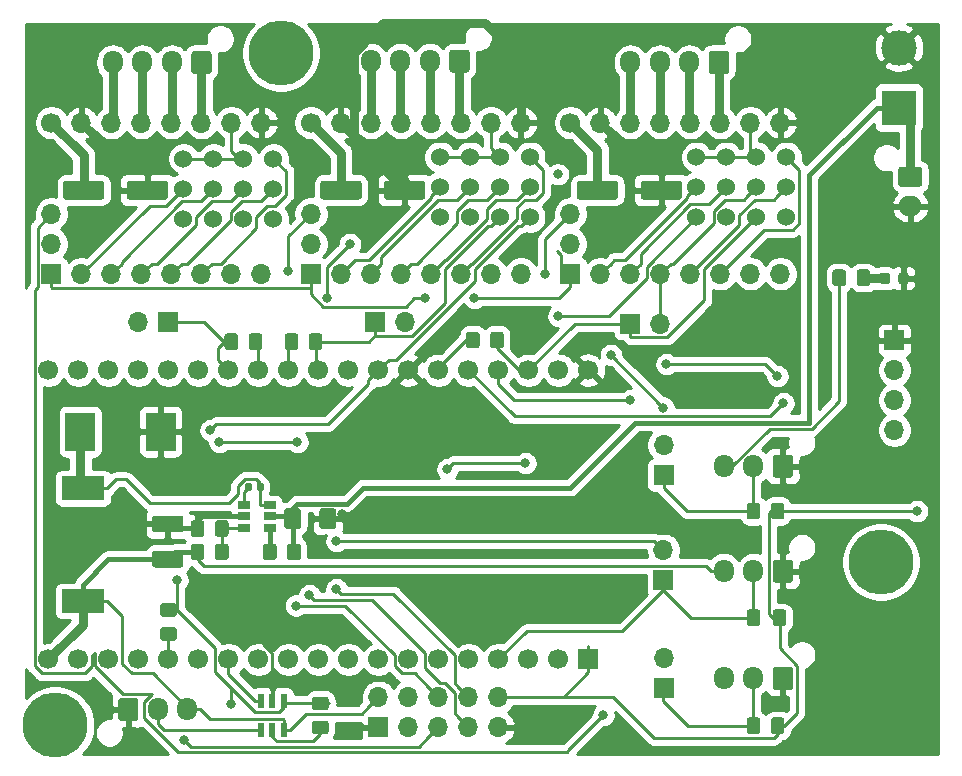
<source format=gbr>
G04 #@! TF.GenerationSoftware,KiCad,Pcbnew,5.1.5*
G04 #@! TF.CreationDate,2020-07-04T13:20:11+02:00*
G04 #@! TF.ProjectId,GECAUF,47454341-5546-42e6-9b69-6361645f7063,1.0*
G04 #@! TF.SameCoordinates,Original*
G04 #@! TF.FileFunction,Copper,L1,Top*
G04 #@! TF.FilePolarity,Positive*
%FSLAX46Y46*%
G04 Gerber Fmt 4.6, Leading zero omitted, Abs format (unit mm)*
G04 Created by KiCad (PCBNEW 5.1.5) date 2020-07-04 13:20:11*
%MOMM*%
%LPD*%
G04 APERTURE LIST*
%ADD10C,5.500000*%
%ADD11C,0.100000*%
%ADD12C,1.700000*%
%ADD13R,1.700000X1.700000*%
%ADD14O,1.700000X1.950000*%
%ADD15R,2.500000X3.300000*%
%ADD16O,1.700000X1.700000*%
%ADD17R,3.000000X3.000000*%
%ADD18C,3.000000*%
%ADD19O,2.000000X1.700000*%
%ADD20R,3.600000X2.000000*%
%ADD21R,1.060000X0.650000*%
%ADD22R,0.580000X1.210000*%
%ADD23C,1.524000*%
%ADD24C,0.800000*%
%ADD25C,0.800000*%
%ADD26C,0.400000*%
%ADD27C,0.250000*%
%ADD28C,0.254000*%
G04 APERTURE END LIST*
D10*
X122300000Y-103200000D03*
X173100000Y-146300000D03*
X103200000Y-160100000D03*
G04 #@! TA.AperFunction,SMDPad,CuDef*
D11*
G36*
X169901905Y-121526004D02*
G01*
X169926173Y-121529604D01*
X169949972Y-121535565D01*
X169973071Y-121543830D01*
X169995250Y-121554320D01*
X170016293Y-121566932D01*
X170035999Y-121581547D01*
X170054177Y-121598023D01*
X170070653Y-121616201D01*
X170085268Y-121635907D01*
X170097880Y-121656950D01*
X170108370Y-121679129D01*
X170116635Y-121702228D01*
X170122596Y-121726027D01*
X170126196Y-121750295D01*
X170127400Y-121774799D01*
X170127400Y-122674801D01*
X170126196Y-122699305D01*
X170122596Y-122723573D01*
X170116635Y-122747372D01*
X170108370Y-122770471D01*
X170097880Y-122792650D01*
X170085268Y-122813693D01*
X170070653Y-122833399D01*
X170054177Y-122851577D01*
X170035999Y-122868053D01*
X170016293Y-122882668D01*
X169995250Y-122895280D01*
X169973071Y-122905770D01*
X169949972Y-122914035D01*
X169926173Y-122919996D01*
X169901905Y-122923596D01*
X169877401Y-122924800D01*
X169227399Y-122924800D01*
X169202895Y-122923596D01*
X169178627Y-122919996D01*
X169154828Y-122914035D01*
X169131729Y-122905770D01*
X169109550Y-122895280D01*
X169088507Y-122882668D01*
X169068801Y-122868053D01*
X169050623Y-122851577D01*
X169034147Y-122833399D01*
X169019532Y-122813693D01*
X169006920Y-122792650D01*
X168996430Y-122770471D01*
X168988165Y-122747372D01*
X168982204Y-122723573D01*
X168978604Y-122699305D01*
X168977400Y-122674801D01*
X168977400Y-121774799D01*
X168978604Y-121750295D01*
X168982204Y-121726027D01*
X168988165Y-121702228D01*
X168996430Y-121679129D01*
X169006920Y-121656950D01*
X169019532Y-121635907D01*
X169034147Y-121616201D01*
X169050623Y-121598023D01*
X169068801Y-121581547D01*
X169088507Y-121566932D01*
X169109550Y-121554320D01*
X169131729Y-121543830D01*
X169154828Y-121535565D01*
X169178627Y-121529604D01*
X169202895Y-121526004D01*
X169227399Y-121524800D01*
X169877401Y-121524800D01*
X169901905Y-121526004D01*
G37*
G04 #@! TD.AperFunction*
G04 #@! TA.AperFunction,SMDPad,CuDef*
G36*
X171951905Y-121526004D02*
G01*
X171976173Y-121529604D01*
X171999972Y-121535565D01*
X172023071Y-121543830D01*
X172045250Y-121554320D01*
X172066293Y-121566932D01*
X172085999Y-121581547D01*
X172104177Y-121598023D01*
X172120653Y-121616201D01*
X172135268Y-121635907D01*
X172147880Y-121656950D01*
X172158370Y-121679129D01*
X172166635Y-121702228D01*
X172172596Y-121726027D01*
X172176196Y-121750295D01*
X172177400Y-121774799D01*
X172177400Y-122674801D01*
X172176196Y-122699305D01*
X172172596Y-122723573D01*
X172166635Y-122747372D01*
X172158370Y-122770471D01*
X172147880Y-122792650D01*
X172135268Y-122813693D01*
X172120653Y-122833399D01*
X172104177Y-122851577D01*
X172085999Y-122868053D01*
X172066293Y-122882668D01*
X172045250Y-122895280D01*
X172023071Y-122905770D01*
X171999972Y-122914035D01*
X171976173Y-122919996D01*
X171951905Y-122923596D01*
X171927401Y-122924800D01*
X171277399Y-122924800D01*
X171252895Y-122923596D01*
X171228627Y-122919996D01*
X171204828Y-122914035D01*
X171181729Y-122905770D01*
X171159550Y-122895280D01*
X171138507Y-122882668D01*
X171118801Y-122868053D01*
X171100623Y-122851577D01*
X171084147Y-122833399D01*
X171069532Y-122813693D01*
X171056920Y-122792650D01*
X171046430Y-122770471D01*
X171038165Y-122747372D01*
X171032204Y-122723573D01*
X171028604Y-122699305D01*
X171027400Y-122674801D01*
X171027400Y-121774799D01*
X171028604Y-121750295D01*
X171032204Y-121726027D01*
X171038165Y-121702228D01*
X171046430Y-121679129D01*
X171056920Y-121656950D01*
X171069532Y-121635907D01*
X171084147Y-121616201D01*
X171100623Y-121598023D01*
X171118801Y-121581547D01*
X171138507Y-121566932D01*
X171159550Y-121554320D01*
X171181729Y-121543830D01*
X171204828Y-121535565D01*
X171228627Y-121529604D01*
X171252895Y-121526004D01*
X171277399Y-121524800D01*
X171927401Y-121524800D01*
X171951905Y-121526004D01*
G37*
G04 #@! TD.AperFunction*
D12*
X128016000Y-154548000D03*
X125476000Y-154548000D03*
X122936000Y-154548000D03*
X120396000Y-154548000D03*
X117856000Y-154548000D03*
X115316000Y-154548000D03*
X112776000Y-154548000D03*
X110236000Y-154548000D03*
X107696000Y-154548000D03*
X105156000Y-154548000D03*
X102616000Y-154548000D03*
X130556000Y-154548000D03*
X133096000Y-154548000D03*
X135636000Y-154548000D03*
X138176000Y-154548000D03*
X140716000Y-154548000D03*
X143256000Y-154548000D03*
X145796000Y-154548000D03*
D13*
X148336000Y-154548000D03*
D12*
X148336000Y-130048000D03*
X145796000Y-130048000D03*
X143256000Y-130048000D03*
X140716000Y-130048000D03*
X102616000Y-130048000D03*
X105156000Y-130048000D03*
X107696000Y-130048000D03*
X110236000Y-130048000D03*
X138176000Y-130048000D03*
X135636000Y-130048000D03*
X133096000Y-130048000D03*
X130556000Y-130048000D03*
X125476000Y-130048000D03*
X117856000Y-130048000D03*
X128016000Y-130048000D03*
X112776000Y-130048000D03*
X115316000Y-130048000D03*
X122936000Y-130048000D03*
X120396000Y-130048000D03*
D14*
X151885000Y-104000000D03*
X154385000Y-104000000D03*
X156885000Y-104000000D03*
G04 #@! TA.AperFunction,ComponentPad*
D11*
G36*
X160009504Y-103026204D02*
G01*
X160033773Y-103029804D01*
X160057571Y-103035765D01*
X160080671Y-103044030D01*
X160102849Y-103054520D01*
X160123893Y-103067133D01*
X160143598Y-103081747D01*
X160161777Y-103098223D01*
X160178253Y-103116402D01*
X160192867Y-103136107D01*
X160205480Y-103157151D01*
X160215970Y-103179329D01*
X160224235Y-103202429D01*
X160230196Y-103226227D01*
X160233796Y-103250496D01*
X160235000Y-103275000D01*
X160235000Y-104725000D01*
X160233796Y-104749504D01*
X160230196Y-104773773D01*
X160224235Y-104797571D01*
X160215970Y-104820671D01*
X160205480Y-104842849D01*
X160192867Y-104863893D01*
X160178253Y-104883598D01*
X160161777Y-104901777D01*
X160143598Y-104918253D01*
X160123893Y-104932867D01*
X160102849Y-104945480D01*
X160080671Y-104955970D01*
X160057571Y-104964235D01*
X160033773Y-104970196D01*
X160009504Y-104973796D01*
X159985000Y-104975000D01*
X158785000Y-104975000D01*
X158760496Y-104973796D01*
X158736227Y-104970196D01*
X158712429Y-104964235D01*
X158689329Y-104955970D01*
X158667151Y-104945480D01*
X158646107Y-104932867D01*
X158626402Y-104918253D01*
X158608223Y-104901777D01*
X158591747Y-104883598D01*
X158577133Y-104863893D01*
X158564520Y-104842849D01*
X158554030Y-104820671D01*
X158545765Y-104797571D01*
X158539804Y-104773773D01*
X158536204Y-104749504D01*
X158535000Y-104725000D01*
X158535000Y-103275000D01*
X158536204Y-103250496D01*
X158539804Y-103226227D01*
X158545765Y-103202429D01*
X158554030Y-103179329D01*
X158564520Y-103157151D01*
X158577133Y-103136107D01*
X158591747Y-103116402D01*
X158608223Y-103098223D01*
X158626402Y-103081747D01*
X158646107Y-103067133D01*
X158667151Y-103054520D01*
X158689329Y-103044030D01*
X158712429Y-103035765D01*
X158736227Y-103029804D01*
X158760496Y-103026204D01*
X158785000Y-103025000D01*
X159985000Y-103025000D01*
X160009504Y-103026204D01*
G37*
G04 #@! TD.AperFunction*
G04 #@! TA.AperFunction,SMDPad,CuDef*
G36*
X123777004Y-141747204D02*
G01*
X123801273Y-141750804D01*
X123825071Y-141756765D01*
X123848171Y-141765030D01*
X123870349Y-141775520D01*
X123891393Y-141788133D01*
X123911098Y-141802747D01*
X123929277Y-141819223D01*
X123945753Y-141837402D01*
X123960367Y-141857107D01*
X123972980Y-141878151D01*
X123983470Y-141900329D01*
X123991735Y-141923429D01*
X123997696Y-141947227D01*
X124001296Y-141971496D01*
X124002500Y-141996000D01*
X124002500Y-143246000D01*
X124001296Y-143270504D01*
X123997696Y-143294773D01*
X123991735Y-143318571D01*
X123983470Y-143341671D01*
X123972980Y-143363849D01*
X123960367Y-143384893D01*
X123945753Y-143404598D01*
X123929277Y-143422777D01*
X123911098Y-143439253D01*
X123891393Y-143453867D01*
X123870349Y-143466480D01*
X123848171Y-143476970D01*
X123825071Y-143485235D01*
X123801273Y-143491196D01*
X123777004Y-143494796D01*
X123752500Y-143496000D01*
X122827500Y-143496000D01*
X122802996Y-143494796D01*
X122778727Y-143491196D01*
X122754929Y-143485235D01*
X122731829Y-143476970D01*
X122709651Y-143466480D01*
X122688607Y-143453867D01*
X122668902Y-143439253D01*
X122650723Y-143422777D01*
X122634247Y-143404598D01*
X122619633Y-143384893D01*
X122607020Y-143363849D01*
X122596530Y-143341671D01*
X122588265Y-143318571D01*
X122582304Y-143294773D01*
X122578704Y-143270504D01*
X122577500Y-143246000D01*
X122577500Y-141996000D01*
X122578704Y-141971496D01*
X122582304Y-141947227D01*
X122588265Y-141923429D01*
X122596530Y-141900329D01*
X122607020Y-141878151D01*
X122619633Y-141857107D01*
X122634247Y-141837402D01*
X122650723Y-141819223D01*
X122668902Y-141802747D01*
X122688607Y-141788133D01*
X122709651Y-141775520D01*
X122731829Y-141765030D01*
X122754929Y-141756765D01*
X122778727Y-141750804D01*
X122802996Y-141747204D01*
X122827500Y-141746000D01*
X123752500Y-141746000D01*
X123777004Y-141747204D01*
G37*
G04 #@! TD.AperFunction*
G04 #@! TA.AperFunction,SMDPad,CuDef*
G36*
X126752004Y-141747204D02*
G01*
X126776273Y-141750804D01*
X126800071Y-141756765D01*
X126823171Y-141765030D01*
X126845349Y-141775520D01*
X126866393Y-141788133D01*
X126886098Y-141802747D01*
X126904277Y-141819223D01*
X126920753Y-141837402D01*
X126935367Y-141857107D01*
X126947980Y-141878151D01*
X126958470Y-141900329D01*
X126966735Y-141923429D01*
X126972696Y-141947227D01*
X126976296Y-141971496D01*
X126977500Y-141996000D01*
X126977500Y-143246000D01*
X126976296Y-143270504D01*
X126972696Y-143294773D01*
X126966735Y-143318571D01*
X126958470Y-143341671D01*
X126947980Y-143363849D01*
X126935367Y-143384893D01*
X126920753Y-143404598D01*
X126904277Y-143422777D01*
X126886098Y-143439253D01*
X126866393Y-143453867D01*
X126845349Y-143466480D01*
X126823171Y-143476970D01*
X126800071Y-143485235D01*
X126776273Y-143491196D01*
X126752004Y-143494796D01*
X126727500Y-143496000D01*
X125802500Y-143496000D01*
X125777996Y-143494796D01*
X125753727Y-143491196D01*
X125729929Y-143485235D01*
X125706829Y-143476970D01*
X125684651Y-143466480D01*
X125663607Y-143453867D01*
X125643902Y-143439253D01*
X125625723Y-143422777D01*
X125609247Y-143404598D01*
X125594633Y-143384893D01*
X125582020Y-143363849D01*
X125571530Y-143341671D01*
X125563265Y-143318571D01*
X125557304Y-143294773D01*
X125553704Y-143270504D01*
X125552500Y-143246000D01*
X125552500Y-141996000D01*
X125553704Y-141971496D01*
X125557304Y-141947227D01*
X125563265Y-141923429D01*
X125571530Y-141900329D01*
X125582020Y-141878151D01*
X125594633Y-141857107D01*
X125609247Y-141837402D01*
X125625723Y-141819223D01*
X125643902Y-141802747D01*
X125663607Y-141788133D01*
X125684651Y-141775520D01*
X125706829Y-141765030D01*
X125729929Y-141756765D01*
X125753727Y-141750804D01*
X125777996Y-141747204D01*
X125802500Y-141746000D01*
X126727500Y-141746000D01*
X126752004Y-141747204D01*
G37*
G04 #@! TD.AperFunction*
G04 #@! TA.AperFunction,SMDPad,CuDef*
G36*
X119727658Y-139619470D02*
G01*
X119741976Y-139621594D01*
X119756017Y-139625111D01*
X119769646Y-139629988D01*
X119782731Y-139636177D01*
X119795147Y-139643618D01*
X119806773Y-139652241D01*
X119817498Y-139661962D01*
X119827219Y-139672687D01*
X119835842Y-139684313D01*
X119843283Y-139696729D01*
X119849472Y-139709814D01*
X119854349Y-139723443D01*
X119857866Y-139737484D01*
X119859990Y-139751802D01*
X119860700Y-139766260D01*
X119860700Y-140111260D01*
X119859990Y-140125718D01*
X119857866Y-140140036D01*
X119854349Y-140154077D01*
X119849472Y-140167706D01*
X119843283Y-140180791D01*
X119835842Y-140193207D01*
X119827219Y-140204833D01*
X119817498Y-140215558D01*
X119806773Y-140225279D01*
X119795147Y-140233902D01*
X119782731Y-140241343D01*
X119769646Y-140247532D01*
X119756017Y-140252409D01*
X119741976Y-140255926D01*
X119727658Y-140258050D01*
X119713200Y-140258760D01*
X119418200Y-140258760D01*
X119403742Y-140258050D01*
X119389424Y-140255926D01*
X119375383Y-140252409D01*
X119361754Y-140247532D01*
X119348669Y-140241343D01*
X119336253Y-140233902D01*
X119324627Y-140225279D01*
X119313902Y-140215558D01*
X119304181Y-140204833D01*
X119295558Y-140193207D01*
X119288117Y-140180791D01*
X119281928Y-140167706D01*
X119277051Y-140154077D01*
X119273534Y-140140036D01*
X119271410Y-140125718D01*
X119270700Y-140111260D01*
X119270700Y-139766260D01*
X119271410Y-139751802D01*
X119273534Y-139737484D01*
X119277051Y-139723443D01*
X119281928Y-139709814D01*
X119288117Y-139696729D01*
X119295558Y-139684313D01*
X119304181Y-139672687D01*
X119313902Y-139661962D01*
X119324627Y-139652241D01*
X119336253Y-139643618D01*
X119348669Y-139636177D01*
X119361754Y-139629988D01*
X119375383Y-139625111D01*
X119389424Y-139621594D01*
X119403742Y-139619470D01*
X119418200Y-139618760D01*
X119713200Y-139618760D01*
X119727658Y-139619470D01*
G37*
G04 #@! TD.AperFunction*
G04 #@! TA.AperFunction,SMDPad,CuDef*
G36*
X120697658Y-139619470D02*
G01*
X120711976Y-139621594D01*
X120726017Y-139625111D01*
X120739646Y-139629988D01*
X120752731Y-139636177D01*
X120765147Y-139643618D01*
X120776773Y-139652241D01*
X120787498Y-139661962D01*
X120797219Y-139672687D01*
X120805842Y-139684313D01*
X120813283Y-139696729D01*
X120819472Y-139709814D01*
X120824349Y-139723443D01*
X120827866Y-139737484D01*
X120829990Y-139751802D01*
X120830700Y-139766260D01*
X120830700Y-140111260D01*
X120829990Y-140125718D01*
X120827866Y-140140036D01*
X120824349Y-140154077D01*
X120819472Y-140167706D01*
X120813283Y-140180791D01*
X120805842Y-140193207D01*
X120797219Y-140204833D01*
X120787498Y-140215558D01*
X120776773Y-140225279D01*
X120765147Y-140233902D01*
X120752731Y-140241343D01*
X120739646Y-140247532D01*
X120726017Y-140252409D01*
X120711976Y-140255926D01*
X120697658Y-140258050D01*
X120683200Y-140258760D01*
X120388200Y-140258760D01*
X120373742Y-140258050D01*
X120359424Y-140255926D01*
X120345383Y-140252409D01*
X120331754Y-140247532D01*
X120318669Y-140241343D01*
X120306253Y-140233902D01*
X120294627Y-140225279D01*
X120283902Y-140215558D01*
X120274181Y-140204833D01*
X120265558Y-140193207D01*
X120258117Y-140180791D01*
X120251928Y-140167706D01*
X120247051Y-140154077D01*
X120243534Y-140140036D01*
X120241410Y-140125718D01*
X120240700Y-140111260D01*
X120240700Y-139766260D01*
X120241410Y-139751802D01*
X120243534Y-139737484D01*
X120247051Y-139723443D01*
X120251928Y-139709814D01*
X120258117Y-139696729D01*
X120265558Y-139684313D01*
X120274181Y-139672687D01*
X120283902Y-139661962D01*
X120294627Y-139652241D01*
X120306253Y-139643618D01*
X120318669Y-139636177D01*
X120331754Y-139629988D01*
X120345383Y-139625111D01*
X120359424Y-139621594D01*
X120373742Y-139619470D01*
X120388200Y-139618760D01*
X120683200Y-139618760D01*
X120697658Y-139619470D01*
G37*
G04 #@! TD.AperFunction*
G04 #@! TA.AperFunction,SMDPad,CuDef*
G36*
X113812004Y-145338704D02*
G01*
X113836273Y-145342304D01*
X113860071Y-145348265D01*
X113883171Y-145356530D01*
X113905349Y-145367020D01*
X113926393Y-145379633D01*
X113946098Y-145394247D01*
X113964277Y-145410723D01*
X113980753Y-145428902D01*
X113995367Y-145448607D01*
X114007980Y-145469651D01*
X114018470Y-145491829D01*
X114026735Y-145514929D01*
X114032696Y-145538727D01*
X114036296Y-145562996D01*
X114037500Y-145587500D01*
X114037500Y-146512500D01*
X114036296Y-146537004D01*
X114032696Y-146561273D01*
X114026735Y-146585071D01*
X114018470Y-146608171D01*
X114007980Y-146630349D01*
X113995367Y-146651393D01*
X113980753Y-146671098D01*
X113964277Y-146689277D01*
X113946098Y-146705753D01*
X113926393Y-146720367D01*
X113905349Y-146732980D01*
X113883171Y-146743470D01*
X113860071Y-146751735D01*
X113836273Y-146757696D01*
X113812004Y-146761296D01*
X113787500Y-146762500D01*
X111637500Y-146762500D01*
X111612996Y-146761296D01*
X111588727Y-146757696D01*
X111564929Y-146751735D01*
X111541829Y-146743470D01*
X111519651Y-146732980D01*
X111498607Y-146720367D01*
X111478902Y-146705753D01*
X111460723Y-146689277D01*
X111444247Y-146671098D01*
X111429633Y-146651393D01*
X111417020Y-146630349D01*
X111406530Y-146608171D01*
X111398265Y-146585071D01*
X111392304Y-146561273D01*
X111388704Y-146537004D01*
X111387500Y-146512500D01*
X111387500Y-145587500D01*
X111388704Y-145562996D01*
X111392304Y-145538727D01*
X111398265Y-145514929D01*
X111406530Y-145491829D01*
X111417020Y-145469651D01*
X111429633Y-145448607D01*
X111444247Y-145428902D01*
X111460723Y-145410723D01*
X111478902Y-145394247D01*
X111498607Y-145379633D01*
X111519651Y-145367020D01*
X111541829Y-145356530D01*
X111564929Y-145348265D01*
X111588727Y-145342304D01*
X111612996Y-145338704D01*
X111637500Y-145337500D01*
X113787500Y-145337500D01*
X113812004Y-145338704D01*
G37*
G04 #@! TD.AperFunction*
G04 #@! TA.AperFunction,SMDPad,CuDef*
G36*
X113812004Y-142363704D02*
G01*
X113836273Y-142367304D01*
X113860071Y-142373265D01*
X113883171Y-142381530D01*
X113905349Y-142392020D01*
X113926393Y-142404633D01*
X113946098Y-142419247D01*
X113964277Y-142435723D01*
X113980753Y-142453902D01*
X113995367Y-142473607D01*
X114007980Y-142494651D01*
X114018470Y-142516829D01*
X114026735Y-142539929D01*
X114032696Y-142563727D01*
X114036296Y-142587996D01*
X114037500Y-142612500D01*
X114037500Y-143537500D01*
X114036296Y-143562004D01*
X114032696Y-143586273D01*
X114026735Y-143610071D01*
X114018470Y-143633171D01*
X114007980Y-143655349D01*
X113995367Y-143676393D01*
X113980753Y-143696098D01*
X113964277Y-143714277D01*
X113946098Y-143730753D01*
X113926393Y-143745367D01*
X113905349Y-143757980D01*
X113883171Y-143768470D01*
X113860071Y-143776735D01*
X113836273Y-143782696D01*
X113812004Y-143786296D01*
X113787500Y-143787500D01*
X111637500Y-143787500D01*
X111612996Y-143786296D01*
X111588727Y-143782696D01*
X111564929Y-143776735D01*
X111541829Y-143768470D01*
X111519651Y-143757980D01*
X111498607Y-143745367D01*
X111478902Y-143730753D01*
X111460723Y-143714277D01*
X111444247Y-143696098D01*
X111429633Y-143676393D01*
X111417020Y-143655349D01*
X111406530Y-143633171D01*
X111398265Y-143610071D01*
X111392304Y-143586273D01*
X111388704Y-143562004D01*
X111387500Y-143537500D01*
X111387500Y-142612500D01*
X111388704Y-142587996D01*
X111392304Y-142563727D01*
X111398265Y-142539929D01*
X111406530Y-142516829D01*
X111417020Y-142494651D01*
X111429633Y-142473607D01*
X111444247Y-142453902D01*
X111460723Y-142435723D01*
X111478902Y-142419247D01*
X111498607Y-142404633D01*
X111519651Y-142392020D01*
X111541829Y-142381530D01*
X111564929Y-142373265D01*
X111588727Y-142367304D01*
X111612996Y-142363704D01*
X111637500Y-142362500D01*
X113787500Y-142362500D01*
X113812004Y-142363704D01*
G37*
G04 #@! TD.AperFunction*
G04 #@! TA.AperFunction,SMDPad,CuDef*
G36*
X150622504Y-114009204D02*
G01*
X150646773Y-114012804D01*
X150670571Y-114018765D01*
X150693671Y-114027030D01*
X150715849Y-114037520D01*
X150736893Y-114050133D01*
X150756598Y-114064747D01*
X150774777Y-114081223D01*
X150791253Y-114099402D01*
X150805867Y-114119107D01*
X150818480Y-114140151D01*
X150828970Y-114162329D01*
X150837235Y-114185429D01*
X150843196Y-114209227D01*
X150846796Y-114233496D01*
X150848000Y-114258000D01*
X150848000Y-115358000D01*
X150846796Y-115382504D01*
X150843196Y-115406773D01*
X150837235Y-115430571D01*
X150828970Y-115453671D01*
X150818480Y-115475849D01*
X150805867Y-115496893D01*
X150791253Y-115516598D01*
X150774777Y-115534777D01*
X150756598Y-115551253D01*
X150736893Y-115565867D01*
X150715849Y-115578480D01*
X150693671Y-115588970D01*
X150670571Y-115597235D01*
X150646773Y-115603196D01*
X150622504Y-115606796D01*
X150598000Y-115608000D01*
X147598000Y-115608000D01*
X147573496Y-115606796D01*
X147549227Y-115603196D01*
X147525429Y-115597235D01*
X147502329Y-115588970D01*
X147480151Y-115578480D01*
X147459107Y-115565867D01*
X147439402Y-115551253D01*
X147421223Y-115534777D01*
X147404747Y-115516598D01*
X147390133Y-115496893D01*
X147377520Y-115475849D01*
X147367030Y-115453671D01*
X147358765Y-115430571D01*
X147352804Y-115406773D01*
X147349204Y-115382504D01*
X147348000Y-115358000D01*
X147348000Y-114258000D01*
X147349204Y-114233496D01*
X147352804Y-114209227D01*
X147358765Y-114185429D01*
X147367030Y-114162329D01*
X147377520Y-114140151D01*
X147390133Y-114119107D01*
X147404747Y-114099402D01*
X147421223Y-114081223D01*
X147439402Y-114064747D01*
X147459107Y-114050133D01*
X147480151Y-114037520D01*
X147502329Y-114027030D01*
X147525429Y-114018765D01*
X147549227Y-114012804D01*
X147573496Y-114009204D01*
X147598000Y-114008000D01*
X150598000Y-114008000D01*
X150622504Y-114009204D01*
G37*
G04 #@! TD.AperFunction*
G04 #@! TA.AperFunction,SMDPad,CuDef*
G36*
X156022504Y-114009204D02*
G01*
X156046773Y-114012804D01*
X156070571Y-114018765D01*
X156093671Y-114027030D01*
X156115849Y-114037520D01*
X156136893Y-114050133D01*
X156156598Y-114064747D01*
X156174777Y-114081223D01*
X156191253Y-114099402D01*
X156205867Y-114119107D01*
X156218480Y-114140151D01*
X156228970Y-114162329D01*
X156237235Y-114185429D01*
X156243196Y-114209227D01*
X156246796Y-114233496D01*
X156248000Y-114258000D01*
X156248000Y-115358000D01*
X156246796Y-115382504D01*
X156243196Y-115406773D01*
X156237235Y-115430571D01*
X156228970Y-115453671D01*
X156218480Y-115475849D01*
X156205867Y-115496893D01*
X156191253Y-115516598D01*
X156174777Y-115534777D01*
X156156598Y-115551253D01*
X156136893Y-115565867D01*
X156115849Y-115578480D01*
X156093671Y-115588970D01*
X156070571Y-115597235D01*
X156046773Y-115603196D01*
X156022504Y-115606796D01*
X155998000Y-115608000D01*
X152998000Y-115608000D01*
X152973496Y-115606796D01*
X152949227Y-115603196D01*
X152925429Y-115597235D01*
X152902329Y-115588970D01*
X152880151Y-115578480D01*
X152859107Y-115565867D01*
X152839402Y-115551253D01*
X152821223Y-115534777D01*
X152804747Y-115516598D01*
X152790133Y-115496893D01*
X152777520Y-115475849D01*
X152767030Y-115453671D01*
X152758765Y-115430571D01*
X152752804Y-115406773D01*
X152749204Y-115382504D01*
X152748000Y-115358000D01*
X152748000Y-114258000D01*
X152749204Y-114233496D01*
X152752804Y-114209227D01*
X152758765Y-114185429D01*
X152767030Y-114162329D01*
X152777520Y-114140151D01*
X152790133Y-114119107D01*
X152804747Y-114099402D01*
X152821223Y-114081223D01*
X152839402Y-114064747D01*
X152859107Y-114050133D01*
X152880151Y-114037520D01*
X152902329Y-114027030D01*
X152925429Y-114018765D01*
X152949227Y-114012804D01*
X152973496Y-114009204D01*
X152998000Y-114008000D01*
X155998000Y-114008000D01*
X156022504Y-114009204D01*
G37*
G04 #@! TD.AperFunction*
G04 #@! TA.AperFunction,SMDPad,CuDef*
G36*
X134305504Y-114009204D02*
G01*
X134329773Y-114012804D01*
X134353571Y-114018765D01*
X134376671Y-114027030D01*
X134398849Y-114037520D01*
X134419893Y-114050133D01*
X134439598Y-114064747D01*
X134457777Y-114081223D01*
X134474253Y-114099402D01*
X134488867Y-114119107D01*
X134501480Y-114140151D01*
X134511970Y-114162329D01*
X134520235Y-114185429D01*
X134526196Y-114209227D01*
X134529796Y-114233496D01*
X134531000Y-114258000D01*
X134531000Y-115358000D01*
X134529796Y-115382504D01*
X134526196Y-115406773D01*
X134520235Y-115430571D01*
X134511970Y-115453671D01*
X134501480Y-115475849D01*
X134488867Y-115496893D01*
X134474253Y-115516598D01*
X134457777Y-115534777D01*
X134439598Y-115551253D01*
X134419893Y-115565867D01*
X134398849Y-115578480D01*
X134376671Y-115588970D01*
X134353571Y-115597235D01*
X134329773Y-115603196D01*
X134305504Y-115606796D01*
X134281000Y-115608000D01*
X131281000Y-115608000D01*
X131256496Y-115606796D01*
X131232227Y-115603196D01*
X131208429Y-115597235D01*
X131185329Y-115588970D01*
X131163151Y-115578480D01*
X131142107Y-115565867D01*
X131122402Y-115551253D01*
X131104223Y-115534777D01*
X131087747Y-115516598D01*
X131073133Y-115496893D01*
X131060520Y-115475849D01*
X131050030Y-115453671D01*
X131041765Y-115430571D01*
X131035804Y-115406773D01*
X131032204Y-115382504D01*
X131031000Y-115358000D01*
X131031000Y-114258000D01*
X131032204Y-114233496D01*
X131035804Y-114209227D01*
X131041765Y-114185429D01*
X131050030Y-114162329D01*
X131060520Y-114140151D01*
X131073133Y-114119107D01*
X131087747Y-114099402D01*
X131104223Y-114081223D01*
X131122402Y-114064747D01*
X131142107Y-114050133D01*
X131163151Y-114037520D01*
X131185329Y-114027030D01*
X131208429Y-114018765D01*
X131232227Y-114012804D01*
X131256496Y-114009204D01*
X131281000Y-114008000D01*
X134281000Y-114008000D01*
X134305504Y-114009204D01*
G37*
G04 #@! TD.AperFunction*
G04 #@! TA.AperFunction,SMDPad,CuDef*
G36*
X128905504Y-114009204D02*
G01*
X128929773Y-114012804D01*
X128953571Y-114018765D01*
X128976671Y-114027030D01*
X128998849Y-114037520D01*
X129019893Y-114050133D01*
X129039598Y-114064747D01*
X129057777Y-114081223D01*
X129074253Y-114099402D01*
X129088867Y-114119107D01*
X129101480Y-114140151D01*
X129111970Y-114162329D01*
X129120235Y-114185429D01*
X129126196Y-114209227D01*
X129129796Y-114233496D01*
X129131000Y-114258000D01*
X129131000Y-115358000D01*
X129129796Y-115382504D01*
X129126196Y-115406773D01*
X129120235Y-115430571D01*
X129111970Y-115453671D01*
X129101480Y-115475849D01*
X129088867Y-115496893D01*
X129074253Y-115516598D01*
X129057777Y-115534777D01*
X129039598Y-115551253D01*
X129019893Y-115565867D01*
X128998849Y-115578480D01*
X128976671Y-115588970D01*
X128953571Y-115597235D01*
X128929773Y-115603196D01*
X128905504Y-115606796D01*
X128881000Y-115608000D01*
X125881000Y-115608000D01*
X125856496Y-115606796D01*
X125832227Y-115603196D01*
X125808429Y-115597235D01*
X125785329Y-115588970D01*
X125763151Y-115578480D01*
X125742107Y-115565867D01*
X125722402Y-115551253D01*
X125704223Y-115534777D01*
X125687747Y-115516598D01*
X125673133Y-115496893D01*
X125660520Y-115475849D01*
X125650030Y-115453671D01*
X125641765Y-115430571D01*
X125635804Y-115406773D01*
X125632204Y-115382504D01*
X125631000Y-115358000D01*
X125631000Y-114258000D01*
X125632204Y-114233496D01*
X125635804Y-114209227D01*
X125641765Y-114185429D01*
X125650030Y-114162329D01*
X125660520Y-114140151D01*
X125673133Y-114119107D01*
X125687747Y-114099402D01*
X125704223Y-114081223D01*
X125722402Y-114064747D01*
X125742107Y-114050133D01*
X125763151Y-114037520D01*
X125785329Y-114027030D01*
X125808429Y-114018765D01*
X125832227Y-114012804D01*
X125856496Y-114009204D01*
X125881000Y-114008000D01*
X128881000Y-114008000D01*
X128905504Y-114009204D01*
G37*
G04 #@! TD.AperFunction*
G04 #@! TA.AperFunction,SMDPad,CuDef*
G36*
X107122504Y-114009204D02*
G01*
X107146773Y-114012804D01*
X107170571Y-114018765D01*
X107193671Y-114027030D01*
X107215849Y-114037520D01*
X107236893Y-114050133D01*
X107256598Y-114064747D01*
X107274777Y-114081223D01*
X107291253Y-114099402D01*
X107305867Y-114119107D01*
X107318480Y-114140151D01*
X107328970Y-114162329D01*
X107337235Y-114185429D01*
X107343196Y-114209227D01*
X107346796Y-114233496D01*
X107348000Y-114258000D01*
X107348000Y-115358000D01*
X107346796Y-115382504D01*
X107343196Y-115406773D01*
X107337235Y-115430571D01*
X107328970Y-115453671D01*
X107318480Y-115475849D01*
X107305867Y-115496893D01*
X107291253Y-115516598D01*
X107274777Y-115534777D01*
X107256598Y-115551253D01*
X107236893Y-115565867D01*
X107215849Y-115578480D01*
X107193671Y-115588970D01*
X107170571Y-115597235D01*
X107146773Y-115603196D01*
X107122504Y-115606796D01*
X107098000Y-115608000D01*
X104098000Y-115608000D01*
X104073496Y-115606796D01*
X104049227Y-115603196D01*
X104025429Y-115597235D01*
X104002329Y-115588970D01*
X103980151Y-115578480D01*
X103959107Y-115565867D01*
X103939402Y-115551253D01*
X103921223Y-115534777D01*
X103904747Y-115516598D01*
X103890133Y-115496893D01*
X103877520Y-115475849D01*
X103867030Y-115453671D01*
X103858765Y-115430571D01*
X103852804Y-115406773D01*
X103849204Y-115382504D01*
X103848000Y-115358000D01*
X103848000Y-114258000D01*
X103849204Y-114233496D01*
X103852804Y-114209227D01*
X103858765Y-114185429D01*
X103867030Y-114162329D01*
X103877520Y-114140151D01*
X103890133Y-114119107D01*
X103904747Y-114099402D01*
X103921223Y-114081223D01*
X103939402Y-114064747D01*
X103959107Y-114050133D01*
X103980151Y-114037520D01*
X104002329Y-114027030D01*
X104025429Y-114018765D01*
X104049227Y-114012804D01*
X104073496Y-114009204D01*
X104098000Y-114008000D01*
X107098000Y-114008000D01*
X107122504Y-114009204D01*
G37*
G04 #@! TD.AperFunction*
G04 #@! TA.AperFunction,SMDPad,CuDef*
G36*
X112522504Y-114009204D02*
G01*
X112546773Y-114012804D01*
X112570571Y-114018765D01*
X112593671Y-114027030D01*
X112615849Y-114037520D01*
X112636893Y-114050133D01*
X112656598Y-114064747D01*
X112674777Y-114081223D01*
X112691253Y-114099402D01*
X112705867Y-114119107D01*
X112718480Y-114140151D01*
X112728970Y-114162329D01*
X112737235Y-114185429D01*
X112743196Y-114209227D01*
X112746796Y-114233496D01*
X112748000Y-114258000D01*
X112748000Y-115358000D01*
X112746796Y-115382504D01*
X112743196Y-115406773D01*
X112737235Y-115430571D01*
X112728970Y-115453671D01*
X112718480Y-115475849D01*
X112705867Y-115496893D01*
X112691253Y-115516598D01*
X112674777Y-115534777D01*
X112656598Y-115551253D01*
X112636893Y-115565867D01*
X112615849Y-115578480D01*
X112593671Y-115588970D01*
X112570571Y-115597235D01*
X112546773Y-115603196D01*
X112522504Y-115606796D01*
X112498000Y-115608000D01*
X109498000Y-115608000D01*
X109473496Y-115606796D01*
X109449227Y-115603196D01*
X109425429Y-115597235D01*
X109402329Y-115588970D01*
X109380151Y-115578480D01*
X109359107Y-115565867D01*
X109339402Y-115551253D01*
X109321223Y-115534777D01*
X109304747Y-115516598D01*
X109290133Y-115496893D01*
X109277520Y-115475849D01*
X109267030Y-115453671D01*
X109258765Y-115430571D01*
X109252804Y-115406773D01*
X109249204Y-115382504D01*
X109248000Y-115358000D01*
X109248000Y-114258000D01*
X109249204Y-114233496D01*
X109252804Y-114209227D01*
X109258765Y-114185429D01*
X109267030Y-114162329D01*
X109277520Y-114140151D01*
X109290133Y-114119107D01*
X109304747Y-114099402D01*
X109321223Y-114081223D01*
X109339402Y-114064747D01*
X109359107Y-114050133D01*
X109380151Y-114037520D01*
X109402329Y-114027030D01*
X109425429Y-114018765D01*
X109449227Y-114012804D01*
X109473496Y-114009204D01*
X109498000Y-114008000D01*
X112498000Y-114008000D01*
X112522504Y-114009204D01*
G37*
G04 #@! TD.AperFunction*
D15*
X105312000Y-135255000D03*
X112112000Y-135255000D03*
G04 #@! TA.AperFunction,SMDPad,CuDef*
D11*
G36*
X175246391Y-121801653D02*
G01*
X175267626Y-121804803D01*
X175288450Y-121810019D01*
X175308662Y-121817251D01*
X175328068Y-121826430D01*
X175346481Y-121837466D01*
X175363724Y-121850254D01*
X175379630Y-121864670D01*
X175394046Y-121880576D01*
X175406834Y-121897819D01*
X175417870Y-121916232D01*
X175427049Y-121935638D01*
X175434281Y-121955850D01*
X175439497Y-121976674D01*
X175442647Y-121997909D01*
X175443700Y-122019350D01*
X175443700Y-122531850D01*
X175442647Y-122553291D01*
X175439497Y-122574526D01*
X175434281Y-122595350D01*
X175427049Y-122615562D01*
X175417870Y-122634968D01*
X175406834Y-122653381D01*
X175394046Y-122670624D01*
X175379630Y-122686530D01*
X175363724Y-122700946D01*
X175346481Y-122713734D01*
X175328068Y-122724770D01*
X175308662Y-122733949D01*
X175288450Y-122741181D01*
X175267626Y-122746397D01*
X175246391Y-122749547D01*
X175224950Y-122750600D01*
X174787450Y-122750600D01*
X174766009Y-122749547D01*
X174744774Y-122746397D01*
X174723950Y-122741181D01*
X174703738Y-122733949D01*
X174684332Y-122724770D01*
X174665919Y-122713734D01*
X174648676Y-122700946D01*
X174632770Y-122686530D01*
X174618354Y-122670624D01*
X174605566Y-122653381D01*
X174594530Y-122634968D01*
X174585351Y-122615562D01*
X174578119Y-122595350D01*
X174572903Y-122574526D01*
X174569753Y-122553291D01*
X174568700Y-122531850D01*
X174568700Y-122019350D01*
X174569753Y-121997909D01*
X174572903Y-121976674D01*
X174578119Y-121955850D01*
X174585351Y-121935638D01*
X174594530Y-121916232D01*
X174605566Y-121897819D01*
X174618354Y-121880576D01*
X174632770Y-121864670D01*
X174648676Y-121850254D01*
X174665919Y-121837466D01*
X174684332Y-121826430D01*
X174703738Y-121817251D01*
X174723950Y-121810019D01*
X174744774Y-121804803D01*
X174766009Y-121801653D01*
X174787450Y-121800600D01*
X175224950Y-121800600D01*
X175246391Y-121801653D01*
G37*
G04 #@! TD.AperFunction*
G04 #@! TA.AperFunction,SMDPad,CuDef*
G36*
X173671391Y-121801653D02*
G01*
X173692626Y-121804803D01*
X173713450Y-121810019D01*
X173733662Y-121817251D01*
X173753068Y-121826430D01*
X173771481Y-121837466D01*
X173788724Y-121850254D01*
X173804630Y-121864670D01*
X173819046Y-121880576D01*
X173831834Y-121897819D01*
X173842870Y-121916232D01*
X173852049Y-121935638D01*
X173859281Y-121955850D01*
X173864497Y-121976674D01*
X173867647Y-121997909D01*
X173868700Y-122019350D01*
X173868700Y-122531850D01*
X173867647Y-122553291D01*
X173864497Y-122574526D01*
X173859281Y-122595350D01*
X173852049Y-122615562D01*
X173842870Y-122634968D01*
X173831834Y-122653381D01*
X173819046Y-122670624D01*
X173804630Y-122686530D01*
X173788724Y-122700946D01*
X173771481Y-122713734D01*
X173753068Y-122724770D01*
X173733662Y-122733949D01*
X173713450Y-122741181D01*
X173692626Y-122746397D01*
X173671391Y-122749547D01*
X173649950Y-122750600D01*
X173212450Y-122750600D01*
X173191009Y-122749547D01*
X173169774Y-122746397D01*
X173148950Y-122741181D01*
X173128738Y-122733949D01*
X173109332Y-122724770D01*
X173090919Y-122713734D01*
X173073676Y-122700946D01*
X173057770Y-122686530D01*
X173043354Y-122670624D01*
X173030566Y-122653381D01*
X173019530Y-122634968D01*
X173010351Y-122615562D01*
X173003119Y-122595350D01*
X172997903Y-122574526D01*
X172994753Y-122553291D01*
X172993700Y-122531850D01*
X172993700Y-122019350D01*
X172994753Y-121997909D01*
X172997903Y-121976674D01*
X173003119Y-121955850D01*
X173010351Y-121935638D01*
X173019530Y-121916232D01*
X173030566Y-121897819D01*
X173043354Y-121880576D01*
X173057770Y-121864670D01*
X173073676Y-121850254D01*
X173090919Y-121837466D01*
X173109332Y-121826430D01*
X173128738Y-121817251D01*
X173148950Y-121810019D01*
X173169774Y-121804803D01*
X173191009Y-121801653D01*
X173212450Y-121800600D01*
X173649950Y-121800600D01*
X173671391Y-121801653D01*
G37*
G04 #@! TD.AperFunction*
D16*
X174244000Y-135128000D03*
X174244000Y-132588000D03*
X174244000Y-130048000D03*
D13*
X174244000Y-127508000D03*
G04 #@! TA.AperFunction,ComponentPad*
D11*
G36*
X110001984Y-157806684D02*
G01*
X110026253Y-157810284D01*
X110050051Y-157816245D01*
X110073151Y-157824510D01*
X110095329Y-157835000D01*
X110116373Y-157847613D01*
X110136078Y-157862227D01*
X110154257Y-157878703D01*
X110170733Y-157896882D01*
X110185347Y-157916587D01*
X110197960Y-157937631D01*
X110208450Y-157959809D01*
X110216715Y-157982909D01*
X110222676Y-158006707D01*
X110226276Y-158030976D01*
X110227480Y-158055480D01*
X110227480Y-159505480D01*
X110226276Y-159529984D01*
X110222676Y-159554253D01*
X110216715Y-159578051D01*
X110208450Y-159601151D01*
X110197960Y-159623329D01*
X110185347Y-159644373D01*
X110170733Y-159664078D01*
X110154257Y-159682257D01*
X110136078Y-159698733D01*
X110116373Y-159713347D01*
X110095329Y-159725960D01*
X110073151Y-159736450D01*
X110050051Y-159744715D01*
X110026253Y-159750676D01*
X110001984Y-159754276D01*
X109977480Y-159755480D01*
X108777480Y-159755480D01*
X108752976Y-159754276D01*
X108728707Y-159750676D01*
X108704909Y-159744715D01*
X108681809Y-159736450D01*
X108659631Y-159725960D01*
X108638587Y-159713347D01*
X108618882Y-159698733D01*
X108600703Y-159682257D01*
X108584227Y-159664078D01*
X108569613Y-159644373D01*
X108557000Y-159623329D01*
X108546510Y-159601151D01*
X108538245Y-159578051D01*
X108532284Y-159554253D01*
X108528684Y-159529984D01*
X108527480Y-159505480D01*
X108527480Y-158055480D01*
X108528684Y-158030976D01*
X108532284Y-158006707D01*
X108538245Y-157982909D01*
X108546510Y-157959809D01*
X108557000Y-157937631D01*
X108569613Y-157916587D01*
X108584227Y-157896882D01*
X108600703Y-157878703D01*
X108618882Y-157862227D01*
X108638587Y-157847613D01*
X108659631Y-157835000D01*
X108681809Y-157824510D01*
X108704909Y-157816245D01*
X108728707Y-157810284D01*
X108752976Y-157806684D01*
X108777480Y-157805480D01*
X109977480Y-157805480D01*
X110001984Y-157806684D01*
G37*
G04 #@! TD.AperFunction*
D14*
X111877480Y-158780480D03*
X114377480Y-158780480D03*
D17*
X174625000Y-107823000D03*
D18*
X174625000Y-102743000D03*
D19*
X175577500Y-116165000D03*
G04 #@! TA.AperFunction,ComponentPad*
D11*
G36*
X176352004Y-112816204D02*
G01*
X176376273Y-112819804D01*
X176400071Y-112825765D01*
X176423171Y-112834030D01*
X176445349Y-112844520D01*
X176466393Y-112857133D01*
X176486098Y-112871747D01*
X176504277Y-112888223D01*
X176520753Y-112906402D01*
X176535367Y-112926107D01*
X176547980Y-112947151D01*
X176558470Y-112969329D01*
X176566735Y-112992429D01*
X176572696Y-113016227D01*
X176576296Y-113040496D01*
X176577500Y-113065000D01*
X176577500Y-114265000D01*
X176576296Y-114289504D01*
X176572696Y-114313773D01*
X176566735Y-114337571D01*
X176558470Y-114360671D01*
X176547980Y-114382849D01*
X176535367Y-114403893D01*
X176520753Y-114423598D01*
X176504277Y-114441777D01*
X176486098Y-114458253D01*
X176466393Y-114472867D01*
X176445349Y-114485480D01*
X176423171Y-114495970D01*
X176400071Y-114504235D01*
X176376273Y-114510196D01*
X176352004Y-114513796D01*
X176327500Y-114515000D01*
X174827500Y-114515000D01*
X174802996Y-114513796D01*
X174778727Y-114510196D01*
X174754929Y-114504235D01*
X174731829Y-114495970D01*
X174709651Y-114485480D01*
X174688607Y-114472867D01*
X174668902Y-114458253D01*
X174650723Y-114441777D01*
X174634247Y-114423598D01*
X174619633Y-114403893D01*
X174607020Y-114382849D01*
X174596530Y-114360671D01*
X174588265Y-114337571D01*
X174582304Y-114313773D01*
X174578704Y-114289504D01*
X174577500Y-114265000D01*
X174577500Y-113065000D01*
X174578704Y-113040496D01*
X174582304Y-113016227D01*
X174588265Y-112992429D01*
X174596530Y-112969329D01*
X174607020Y-112947151D01*
X174619633Y-112926107D01*
X174634247Y-112906402D01*
X174650723Y-112888223D01*
X174668902Y-112871747D01*
X174688607Y-112857133D01*
X174709651Y-112844520D01*
X174731829Y-112834030D01*
X174754929Y-112825765D01*
X174778727Y-112819804D01*
X174802996Y-112816204D01*
X174827500Y-112815000D01*
X176327500Y-112815000D01*
X176352004Y-112816204D01*
G37*
G04 #@! TD.AperFunction*
G04 #@! TA.AperFunction,ComponentPad*
G36*
X116194504Y-103026204D02*
G01*
X116218773Y-103029804D01*
X116242571Y-103035765D01*
X116265671Y-103044030D01*
X116287849Y-103054520D01*
X116308893Y-103067133D01*
X116328598Y-103081747D01*
X116346777Y-103098223D01*
X116363253Y-103116402D01*
X116377867Y-103136107D01*
X116390480Y-103157151D01*
X116400970Y-103179329D01*
X116409235Y-103202429D01*
X116415196Y-103226227D01*
X116418796Y-103250496D01*
X116420000Y-103275000D01*
X116420000Y-104725000D01*
X116418796Y-104749504D01*
X116415196Y-104773773D01*
X116409235Y-104797571D01*
X116400970Y-104820671D01*
X116390480Y-104842849D01*
X116377867Y-104863893D01*
X116363253Y-104883598D01*
X116346777Y-104901777D01*
X116328598Y-104918253D01*
X116308893Y-104932867D01*
X116287849Y-104945480D01*
X116265671Y-104955970D01*
X116242571Y-104964235D01*
X116218773Y-104970196D01*
X116194504Y-104973796D01*
X116170000Y-104975000D01*
X114970000Y-104975000D01*
X114945496Y-104973796D01*
X114921227Y-104970196D01*
X114897429Y-104964235D01*
X114874329Y-104955970D01*
X114852151Y-104945480D01*
X114831107Y-104932867D01*
X114811402Y-104918253D01*
X114793223Y-104901777D01*
X114776747Y-104883598D01*
X114762133Y-104863893D01*
X114749520Y-104842849D01*
X114739030Y-104820671D01*
X114730765Y-104797571D01*
X114724804Y-104773773D01*
X114721204Y-104749504D01*
X114720000Y-104725000D01*
X114720000Y-103275000D01*
X114721204Y-103250496D01*
X114724804Y-103226227D01*
X114730765Y-103202429D01*
X114739030Y-103179329D01*
X114749520Y-103157151D01*
X114762133Y-103136107D01*
X114776747Y-103116402D01*
X114793223Y-103098223D01*
X114811402Y-103081747D01*
X114831107Y-103067133D01*
X114852151Y-103054520D01*
X114874329Y-103044030D01*
X114897429Y-103035765D01*
X114921227Y-103029804D01*
X114945496Y-103026204D01*
X114970000Y-103025000D01*
X116170000Y-103025000D01*
X116194504Y-103026204D01*
G37*
G04 #@! TD.AperFunction*
D14*
X113070000Y-104000000D03*
X110570000Y-104000000D03*
X108070000Y-104000000D03*
X129914000Y-103886000D03*
X132414000Y-103886000D03*
X134914000Y-103886000D03*
G04 #@! TA.AperFunction,ComponentPad*
D11*
G36*
X138038504Y-102912204D02*
G01*
X138062773Y-102915804D01*
X138086571Y-102921765D01*
X138109671Y-102930030D01*
X138131849Y-102940520D01*
X138152893Y-102953133D01*
X138172598Y-102967747D01*
X138190777Y-102984223D01*
X138207253Y-103002402D01*
X138221867Y-103022107D01*
X138234480Y-103043151D01*
X138244970Y-103065329D01*
X138253235Y-103088429D01*
X138259196Y-103112227D01*
X138262796Y-103136496D01*
X138264000Y-103161000D01*
X138264000Y-104611000D01*
X138262796Y-104635504D01*
X138259196Y-104659773D01*
X138253235Y-104683571D01*
X138244970Y-104706671D01*
X138234480Y-104728849D01*
X138221867Y-104749893D01*
X138207253Y-104769598D01*
X138190777Y-104787777D01*
X138172598Y-104804253D01*
X138152893Y-104818867D01*
X138131849Y-104831480D01*
X138109671Y-104841970D01*
X138086571Y-104850235D01*
X138062773Y-104856196D01*
X138038504Y-104859796D01*
X138014000Y-104861000D01*
X136814000Y-104861000D01*
X136789496Y-104859796D01*
X136765227Y-104856196D01*
X136741429Y-104850235D01*
X136718329Y-104841970D01*
X136696151Y-104831480D01*
X136675107Y-104818867D01*
X136655402Y-104804253D01*
X136637223Y-104787777D01*
X136620747Y-104769598D01*
X136606133Y-104749893D01*
X136593520Y-104728849D01*
X136583030Y-104706671D01*
X136574765Y-104683571D01*
X136568804Y-104659773D01*
X136565204Y-104635504D01*
X136564000Y-104611000D01*
X136564000Y-103161000D01*
X136565204Y-103136496D01*
X136568804Y-103112227D01*
X136574765Y-103088429D01*
X136583030Y-103065329D01*
X136593520Y-103043151D01*
X136606133Y-103022107D01*
X136620747Y-103002402D01*
X136637223Y-102984223D01*
X136655402Y-102967747D01*
X136675107Y-102953133D01*
X136696151Y-102940520D01*
X136718329Y-102930030D01*
X136741429Y-102921765D01*
X136765227Y-102915804D01*
X136789496Y-102912204D01*
X136814000Y-102911000D01*
X138014000Y-102911000D01*
X138038504Y-102912204D01*
G37*
G04 #@! TD.AperFunction*
D14*
X159800000Y-156146500D03*
X162300000Y-156146500D03*
G04 #@! TA.AperFunction,ComponentPad*
D11*
G36*
X165424504Y-155172704D02*
G01*
X165448773Y-155176304D01*
X165472571Y-155182265D01*
X165495671Y-155190530D01*
X165517849Y-155201020D01*
X165538893Y-155213633D01*
X165558598Y-155228247D01*
X165576777Y-155244723D01*
X165593253Y-155262902D01*
X165607867Y-155282607D01*
X165620480Y-155303651D01*
X165630970Y-155325829D01*
X165639235Y-155348929D01*
X165645196Y-155372727D01*
X165648796Y-155396996D01*
X165650000Y-155421500D01*
X165650000Y-156871500D01*
X165648796Y-156896004D01*
X165645196Y-156920273D01*
X165639235Y-156944071D01*
X165630970Y-156967171D01*
X165620480Y-156989349D01*
X165607867Y-157010393D01*
X165593253Y-157030098D01*
X165576777Y-157048277D01*
X165558598Y-157064753D01*
X165538893Y-157079367D01*
X165517849Y-157091980D01*
X165495671Y-157102470D01*
X165472571Y-157110735D01*
X165448773Y-157116696D01*
X165424504Y-157120296D01*
X165400000Y-157121500D01*
X164200000Y-157121500D01*
X164175496Y-157120296D01*
X164151227Y-157116696D01*
X164127429Y-157110735D01*
X164104329Y-157102470D01*
X164082151Y-157091980D01*
X164061107Y-157079367D01*
X164041402Y-157064753D01*
X164023223Y-157048277D01*
X164006747Y-157030098D01*
X163992133Y-157010393D01*
X163979520Y-156989349D01*
X163969030Y-156967171D01*
X163960765Y-156944071D01*
X163954804Y-156920273D01*
X163951204Y-156896004D01*
X163950000Y-156871500D01*
X163950000Y-155421500D01*
X163951204Y-155396996D01*
X163954804Y-155372727D01*
X163960765Y-155348929D01*
X163969030Y-155325829D01*
X163979520Y-155303651D01*
X163992133Y-155282607D01*
X164006747Y-155262902D01*
X164023223Y-155244723D01*
X164041402Y-155228247D01*
X164061107Y-155213633D01*
X164082151Y-155201020D01*
X164104329Y-155190530D01*
X164127429Y-155182265D01*
X164151227Y-155176304D01*
X164175496Y-155172704D01*
X164200000Y-155171500D01*
X165400000Y-155171500D01*
X165424504Y-155172704D01*
G37*
G04 #@! TD.AperFunction*
G04 #@! TA.AperFunction,ComponentPad*
G36*
X165424504Y-146092204D02*
G01*
X165448773Y-146095804D01*
X165472571Y-146101765D01*
X165495671Y-146110030D01*
X165517849Y-146120520D01*
X165538893Y-146133133D01*
X165558598Y-146147747D01*
X165576777Y-146164223D01*
X165593253Y-146182402D01*
X165607867Y-146202107D01*
X165620480Y-146223151D01*
X165630970Y-146245329D01*
X165639235Y-146268429D01*
X165645196Y-146292227D01*
X165648796Y-146316496D01*
X165650000Y-146341000D01*
X165650000Y-147791000D01*
X165648796Y-147815504D01*
X165645196Y-147839773D01*
X165639235Y-147863571D01*
X165630970Y-147886671D01*
X165620480Y-147908849D01*
X165607867Y-147929893D01*
X165593253Y-147949598D01*
X165576777Y-147967777D01*
X165558598Y-147984253D01*
X165538893Y-147998867D01*
X165517849Y-148011480D01*
X165495671Y-148021970D01*
X165472571Y-148030235D01*
X165448773Y-148036196D01*
X165424504Y-148039796D01*
X165400000Y-148041000D01*
X164200000Y-148041000D01*
X164175496Y-148039796D01*
X164151227Y-148036196D01*
X164127429Y-148030235D01*
X164104329Y-148021970D01*
X164082151Y-148011480D01*
X164061107Y-147998867D01*
X164041402Y-147984253D01*
X164023223Y-147967777D01*
X164006747Y-147949598D01*
X163992133Y-147929893D01*
X163979520Y-147908849D01*
X163969030Y-147886671D01*
X163960765Y-147863571D01*
X163954804Y-147839773D01*
X163951204Y-147815504D01*
X163950000Y-147791000D01*
X163950000Y-146341000D01*
X163951204Y-146316496D01*
X163954804Y-146292227D01*
X163960765Y-146268429D01*
X163969030Y-146245329D01*
X163979520Y-146223151D01*
X163992133Y-146202107D01*
X164006747Y-146182402D01*
X164023223Y-146164223D01*
X164041402Y-146147747D01*
X164061107Y-146133133D01*
X164082151Y-146120520D01*
X164104329Y-146110030D01*
X164127429Y-146101765D01*
X164151227Y-146095804D01*
X164175496Y-146092204D01*
X164200000Y-146091000D01*
X165400000Y-146091000D01*
X165424504Y-146092204D01*
G37*
G04 #@! TD.AperFunction*
D14*
X162300000Y-147066000D03*
X159800000Y-147066000D03*
X159800000Y-138176000D03*
X162300000Y-138176000D03*
G04 #@! TA.AperFunction,ComponentPad*
D11*
G36*
X165424504Y-137202204D02*
G01*
X165448773Y-137205804D01*
X165472571Y-137211765D01*
X165495671Y-137220030D01*
X165517849Y-137230520D01*
X165538893Y-137243133D01*
X165558598Y-137257747D01*
X165576777Y-137274223D01*
X165593253Y-137292402D01*
X165607867Y-137312107D01*
X165620480Y-137333151D01*
X165630970Y-137355329D01*
X165639235Y-137378429D01*
X165645196Y-137402227D01*
X165648796Y-137426496D01*
X165650000Y-137451000D01*
X165650000Y-138901000D01*
X165648796Y-138925504D01*
X165645196Y-138949773D01*
X165639235Y-138973571D01*
X165630970Y-138996671D01*
X165620480Y-139018849D01*
X165607867Y-139039893D01*
X165593253Y-139059598D01*
X165576777Y-139077777D01*
X165558598Y-139094253D01*
X165538893Y-139108867D01*
X165517849Y-139121480D01*
X165495671Y-139131970D01*
X165472571Y-139140235D01*
X165448773Y-139146196D01*
X165424504Y-139149796D01*
X165400000Y-139151000D01*
X164200000Y-139151000D01*
X164175496Y-139149796D01*
X164151227Y-139146196D01*
X164127429Y-139140235D01*
X164104329Y-139131970D01*
X164082151Y-139121480D01*
X164061107Y-139108867D01*
X164041402Y-139094253D01*
X164023223Y-139077777D01*
X164006747Y-139059598D01*
X163992133Y-139039893D01*
X163979520Y-139018849D01*
X163969030Y-138996671D01*
X163960765Y-138973571D01*
X163954804Y-138949773D01*
X163951204Y-138925504D01*
X163950000Y-138901000D01*
X163950000Y-137451000D01*
X163951204Y-137426496D01*
X163954804Y-137402227D01*
X163960765Y-137378429D01*
X163969030Y-137355329D01*
X163979520Y-137333151D01*
X163992133Y-137312107D01*
X164006747Y-137292402D01*
X164023223Y-137274223D01*
X164041402Y-137257747D01*
X164061107Y-137243133D01*
X164082151Y-137230520D01*
X164104329Y-137220030D01*
X164127429Y-137211765D01*
X164151227Y-137205804D01*
X164175496Y-137202204D01*
X164200000Y-137201000D01*
X165400000Y-137201000D01*
X165424504Y-137202204D01*
G37*
G04 #@! TD.AperFunction*
D16*
X110236000Y-125984000D03*
D13*
X112776000Y-125984000D03*
D16*
X132842000Y-125984000D03*
D13*
X130302000Y-125984000D03*
X151892000Y-126111000D03*
D16*
X154432000Y-126111000D03*
D13*
X154700000Y-156972000D03*
D16*
X154700000Y-154432000D03*
D13*
X154686000Y-147828000D03*
D16*
X154686000Y-145288000D03*
X154700000Y-136398000D03*
D13*
X154700000Y-138938000D03*
D20*
X105537000Y-140056000D03*
X105537000Y-149606000D03*
G04 #@! TA.AperFunction,SMDPad,CuDef*
D11*
G36*
X121698005Y-144741604D02*
G01*
X121722273Y-144745204D01*
X121746072Y-144751165D01*
X121769171Y-144759430D01*
X121791350Y-144769920D01*
X121812393Y-144782532D01*
X121832099Y-144797147D01*
X121850277Y-144813623D01*
X121866753Y-144831801D01*
X121881368Y-144851507D01*
X121893980Y-144872550D01*
X121904470Y-144894729D01*
X121912735Y-144917828D01*
X121918696Y-144941627D01*
X121922296Y-144965895D01*
X121923500Y-144990399D01*
X121923500Y-145890401D01*
X121922296Y-145914905D01*
X121918696Y-145939173D01*
X121912735Y-145962972D01*
X121904470Y-145986071D01*
X121893980Y-146008250D01*
X121881368Y-146029293D01*
X121866753Y-146048999D01*
X121850277Y-146067177D01*
X121832099Y-146083653D01*
X121812393Y-146098268D01*
X121791350Y-146110880D01*
X121769171Y-146121370D01*
X121746072Y-146129635D01*
X121722273Y-146135596D01*
X121698005Y-146139196D01*
X121673501Y-146140400D01*
X121023499Y-146140400D01*
X120998995Y-146139196D01*
X120974727Y-146135596D01*
X120950928Y-146129635D01*
X120927829Y-146121370D01*
X120905650Y-146110880D01*
X120884607Y-146098268D01*
X120864901Y-146083653D01*
X120846723Y-146067177D01*
X120830247Y-146048999D01*
X120815632Y-146029293D01*
X120803020Y-146008250D01*
X120792530Y-145986071D01*
X120784265Y-145962972D01*
X120778304Y-145939173D01*
X120774704Y-145914905D01*
X120773500Y-145890401D01*
X120773500Y-144990399D01*
X120774704Y-144965895D01*
X120778304Y-144941627D01*
X120784265Y-144917828D01*
X120792530Y-144894729D01*
X120803020Y-144872550D01*
X120815632Y-144851507D01*
X120830247Y-144831801D01*
X120846723Y-144813623D01*
X120864901Y-144797147D01*
X120884607Y-144782532D01*
X120905650Y-144769920D01*
X120927829Y-144759430D01*
X120950928Y-144751165D01*
X120974727Y-144745204D01*
X120998995Y-144741604D01*
X121023499Y-144740400D01*
X121673501Y-144740400D01*
X121698005Y-144741604D01*
G37*
G04 #@! TD.AperFunction*
G04 #@! TA.AperFunction,SMDPad,CuDef*
G36*
X123748005Y-144741604D02*
G01*
X123772273Y-144745204D01*
X123796072Y-144751165D01*
X123819171Y-144759430D01*
X123841350Y-144769920D01*
X123862393Y-144782532D01*
X123882099Y-144797147D01*
X123900277Y-144813623D01*
X123916753Y-144831801D01*
X123931368Y-144851507D01*
X123943980Y-144872550D01*
X123954470Y-144894729D01*
X123962735Y-144917828D01*
X123968696Y-144941627D01*
X123972296Y-144965895D01*
X123973500Y-144990399D01*
X123973500Y-145890401D01*
X123972296Y-145914905D01*
X123968696Y-145939173D01*
X123962735Y-145962972D01*
X123954470Y-145986071D01*
X123943980Y-146008250D01*
X123931368Y-146029293D01*
X123916753Y-146048999D01*
X123900277Y-146067177D01*
X123882099Y-146083653D01*
X123862393Y-146098268D01*
X123841350Y-146110880D01*
X123819171Y-146121370D01*
X123796072Y-146129635D01*
X123772273Y-146135596D01*
X123748005Y-146139196D01*
X123723501Y-146140400D01*
X123073499Y-146140400D01*
X123048995Y-146139196D01*
X123024727Y-146135596D01*
X123000928Y-146129635D01*
X122977829Y-146121370D01*
X122955650Y-146110880D01*
X122934607Y-146098268D01*
X122914901Y-146083653D01*
X122896723Y-146067177D01*
X122880247Y-146048999D01*
X122865632Y-146029293D01*
X122853020Y-146008250D01*
X122842530Y-145986071D01*
X122834265Y-145962972D01*
X122828304Y-145939173D01*
X122824704Y-145914905D01*
X122823500Y-145890401D01*
X122823500Y-144990399D01*
X122824704Y-144965895D01*
X122828304Y-144941627D01*
X122834265Y-144917828D01*
X122842530Y-144894729D01*
X122853020Y-144872550D01*
X122865632Y-144851507D01*
X122880247Y-144831801D01*
X122896723Y-144813623D01*
X122914901Y-144797147D01*
X122934607Y-144782532D01*
X122955650Y-144769920D01*
X122977829Y-144759430D01*
X123000928Y-144751165D01*
X123024727Y-144745204D01*
X123048995Y-144741604D01*
X123073499Y-144740400D01*
X123723501Y-144740400D01*
X123748005Y-144741604D01*
G37*
G04 #@! TD.AperFunction*
G04 #@! TA.AperFunction,SMDPad,CuDef*
G36*
X126107985Y-157689684D02*
G01*
X126132253Y-157693284D01*
X126156052Y-157699245D01*
X126179151Y-157707510D01*
X126201330Y-157718000D01*
X126222373Y-157730612D01*
X126242079Y-157745227D01*
X126260257Y-157761703D01*
X126276733Y-157779881D01*
X126291348Y-157799587D01*
X126303960Y-157820630D01*
X126314450Y-157842809D01*
X126322715Y-157865908D01*
X126328676Y-157889707D01*
X126332276Y-157913975D01*
X126333480Y-157938479D01*
X126333480Y-158588481D01*
X126332276Y-158612985D01*
X126328676Y-158637253D01*
X126322715Y-158661052D01*
X126314450Y-158684151D01*
X126303960Y-158706330D01*
X126291348Y-158727373D01*
X126276733Y-158747079D01*
X126260257Y-158765257D01*
X126242079Y-158781733D01*
X126222373Y-158796348D01*
X126201330Y-158808960D01*
X126179151Y-158819450D01*
X126156052Y-158827715D01*
X126132253Y-158833676D01*
X126107985Y-158837276D01*
X126083481Y-158838480D01*
X125183479Y-158838480D01*
X125158975Y-158837276D01*
X125134707Y-158833676D01*
X125110908Y-158827715D01*
X125087809Y-158819450D01*
X125065630Y-158808960D01*
X125044587Y-158796348D01*
X125024881Y-158781733D01*
X125006703Y-158765257D01*
X124990227Y-158747079D01*
X124975612Y-158727373D01*
X124963000Y-158706330D01*
X124952510Y-158684151D01*
X124944245Y-158661052D01*
X124938284Y-158637253D01*
X124934684Y-158612985D01*
X124933480Y-158588481D01*
X124933480Y-157938479D01*
X124934684Y-157913975D01*
X124938284Y-157889707D01*
X124944245Y-157865908D01*
X124952510Y-157842809D01*
X124963000Y-157820630D01*
X124975612Y-157799587D01*
X124990227Y-157779881D01*
X125006703Y-157761703D01*
X125024881Y-157745227D01*
X125044587Y-157730612D01*
X125065630Y-157718000D01*
X125087809Y-157707510D01*
X125110908Y-157699245D01*
X125134707Y-157693284D01*
X125158975Y-157689684D01*
X125183479Y-157688480D01*
X126083481Y-157688480D01*
X126107985Y-157689684D01*
G37*
G04 #@! TD.AperFunction*
G04 #@! TA.AperFunction,SMDPad,CuDef*
G36*
X126107985Y-159739684D02*
G01*
X126132253Y-159743284D01*
X126156052Y-159749245D01*
X126179151Y-159757510D01*
X126201330Y-159768000D01*
X126222373Y-159780612D01*
X126242079Y-159795227D01*
X126260257Y-159811703D01*
X126276733Y-159829881D01*
X126291348Y-159849587D01*
X126303960Y-159870630D01*
X126314450Y-159892809D01*
X126322715Y-159915908D01*
X126328676Y-159939707D01*
X126332276Y-159963975D01*
X126333480Y-159988479D01*
X126333480Y-160638481D01*
X126332276Y-160662985D01*
X126328676Y-160687253D01*
X126322715Y-160711052D01*
X126314450Y-160734151D01*
X126303960Y-160756330D01*
X126291348Y-160777373D01*
X126276733Y-160797079D01*
X126260257Y-160815257D01*
X126242079Y-160831733D01*
X126222373Y-160846348D01*
X126201330Y-160858960D01*
X126179151Y-160869450D01*
X126156052Y-160877715D01*
X126132253Y-160883676D01*
X126107985Y-160887276D01*
X126083481Y-160888480D01*
X125183479Y-160888480D01*
X125158975Y-160887276D01*
X125134707Y-160883676D01*
X125110908Y-160877715D01*
X125087809Y-160869450D01*
X125065630Y-160858960D01*
X125044587Y-160846348D01*
X125024881Y-160831733D01*
X125006703Y-160815257D01*
X124990227Y-160797079D01*
X124975612Y-160777373D01*
X124963000Y-160756330D01*
X124952510Y-160734151D01*
X124944245Y-160711052D01*
X124938284Y-160687253D01*
X124934684Y-160662985D01*
X124933480Y-160638481D01*
X124933480Y-159988479D01*
X124934684Y-159963975D01*
X124938284Y-159939707D01*
X124944245Y-159915908D01*
X124952510Y-159892809D01*
X124963000Y-159870630D01*
X124975612Y-159849587D01*
X124990227Y-159829881D01*
X125006703Y-159811703D01*
X125024881Y-159795227D01*
X125044587Y-159780612D01*
X125065630Y-159768000D01*
X125087809Y-159757510D01*
X125110908Y-159749245D01*
X125134707Y-159743284D01*
X125158975Y-159739684D01*
X125183479Y-159738480D01*
X126083481Y-159738480D01*
X126107985Y-159739684D01*
G37*
G04 #@! TD.AperFunction*
G04 #@! TA.AperFunction,SMDPad,CuDef*
G36*
X117634005Y-144739204D02*
G01*
X117658273Y-144742804D01*
X117682072Y-144748765D01*
X117705171Y-144757030D01*
X117727350Y-144767520D01*
X117748393Y-144780132D01*
X117768099Y-144794747D01*
X117786277Y-144811223D01*
X117802753Y-144829401D01*
X117817368Y-144849107D01*
X117829980Y-144870150D01*
X117840470Y-144892329D01*
X117848735Y-144915428D01*
X117854696Y-144939227D01*
X117858296Y-144963495D01*
X117859500Y-144987999D01*
X117859500Y-145888001D01*
X117858296Y-145912505D01*
X117854696Y-145936773D01*
X117848735Y-145960572D01*
X117840470Y-145983671D01*
X117829980Y-146005850D01*
X117817368Y-146026893D01*
X117802753Y-146046599D01*
X117786277Y-146064777D01*
X117768099Y-146081253D01*
X117748393Y-146095868D01*
X117727350Y-146108480D01*
X117705171Y-146118970D01*
X117682072Y-146127235D01*
X117658273Y-146133196D01*
X117634005Y-146136796D01*
X117609501Y-146138000D01*
X116959499Y-146138000D01*
X116934995Y-146136796D01*
X116910727Y-146133196D01*
X116886928Y-146127235D01*
X116863829Y-146118970D01*
X116841650Y-146108480D01*
X116820607Y-146095868D01*
X116800901Y-146081253D01*
X116782723Y-146064777D01*
X116766247Y-146046599D01*
X116751632Y-146026893D01*
X116739020Y-146005850D01*
X116728530Y-145983671D01*
X116720265Y-145960572D01*
X116714304Y-145936773D01*
X116710704Y-145912505D01*
X116709500Y-145888001D01*
X116709500Y-144987999D01*
X116710704Y-144963495D01*
X116714304Y-144939227D01*
X116720265Y-144915428D01*
X116728530Y-144892329D01*
X116739020Y-144870150D01*
X116751632Y-144849107D01*
X116766247Y-144829401D01*
X116782723Y-144811223D01*
X116800901Y-144794747D01*
X116820607Y-144780132D01*
X116841650Y-144767520D01*
X116863829Y-144757030D01*
X116886928Y-144748765D01*
X116910727Y-144742804D01*
X116934995Y-144739204D01*
X116959499Y-144738000D01*
X117609501Y-144738000D01*
X117634005Y-144739204D01*
G37*
G04 #@! TD.AperFunction*
G04 #@! TA.AperFunction,SMDPad,CuDef*
G36*
X115584005Y-144739204D02*
G01*
X115608273Y-144742804D01*
X115632072Y-144748765D01*
X115655171Y-144757030D01*
X115677350Y-144767520D01*
X115698393Y-144780132D01*
X115718099Y-144794747D01*
X115736277Y-144811223D01*
X115752753Y-144829401D01*
X115767368Y-144849107D01*
X115779980Y-144870150D01*
X115790470Y-144892329D01*
X115798735Y-144915428D01*
X115804696Y-144939227D01*
X115808296Y-144963495D01*
X115809500Y-144987999D01*
X115809500Y-145888001D01*
X115808296Y-145912505D01*
X115804696Y-145936773D01*
X115798735Y-145960572D01*
X115790470Y-145983671D01*
X115779980Y-146005850D01*
X115767368Y-146026893D01*
X115752753Y-146046599D01*
X115736277Y-146064777D01*
X115718099Y-146081253D01*
X115698393Y-146095868D01*
X115677350Y-146108480D01*
X115655171Y-146118970D01*
X115632072Y-146127235D01*
X115608273Y-146133196D01*
X115584005Y-146136796D01*
X115559501Y-146138000D01*
X114909499Y-146138000D01*
X114884995Y-146136796D01*
X114860727Y-146133196D01*
X114836928Y-146127235D01*
X114813829Y-146118970D01*
X114791650Y-146108480D01*
X114770607Y-146095868D01*
X114750901Y-146081253D01*
X114732723Y-146064777D01*
X114716247Y-146046599D01*
X114701632Y-146026893D01*
X114689020Y-146005850D01*
X114678530Y-145983671D01*
X114670265Y-145960572D01*
X114664304Y-145936773D01*
X114660704Y-145912505D01*
X114659500Y-145888001D01*
X114659500Y-144987999D01*
X114660704Y-144963495D01*
X114664304Y-144939227D01*
X114670265Y-144915428D01*
X114678530Y-144892329D01*
X114689020Y-144870150D01*
X114701632Y-144849107D01*
X114716247Y-144829401D01*
X114732723Y-144811223D01*
X114750901Y-144794747D01*
X114770607Y-144780132D01*
X114791650Y-144767520D01*
X114813829Y-144757030D01*
X114836928Y-144748765D01*
X114860727Y-144742804D01*
X114884995Y-144739204D01*
X114909499Y-144738000D01*
X115559501Y-144738000D01*
X115584005Y-144739204D01*
G37*
G04 #@! TD.AperFunction*
G04 #@! TA.AperFunction,SMDPad,CuDef*
G36*
X115584005Y-142760404D02*
G01*
X115608273Y-142764004D01*
X115632072Y-142769965D01*
X115655171Y-142778230D01*
X115677350Y-142788720D01*
X115698393Y-142801332D01*
X115718099Y-142815947D01*
X115736277Y-142832423D01*
X115752753Y-142850601D01*
X115767368Y-142870307D01*
X115779980Y-142891350D01*
X115790470Y-142913529D01*
X115798735Y-142936628D01*
X115804696Y-142960427D01*
X115808296Y-142984695D01*
X115809500Y-143009199D01*
X115809500Y-143909201D01*
X115808296Y-143933705D01*
X115804696Y-143957973D01*
X115798735Y-143981772D01*
X115790470Y-144004871D01*
X115779980Y-144027050D01*
X115767368Y-144048093D01*
X115752753Y-144067799D01*
X115736277Y-144085977D01*
X115718099Y-144102453D01*
X115698393Y-144117068D01*
X115677350Y-144129680D01*
X115655171Y-144140170D01*
X115632072Y-144148435D01*
X115608273Y-144154396D01*
X115584005Y-144157996D01*
X115559501Y-144159200D01*
X114909499Y-144159200D01*
X114884995Y-144157996D01*
X114860727Y-144154396D01*
X114836928Y-144148435D01*
X114813829Y-144140170D01*
X114791650Y-144129680D01*
X114770607Y-144117068D01*
X114750901Y-144102453D01*
X114732723Y-144085977D01*
X114716247Y-144067799D01*
X114701632Y-144048093D01*
X114689020Y-144027050D01*
X114678530Y-144004871D01*
X114670265Y-143981772D01*
X114664304Y-143957973D01*
X114660704Y-143933705D01*
X114659500Y-143909201D01*
X114659500Y-143009199D01*
X114660704Y-142984695D01*
X114664304Y-142960427D01*
X114670265Y-142936628D01*
X114678530Y-142913529D01*
X114689020Y-142891350D01*
X114701632Y-142870307D01*
X114716247Y-142850601D01*
X114732723Y-142832423D01*
X114750901Y-142815947D01*
X114770607Y-142801332D01*
X114791650Y-142788720D01*
X114813829Y-142778230D01*
X114836928Y-142769965D01*
X114860727Y-142764004D01*
X114884995Y-142760404D01*
X114909499Y-142759200D01*
X115559501Y-142759200D01*
X115584005Y-142760404D01*
G37*
G04 #@! TD.AperFunction*
G04 #@! TA.AperFunction,SMDPad,CuDef*
G36*
X117634005Y-142760404D02*
G01*
X117658273Y-142764004D01*
X117682072Y-142769965D01*
X117705171Y-142778230D01*
X117727350Y-142788720D01*
X117748393Y-142801332D01*
X117768099Y-142815947D01*
X117786277Y-142832423D01*
X117802753Y-142850601D01*
X117817368Y-142870307D01*
X117829980Y-142891350D01*
X117840470Y-142913529D01*
X117848735Y-142936628D01*
X117854696Y-142960427D01*
X117858296Y-142984695D01*
X117859500Y-143009199D01*
X117859500Y-143909201D01*
X117858296Y-143933705D01*
X117854696Y-143957973D01*
X117848735Y-143981772D01*
X117840470Y-144004871D01*
X117829980Y-144027050D01*
X117817368Y-144048093D01*
X117802753Y-144067799D01*
X117786277Y-144085977D01*
X117768099Y-144102453D01*
X117748393Y-144117068D01*
X117727350Y-144129680D01*
X117705171Y-144140170D01*
X117682072Y-144148435D01*
X117658273Y-144154396D01*
X117634005Y-144157996D01*
X117609501Y-144159200D01*
X116959499Y-144159200D01*
X116934995Y-144157996D01*
X116910727Y-144154396D01*
X116886928Y-144148435D01*
X116863829Y-144140170D01*
X116841650Y-144129680D01*
X116820607Y-144117068D01*
X116800901Y-144102453D01*
X116782723Y-144085977D01*
X116766247Y-144067799D01*
X116751632Y-144048093D01*
X116739020Y-144027050D01*
X116728530Y-144004871D01*
X116720265Y-143981772D01*
X116714304Y-143957973D01*
X116710704Y-143933705D01*
X116709500Y-143909201D01*
X116709500Y-143009199D01*
X116710704Y-142984695D01*
X116714304Y-142960427D01*
X116720265Y-142936628D01*
X116728530Y-142913529D01*
X116739020Y-142891350D01*
X116751632Y-142870307D01*
X116766247Y-142850601D01*
X116782723Y-142832423D01*
X116800901Y-142815947D01*
X116820607Y-142801332D01*
X116841650Y-142788720D01*
X116863829Y-142778230D01*
X116886928Y-142769965D01*
X116910727Y-142764004D01*
X116934995Y-142760404D01*
X116959499Y-142759200D01*
X117609501Y-142759200D01*
X117634005Y-142760404D01*
G37*
G04 #@! TD.AperFunction*
G04 #@! TA.AperFunction,SMDPad,CuDef*
G36*
X118441505Y-126936204D02*
G01*
X118465773Y-126939804D01*
X118489572Y-126945765D01*
X118512671Y-126954030D01*
X118534850Y-126964520D01*
X118555893Y-126977132D01*
X118575599Y-126991747D01*
X118593777Y-127008223D01*
X118610253Y-127026401D01*
X118624868Y-127046107D01*
X118637480Y-127067150D01*
X118647970Y-127089329D01*
X118656235Y-127112428D01*
X118662196Y-127136227D01*
X118665796Y-127160495D01*
X118667000Y-127184999D01*
X118667000Y-128085001D01*
X118665796Y-128109505D01*
X118662196Y-128133773D01*
X118656235Y-128157572D01*
X118647970Y-128180671D01*
X118637480Y-128202850D01*
X118624868Y-128223893D01*
X118610253Y-128243599D01*
X118593777Y-128261777D01*
X118575599Y-128278253D01*
X118555893Y-128292868D01*
X118534850Y-128305480D01*
X118512671Y-128315970D01*
X118489572Y-128324235D01*
X118465773Y-128330196D01*
X118441505Y-128333796D01*
X118417001Y-128335000D01*
X117766999Y-128335000D01*
X117742495Y-128333796D01*
X117718227Y-128330196D01*
X117694428Y-128324235D01*
X117671329Y-128315970D01*
X117649150Y-128305480D01*
X117628107Y-128292868D01*
X117608401Y-128278253D01*
X117590223Y-128261777D01*
X117573747Y-128243599D01*
X117559132Y-128223893D01*
X117546520Y-128202850D01*
X117536030Y-128180671D01*
X117527765Y-128157572D01*
X117521804Y-128133773D01*
X117518204Y-128109505D01*
X117517000Y-128085001D01*
X117517000Y-127184999D01*
X117518204Y-127160495D01*
X117521804Y-127136227D01*
X117527765Y-127112428D01*
X117536030Y-127089329D01*
X117546520Y-127067150D01*
X117559132Y-127046107D01*
X117573747Y-127026401D01*
X117590223Y-127008223D01*
X117608401Y-126991747D01*
X117628107Y-126977132D01*
X117649150Y-126964520D01*
X117671329Y-126954030D01*
X117694428Y-126945765D01*
X117718227Y-126939804D01*
X117742495Y-126936204D01*
X117766999Y-126935000D01*
X118417001Y-126935000D01*
X118441505Y-126936204D01*
G37*
G04 #@! TD.AperFunction*
G04 #@! TA.AperFunction,SMDPad,CuDef*
G36*
X120491505Y-126936204D02*
G01*
X120515773Y-126939804D01*
X120539572Y-126945765D01*
X120562671Y-126954030D01*
X120584850Y-126964520D01*
X120605893Y-126977132D01*
X120625599Y-126991747D01*
X120643777Y-127008223D01*
X120660253Y-127026401D01*
X120674868Y-127046107D01*
X120687480Y-127067150D01*
X120697970Y-127089329D01*
X120706235Y-127112428D01*
X120712196Y-127136227D01*
X120715796Y-127160495D01*
X120717000Y-127184999D01*
X120717000Y-128085001D01*
X120715796Y-128109505D01*
X120712196Y-128133773D01*
X120706235Y-128157572D01*
X120697970Y-128180671D01*
X120687480Y-128202850D01*
X120674868Y-128223893D01*
X120660253Y-128243599D01*
X120643777Y-128261777D01*
X120625599Y-128278253D01*
X120605893Y-128292868D01*
X120584850Y-128305480D01*
X120562671Y-128315970D01*
X120539572Y-128324235D01*
X120515773Y-128330196D01*
X120491505Y-128333796D01*
X120467001Y-128335000D01*
X119816999Y-128335000D01*
X119792495Y-128333796D01*
X119768227Y-128330196D01*
X119744428Y-128324235D01*
X119721329Y-128315970D01*
X119699150Y-128305480D01*
X119678107Y-128292868D01*
X119658401Y-128278253D01*
X119640223Y-128261777D01*
X119623747Y-128243599D01*
X119609132Y-128223893D01*
X119596520Y-128202850D01*
X119586030Y-128180671D01*
X119577765Y-128157572D01*
X119571804Y-128133773D01*
X119568204Y-128109505D01*
X119567000Y-128085001D01*
X119567000Y-127184999D01*
X119568204Y-127160495D01*
X119571804Y-127136227D01*
X119577765Y-127112428D01*
X119586030Y-127089329D01*
X119596520Y-127067150D01*
X119609132Y-127046107D01*
X119623747Y-127026401D01*
X119640223Y-127008223D01*
X119658401Y-126991747D01*
X119678107Y-126977132D01*
X119699150Y-126964520D01*
X119721329Y-126954030D01*
X119744428Y-126945765D01*
X119768227Y-126939804D01*
X119792495Y-126936204D01*
X119816999Y-126935000D01*
X120467001Y-126935000D01*
X120491505Y-126936204D01*
G37*
G04 #@! TD.AperFunction*
G04 #@! TA.AperFunction,SMDPad,CuDef*
G36*
X125580505Y-126936204D02*
G01*
X125604773Y-126939804D01*
X125628572Y-126945765D01*
X125651671Y-126954030D01*
X125673850Y-126964520D01*
X125694893Y-126977132D01*
X125714599Y-126991747D01*
X125732777Y-127008223D01*
X125749253Y-127026401D01*
X125763868Y-127046107D01*
X125776480Y-127067150D01*
X125786970Y-127089329D01*
X125795235Y-127112428D01*
X125801196Y-127136227D01*
X125804796Y-127160495D01*
X125806000Y-127184999D01*
X125806000Y-128085001D01*
X125804796Y-128109505D01*
X125801196Y-128133773D01*
X125795235Y-128157572D01*
X125786970Y-128180671D01*
X125776480Y-128202850D01*
X125763868Y-128223893D01*
X125749253Y-128243599D01*
X125732777Y-128261777D01*
X125714599Y-128278253D01*
X125694893Y-128292868D01*
X125673850Y-128305480D01*
X125651671Y-128315970D01*
X125628572Y-128324235D01*
X125604773Y-128330196D01*
X125580505Y-128333796D01*
X125556001Y-128335000D01*
X124905999Y-128335000D01*
X124881495Y-128333796D01*
X124857227Y-128330196D01*
X124833428Y-128324235D01*
X124810329Y-128315970D01*
X124788150Y-128305480D01*
X124767107Y-128292868D01*
X124747401Y-128278253D01*
X124729223Y-128261777D01*
X124712747Y-128243599D01*
X124698132Y-128223893D01*
X124685520Y-128202850D01*
X124675030Y-128180671D01*
X124666765Y-128157572D01*
X124660804Y-128133773D01*
X124657204Y-128109505D01*
X124656000Y-128085001D01*
X124656000Y-127184999D01*
X124657204Y-127160495D01*
X124660804Y-127136227D01*
X124666765Y-127112428D01*
X124675030Y-127089329D01*
X124685520Y-127067150D01*
X124698132Y-127046107D01*
X124712747Y-127026401D01*
X124729223Y-127008223D01*
X124747401Y-126991747D01*
X124767107Y-126977132D01*
X124788150Y-126964520D01*
X124810329Y-126954030D01*
X124833428Y-126945765D01*
X124857227Y-126939804D01*
X124881495Y-126936204D01*
X124905999Y-126935000D01*
X125556001Y-126935000D01*
X125580505Y-126936204D01*
G37*
G04 #@! TD.AperFunction*
G04 #@! TA.AperFunction,SMDPad,CuDef*
G36*
X123530505Y-126936204D02*
G01*
X123554773Y-126939804D01*
X123578572Y-126945765D01*
X123601671Y-126954030D01*
X123623850Y-126964520D01*
X123644893Y-126977132D01*
X123664599Y-126991747D01*
X123682777Y-127008223D01*
X123699253Y-127026401D01*
X123713868Y-127046107D01*
X123726480Y-127067150D01*
X123736970Y-127089329D01*
X123745235Y-127112428D01*
X123751196Y-127136227D01*
X123754796Y-127160495D01*
X123756000Y-127184999D01*
X123756000Y-128085001D01*
X123754796Y-128109505D01*
X123751196Y-128133773D01*
X123745235Y-128157572D01*
X123736970Y-128180671D01*
X123726480Y-128202850D01*
X123713868Y-128223893D01*
X123699253Y-128243599D01*
X123682777Y-128261777D01*
X123664599Y-128278253D01*
X123644893Y-128292868D01*
X123623850Y-128305480D01*
X123601671Y-128315970D01*
X123578572Y-128324235D01*
X123554773Y-128330196D01*
X123530505Y-128333796D01*
X123506001Y-128335000D01*
X122855999Y-128335000D01*
X122831495Y-128333796D01*
X122807227Y-128330196D01*
X122783428Y-128324235D01*
X122760329Y-128315970D01*
X122738150Y-128305480D01*
X122717107Y-128292868D01*
X122697401Y-128278253D01*
X122679223Y-128261777D01*
X122662747Y-128243599D01*
X122648132Y-128223893D01*
X122635520Y-128202850D01*
X122625030Y-128180671D01*
X122616765Y-128157572D01*
X122610804Y-128133773D01*
X122607204Y-128109505D01*
X122606000Y-128085001D01*
X122606000Y-127184999D01*
X122607204Y-127160495D01*
X122610804Y-127136227D01*
X122616765Y-127112428D01*
X122625030Y-127089329D01*
X122635520Y-127067150D01*
X122648132Y-127046107D01*
X122662747Y-127026401D01*
X122679223Y-127008223D01*
X122697401Y-126991747D01*
X122717107Y-126977132D01*
X122738150Y-126964520D01*
X122760329Y-126954030D01*
X122783428Y-126945765D01*
X122807227Y-126939804D01*
X122831495Y-126936204D01*
X122855999Y-126935000D01*
X123506001Y-126935000D01*
X123530505Y-126936204D01*
G37*
G04 #@! TD.AperFunction*
G04 #@! TA.AperFunction,SMDPad,CuDef*
G36*
X140938505Y-126809204D02*
G01*
X140962773Y-126812804D01*
X140986572Y-126818765D01*
X141009671Y-126827030D01*
X141031850Y-126837520D01*
X141052893Y-126850132D01*
X141072599Y-126864747D01*
X141090777Y-126881223D01*
X141107253Y-126899401D01*
X141121868Y-126919107D01*
X141134480Y-126940150D01*
X141144970Y-126962329D01*
X141153235Y-126985428D01*
X141159196Y-127009227D01*
X141162796Y-127033495D01*
X141164000Y-127057999D01*
X141164000Y-127958001D01*
X141162796Y-127982505D01*
X141159196Y-128006773D01*
X141153235Y-128030572D01*
X141144970Y-128053671D01*
X141134480Y-128075850D01*
X141121868Y-128096893D01*
X141107253Y-128116599D01*
X141090777Y-128134777D01*
X141072599Y-128151253D01*
X141052893Y-128165868D01*
X141031850Y-128178480D01*
X141009671Y-128188970D01*
X140986572Y-128197235D01*
X140962773Y-128203196D01*
X140938505Y-128206796D01*
X140914001Y-128208000D01*
X140263999Y-128208000D01*
X140239495Y-128206796D01*
X140215227Y-128203196D01*
X140191428Y-128197235D01*
X140168329Y-128188970D01*
X140146150Y-128178480D01*
X140125107Y-128165868D01*
X140105401Y-128151253D01*
X140087223Y-128134777D01*
X140070747Y-128116599D01*
X140056132Y-128096893D01*
X140043520Y-128075850D01*
X140033030Y-128053671D01*
X140024765Y-128030572D01*
X140018804Y-128006773D01*
X140015204Y-127982505D01*
X140014000Y-127958001D01*
X140014000Y-127057999D01*
X140015204Y-127033495D01*
X140018804Y-127009227D01*
X140024765Y-126985428D01*
X140033030Y-126962329D01*
X140043520Y-126940150D01*
X140056132Y-126919107D01*
X140070747Y-126899401D01*
X140087223Y-126881223D01*
X140105401Y-126864747D01*
X140125107Y-126850132D01*
X140146150Y-126837520D01*
X140168329Y-126827030D01*
X140191428Y-126818765D01*
X140215227Y-126812804D01*
X140239495Y-126809204D01*
X140263999Y-126808000D01*
X140914001Y-126808000D01*
X140938505Y-126809204D01*
G37*
G04 #@! TD.AperFunction*
G04 #@! TA.AperFunction,SMDPad,CuDef*
G36*
X138888505Y-126809204D02*
G01*
X138912773Y-126812804D01*
X138936572Y-126818765D01*
X138959671Y-126827030D01*
X138981850Y-126837520D01*
X139002893Y-126850132D01*
X139022599Y-126864747D01*
X139040777Y-126881223D01*
X139057253Y-126899401D01*
X139071868Y-126919107D01*
X139084480Y-126940150D01*
X139094970Y-126962329D01*
X139103235Y-126985428D01*
X139109196Y-127009227D01*
X139112796Y-127033495D01*
X139114000Y-127057999D01*
X139114000Y-127958001D01*
X139112796Y-127982505D01*
X139109196Y-128006773D01*
X139103235Y-128030572D01*
X139094970Y-128053671D01*
X139084480Y-128075850D01*
X139071868Y-128096893D01*
X139057253Y-128116599D01*
X139040777Y-128134777D01*
X139022599Y-128151253D01*
X139002893Y-128165868D01*
X138981850Y-128178480D01*
X138959671Y-128188970D01*
X138936572Y-128197235D01*
X138912773Y-128203196D01*
X138888505Y-128206796D01*
X138864001Y-128208000D01*
X138213999Y-128208000D01*
X138189495Y-128206796D01*
X138165227Y-128203196D01*
X138141428Y-128197235D01*
X138118329Y-128188970D01*
X138096150Y-128178480D01*
X138075107Y-128165868D01*
X138055401Y-128151253D01*
X138037223Y-128134777D01*
X138020747Y-128116599D01*
X138006132Y-128096893D01*
X137993520Y-128075850D01*
X137983030Y-128053671D01*
X137974765Y-128030572D01*
X137968804Y-128006773D01*
X137965204Y-127982505D01*
X137964000Y-127958001D01*
X137964000Y-127057999D01*
X137965204Y-127033495D01*
X137968804Y-127009227D01*
X137974765Y-126985428D01*
X137983030Y-126962329D01*
X137993520Y-126940150D01*
X138006132Y-126919107D01*
X138020747Y-126899401D01*
X138037223Y-126881223D01*
X138055401Y-126864747D01*
X138075107Y-126850132D01*
X138096150Y-126837520D01*
X138118329Y-126827030D01*
X138141428Y-126818765D01*
X138165227Y-126812804D01*
X138189495Y-126809204D01*
X138213999Y-126808000D01*
X138864001Y-126808000D01*
X138888505Y-126809204D01*
G37*
G04 #@! TD.AperFunction*
G04 #@! TA.AperFunction,SMDPad,CuDef*
G36*
X113250505Y-149776204D02*
G01*
X113274773Y-149779804D01*
X113298572Y-149785765D01*
X113321671Y-149794030D01*
X113343850Y-149804520D01*
X113364893Y-149817132D01*
X113384599Y-149831747D01*
X113402777Y-149848223D01*
X113419253Y-149866401D01*
X113433868Y-149886107D01*
X113446480Y-149907150D01*
X113456970Y-149929329D01*
X113465235Y-149952428D01*
X113471196Y-149976227D01*
X113474796Y-150000495D01*
X113476000Y-150024999D01*
X113476000Y-150675001D01*
X113474796Y-150699505D01*
X113471196Y-150723773D01*
X113465235Y-150747572D01*
X113456970Y-150770671D01*
X113446480Y-150792850D01*
X113433868Y-150813893D01*
X113419253Y-150833599D01*
X113402777Y-150851777D01*
X113384599Y-150868253D01*
X113364893Y-150882868D01*
X113343850Y-150895480D01*
X113321671Y-150905970D01*
X113298572Y-150914235D01*
X113274773Y-150920196D01*
X113250505Y-150923796D01*
X113226001Y-150925000D01*
X112325999Y-150925000D01*
X112301495Y-150923796D01*
X112277227Y-150920196D01*
X112253428Y-150914235D01*
X112230329Y-150905970D01*
X112208150Y-150895480D01*
X112187107Y-150882868D01*
X112167401Y-150868253D01*
X112149223Y-150851777D01*
X112132747Y-150833599D01*
X112118132Y-150813893D01*
X112105520Y-150792850D01*
X112095030Y-150770671D01*
X112086765Y-150747572D01*
X112080804Y-150723773D01*
X112077204Y-150699505D01*
X112076000Y-150675001D01*
X112076000Y-150024999D01*
X112077204Y-150000495D01*
X112080804Y-149976227D01*
X112086765Y-149952428D01*
X112095030Y-149929329D01*
X112105520Y-149907150D01*
X112118132Y-149886107D01*
X112132747Y-149866401D01*
X112149223Y-149848223D01*
X112167401Y-149831747D01*
X112187107Y-149817132D01*
X112208150Y-149804520D01*
X112230329Y-149794030D01*
X112253428Y-149785765D01*
X112277227Y-149779804D01*
X112301495Y-149776204D01*
X112325999Y-149775000D01*
X113226001Y-149775000D01*
X113250505Y-149776204D01*
G37*
G04 #@! TD.AperFunction*
G04 #@! TA.AperFunction,SMDPad,CuDef*
G36*
X113250505Y-151826204D02*
G01*
X113274773Y-151829804D01*
X113298572Y-151835765D01*
X113321671Y-151844030D01*
X113343850Y-151854520D01*
X113364893Y-151867132D01*
X113384599Y-151881747D01*
X113402777Y-151898223D01*
X113419253Y-151916401D01*
X113433868Y-151936107D01*
X113446480Y-151957150D01*
X113456970Y-151979329D01*
X113465235Y-152002428D01*
X113471196Y-152026227D01*
X113474796Y-152050495D01*
X113476000Y-152074999D01*
X113476000Y-152725001D01*
X113474796Y-152749505D01*
X113471196Y-152773773D01*
X113465235Y-152797572D01*
X113456970Y-152820671D01*
X113446480Y-152842850D01*
X113433868Y-152863893D01*
X113419253Y-152883599D01*
X113402777Y-152901777D01*
X113384599Y-152918253D01*
X113364893Y-152932868D01*
X113343850Y-152945480D01*
X113321671Y-152955970D01*
X113298572Y-152964235D01*
X113274773Y-152970196D01*
X113250505Y-152973796D01*
X113226001Y-152975000D01*
X112325999Y-152975000D01*
X112301495Y-152973796D01*
X112277227Y-152970196D01*
X112253428Y-152964235D01*
X112230329Y-152955970D01*
X112208150Y-152945480D01*
X112187107Y-152932868D01*
X112167401Y-152918253D01*
X112149223Y-152901777D01*
X112132747Y-152883599D01*
X112118132Y-152863893D01*
X112105520Y-152842850D01*
X112095030Y-152820671D01*
X112086765Y-152797572D01*
X112080804Y-152773773D01*
X112077204Y-152749505D01*
X112076000Y-152725001D01*
X112076000Y-152074999D01*
X112077204Y-152050495D01*
X112080804Y-152026227D01*
X112086765Y-152002428D01*
X112095030Y-151979329D01*
X112105520Y-151957150D01*
X112118132Y-151936107D01*
X112132747Y-151916401D01*
X112149223Y-151898223D01*
X112167401Y-151881747D01*
X112187107Y-151867132D01*
X112208150Y-151854520D01*
X112230329Y-151844030D01*
X112253428Y-151835765D01*
X112277227Y-151829804D01*
X112301495Y-151826204D01*
X112325999Y-151825000D01*
X113226001Y-151825000D01*
X113250505Y-151826204D01*
G37*
G04 #@! TD.AperFunction*
G04 #@! TA.AperFunction,SMDPad,CuDef*
G36*
X164705505Y-159448204D02*
G01*
X164729773Y-159451804D01*
X164753572Y-159457765D01*
X164776671Y-159466030D01*
X164798850Y-159476520D01*
X164819893Y-159489132D01*
X164839599Y-159503747D01*
X164857777Y-159520223D01*
X164874253Y-159538401D01*
X164888868Y-159558107D01*
X164901480Y-159579150D01*
X164911970Y-159601329D01*
X164920235Y-159624428D01*
X164926196Y-159648227D01*
X164929796Y-159672495D01*
X164931000Y-159696999D01*
X164931000Y-160597001D01*
X164929796Y-160621505D01*
X164926196Y-160645773D01*
X164920235Y-160669572D01*
X164911970Y-160692671D01*
X164901480Y-160714850D01*
X164888868Y-160735893D01*
X164874253Y-160755599D01*
X164857777Y-160773777D01*
X164839599Y-160790253D01*
X164819893Y-160804868D01*
X164798850Y-160817480D01*
X164776671Y-160827970D01*
X164753572Y-160836235D01*
X164729773Y-160842196D01*
X164705505Y-160845796D01*
X164681001Y-160847000D01*
X164030999Y-160847000D01*
X164006495Y-160845796D01*
X163982227Y-160842196D01*
X163958428Y-160836235D01*
X163935329Y-160827970D01*
X163913150Y-160817480D01*
X163892107Y-160804868D01*
X163872401Y-160790253D01*
X163854223Y-160773777D01*
X163837747Y-160755599D01*
X163823132Y-160735893D01*
X163810520Y-160714850D01*
X163800030Y-160692671D01*
X163791765Y-160669572D01*
X163785804Y-160645773D01*
X163782204Y-160621505D01*
X163781000Y-160597001D01*
X163781000Y-159696999D01*
X163782204Y-159672495D01*
X163785804Y-159648227D01*
X163791765Y-159624428D01*
X163800030Y-159601329D01*
X163810520Y-159579150D01*
X163823132Y-159558107D01*
X163837747Y-159538401D01*
X163854223Y-159520223D01*
X163872401Y-159503747D01*
X163892107Y-159489132D01*
X163913150Y-159476520D01*
X163935329Y-159466030D01*
X163958428Y-159457765D01*
X163982227Y-159451804D01*
X164006495Y-159448204D01*
X164030999Y-159447000D01*
X164681001Y-159447000D01*
X164705505Y-159448204D01*
G37*
G04 #@! TD.AperFunction*
G04 #@! TA.AperFunction,SMDPad,CuDef*
G36*
X162655505Y-159448204D02*
G01*
X162679773Y-159451804D01*
X162703572Y-159457765D01*
X162726671Y-159466030D01*
X162748850Y-159476520D01*
X162769893Y-159489132D01*
X162789599Y-159503747D01*
X162807777Y-159520223D01*
X162824253Y-159538401D01*
X162838868Y-159558107D01*
X162851480Y-159579150D01*
X162861970Y-159601329D01*
X162870235Y-159624428D01*
X162876196Y-159648227D01*
X162879796Y-159672495D01*
X162881000Y-159696999D01*
X162881000Y-160597001D01*
X162879796Y-160621505D01*
X162876196Y-160645773D01*
X162870235Y-160669572D01*
X162861970Y-160692671D01*
X162851480Y-160714850D01*
X162838868Y-160735893D01*
X162824253Y-160755599D01*
X162807777Y-160773777D01*
X162789599Y-160790253D01*
X162769893Y-160804868D01*
X162748850Y-160817480D01*
X162726671Y-160827970D01*
X162703572Y-160836235D01*
X162679773Y-160842196D01*
X162655505Y-160845796D01*
X162631001Y-160847000D01*
X161980999Y-160847000D01*
X161956495Y-160845796D01*
X161932227Y-160842196D01*
X161908428Y-160836235D01*
X161885329Y-160827970D01*
X161863150Y-160817480D01*
X161842107Y-160804868D01*
X161822401Y-160790253D01*
X161804223Y-160773777D01*
X161787747Y-160755599D01*
X161773132Y-160735893D01*
X161760520Y-160714850D01*
X161750030Y-160692671D01*
X161741765Y-160669572D01*
X161735804Y-160645773D01*
X161732204Y-160621505D01*
X161731000Y-160597001D01*
X161731000Y-159696999D01*
X161732204Y-159672495D01*
X161735804Y-159648227D01*
X161741765Y-159624428D01*
X161750030Y-159601329D01*
X161760520Y-159579150D01*
X161773132Y-159558107D01*
X161787747Y-159538401D01*
X161804223Y-159520223D01*
X161822401Y-159503747D01*
X161842107Y-159489132D01*
X161863150Y-159476520D01*
X161885329Y-159466030D01*
X161908428Y-159457765D01*
X161932227Y-159451804D01*
X161956495Y-159448204D01*
X161980999Y-159447000D01*
X162631001Y-159447000D01*
X162655505Y-159448204D01*
G37*
G04 #@! TD.AperFunction*
G04 #@! TA.AperFunction,SMDPad,CuDef*
G36*
X164865410Y-150304202D02*
G01*
X164889635Y-150307795D01*
X164913391Y-150313746D01*
X164936449Y-150321996D01*
X164958587Y-150332467D01*
X164979593Y-150345057D01*
X164999263Y-150359645D01*
X165017408Y-150376092D01*
X165033855Y-150394237D01*
X165048443Y-150413907D01*
X165061033Y-150434913D01*
X165071504Y-150457051D01*
X165079754Y-150480109D01*
X165085705Y-150503865D01*
X165089298Y-150528090D01*
X165090500Y-150552550D01*
X165090500Y-151453450D01*
X165089298Y-151477910D01*
X165085705Y-151502135D01*
X165079754Y-151525891D01*
X165071504Y-151548949D01*
X165061033Y-151571087D01*
X165048443Y-151592093D01*
X165033855Y-151611763D01*
X165017408Y-151629908D01*
X164999263Y-151646355D01*
X164979593Y-151660943D01*
X164958587Y-151673533D01*
X164936449Y-151684004D01*
X164913391Y-151692254D01*
X164889635Y-151698205D01*
X164865410Y-151701798D01*
X164840950Y-151703000D01*
X164190050Y-151703000D01*
X164165590Y-151701798D01*
X164141365Y-151698205D01*
X164117609Y-151692254D01*
X164094551Y-151684004D01*
X164072413Y-151673533D01*
X164051407Y-151660943D01*
X164031737Y-151646355D01*
X164013592Y-151629908D01*
X163997145Y-151611763D01*
X163982557Y-151592093D01*
X163969967Y-151571087D01*
X163959496Y-151548949D01*
X163951246Y-151525891D01*
X163945295Y-151502135D01*
X163941702Y-151477910D01*
X163940500Y-151453450D01*
X163940500Y-150552550D01*
X163941702Y-150528090D01*
X163945295Y-150503865D01*
X163951246Y-150480109D01*
X163959496Y-150457051D01*
X163969967Y-150434913D01*
X163982557Y-150413907D01*
X163997145Y-150394237D01*
X164013592Y-150376092D01*
X164031737Y-150359645D01*
X164051407Y-150345057D01*
X164072413Y-150332467D01*
X164094551Y-150321996D01*
X164117609Y-150313746D01*
X164141365Y-150307795D01*
X164165590Y-150304202D01*
X164190050Y-150303000D01*
X164840950Y-150303000D01*
X164865410Y-150304202D01*
G37*
G04 #@! TD.AperFunction*
G04 #@! TA.AperFunction,SMDPad,CuDef*
G36*
X162646505Y-150304204D02*
G01*
X162670773Y-150307804D01*
X162694572Y-150313765D01*
X162717671Y-150322030D01*
X162739850Y-150332520D01*
X162760893Y-150345132D01*
X162780599Y-150359747D01*
X162798777Y-150376223D01*
X162815253Y-150394401D01*
X162829868Y-150414107D01*
X162842480Y-150435150D01*
X162852970Y-150457329D01*
X162861235Y-150480428D01*
X162867196Y-150504227D01*
X162870796Y-150528495D01*
X162872000Y-150552999D01*
X162872000Y-151453001D01*
X162870796Y-151477505D01*
X162867196Y-151501773D01*
X162861235Y-151525572D01*
X162852970Y-151548671D01*
X162842480Y-151570850D01*
X162829868Y-151591893D01*
X162815253Y-151611599D01*
X162798777Y-151629777D01*
X162780599Y-151646253D01*
X162760893Y-151660868D01*
X162739850Y-151673480D01*
X162717671Y-151683970D01*
X162694572Y-151692235D01*
X162670773Y-151698196D01*
X162646505Y-151701796D01*
X162622001Y-151703000D01*
X161971999Y-151703000D01*
X161947495Y-151701796D01*
X161923227Y-151698196D01*
X161899428Y-151692235D01*
X161876329Y-151683970D01*
X161854150Y-151673480D01*
X161833107Y-151660868D01*
X161813401Y-151646253D01*
X161795223Y-151629777D01*
X161778747Y-151611599D01*
X161764132Y-151591893D01*
X161751520Y-151570850D01*
X161741030Y-151548671D01*
X161732765Y-151525572D01*
X161726804Y-151501773D01*
X161723204Y-151477505D01*
X161722000Y-151453001D01*
X161722000Y-150552999D01*
X161723204Y-150528495D01*
X161726804Y-150504227D01*
X161732765Y-150480428D01*
X161741030Y-150457329D01*
X161751520Y-150435150D01*
X161764132Y-150414107D01*
X161778747Y-150394401D01*
X161795223Y-150376223D01*
X161813401Y-150359747D01*
X161833107Y-150345132D01*
X161854150Y-150332520D01*
X161876329Y-150322030D01*
X161899428Y-150313765D01*
X161923227Y-150307804D01*
X161947495Y-150304204D01*
X161971999Y-150303000D01*
X162622001Y-150303000D01*
X162646505Y-150304204D01*
G37*
G04 #@! TD.AperFunction*
G04 #@! TA.AperFunction,SMDPad,CuDef*
G36*
X162646505Y-141287204D02*
G01*
X162670773Y-141290804D01*
X162694572Y-141296765D01*
X162717671Y-141305030D01*
X162739850Y-141315520D01*
X162760893Y-141328132D01*
X162780599Y-141342747D01*
X162798777Y-141359223D01*
X162815253Y-141377401D01*
X162829868Y-141397107D01*
X162842480Y-141418150D01*
X162852970Y-141440329D01*
X162861235Y-141463428D01*
X162867196Y-141487227D01*
X162870796Y-141511495D01*
X162872000Y-141535999D01*
X162872000Y-142436001D01*
X162870796Y-142460505D01*
X162867196Y-142484773D01*
X162861235Y-142508572D01*
X162852970Y-142531671D01*
X162842480Y-142553850D01*
X162829868Y-142574893D01*
X162815253Y-142594599D01*
X162798777Y-142612777D01*
X162780599Y-142629253D01*
X162760893Y-142643868D01*
X162739850Y-142656480D01*
X162717671Y-142666970D01*
X162694572Y-142675235D01*
X162670773Y-142681196D01*
X162646505Y-142684796D01*
X162622001Y-142686000D01*
X161971999Y-142686000D01*
X161947495Y-142684796D01*
X161923227Y-142681196D01*
X161899428Y-142675235D01*
X161876329Y-142666970D01*
X161854150Y-142656480D01*
X161833107Y-142643868D01*
X161813401Y-142629253D01*
X161795223Y-142612777D01*
X161778747Y-142594599D01*
X161764132Y-142574893D01*
X161751520Y-142553850D01*
X161741030Y-142531671D01*
X161732765Y-142508572D01*
X161726804Y-142484773D01*
X161723204Y-142460505D01*
X161722000Y-142436001D01*
X161722000Y-141535999D01*
X161723204Y-141511495D01*
X161726804Y-141487227D01*
X161732765Y-141463428D01*
X161741030Y-141440329D01*
X161751520Y-141418150D01*
X161764132Y-141397107D01*
X161778747Y-141377401D01*
X161795223Y-141359223D01*
X161813401Y-141342747D01*
X161833107Y-141328132D01*
X161854150Y-141315520D01*
X161876329Y-141305030D01*
X161899428Y-141296765D01*
X161923227Y-141290804D01*
X161947495Y-141287204D01*
X161971999Y-141286000D01*
X162622001Y-141286000D01*
X162646505Y-141287204D01*
G37*
G04 #@! TD.AperFunction*
G04 #@! TA.AperFunction,SMDPad,CuDef*
G36*
X164696505Y-141287204D02*
G01*
X164720773Y-141290804D01*
X164744572Y-141296765D01*
X164767671Y-141305030D01*
X164789850Y-141315520D01*
X164810893Y-141328132D01*
X164830599Y-141342747D01*
X164848777Y-141359223D01*
X164865253Y-141377401D01*
X164879868Y-141397107D01*
X164892480Y-141418150D01*
X164902970Y-141440329D01*
X164911235Y-141463428D01*
X164917196Y-141487227D01*
X164920796Y-141511495D01*
X164922000Y-141535999D01*
X164922000Y-142436001D01*
X164920796Y-142460505D01*
X164917196Y-142484773D01*
X164911235Y-142508572D01*
X164902970Y-142531671D01*
X164892480Y-142553850D01*
X164879868Y-142574893D01*
X164865253Y-142594599D01*
X164848777Y-142612777D01*
X164830599Y-142629253D01*
X164810893Y-142643868D01*
X164789850Y-142656480D01*
X164767671Y-142666970D01*
X164744572Y-142675235D01*
X164720773Y-142681196D01*
X164696505Y-142684796D01*
X164672001Y-142686000D01*
X164021999Y-142686000D01*
X163997495Y-142684796D01*
X163973227Y-142681196D01*
X163949428Y-142675235D01*
X163926329Y-142666970D01*
X163904150Y-142656480D01*
X163883107Y-142643868D01*
X163863401Y-142629253D01*
X163845223Y-142612777D01*
X163828747Y-142594599D01*
X163814132Y-142574893D01*
X163801520Y-142553850D01*
X163791030Y-142531671D01*
X163782765Y-142508572D01*
X163776804Y-142484773D01*
X163773204Y-142460505D01*
X163772000Y-142436001D01*
X163772000Y-141535999D01*
X163773204Y-141511495D01*
X163776804Y-141487227D01*
X163782765Y-141463428D01*
X163791030Y-141440329D01*
X163801520Y-141418150D01*
X163814132Y-141397107D01*
X163828747Y-141377401D01*
X163845223Y-141359223D01*
X163863401Y-141342747D01*
X163883107Y-141328132D01*
X163904150Y-141315520D01*
X163926329Y-141305030D01*
X163949428Y-141296765D01*
X163973227Y-141290804D01*
X163997495Y-141287204D01*
X164021999Y-141286000D01*
X164672001Y-141286000D01*
X164696505Y-141287204D01*
G37*
G04 #@! TD.AperFunction*
D21*
X119130900Y-141493200D03*
X119130900Y-142443200D03*
X119130900Y-143393200D03*
X121330900Y-143393200D03*
X121330900Y-141493200D03*
X121330900Y-142443200D03*
D16*
X120650000Y-121900000D03*
X118110000Y-121900000D03*
X115570000Y-121900000D03*
X113030000Y-121900000D03*
X110490000Y-121900000D03*
X107950000Y-121900000D03*
X105410000Y-121900000D03*
D13*
X102870000Y-121900000D03*
D16*
X105410000Y-109100000D03*
X107950000Y-109100000D03*
X110490000Y-109100000D03*
X120650000Y-109100000D03*
X118110000Y-109100000D03*
X113030000Y-109100000D03*
D12*
X102870000Y-109100000D03*
D16*
X115570000Y-109100000D03*
X102870000Y-119360000D03*
X102870000Y-116820000D03*
X124841000Y-116820000D03*
X124841000Y-119360000D03*
X137541000Y-109100000D03*
D12*
X124841000Y-109100000D03*
D16*
X135001000Y-109100000D03*
X140081000Y-109100000D03*
X142621000Y-109100000D03*
X132461000Y-109100000D03*
X129921000Y-109100000D03*
X127381000Y-109100000D03*
D13*
X124841000Y-121900000D03*
D16*
X127381000Y-121900000D03*
X129921000Y-121900000D03*
X132461000Y-121900000D03*
X135001000Y-121900000D03*
X137541000Y-121900000D03*
X140081000Y-121900000D03*
X142621000Y-121900000D03*
X164592000Y-121900000D03*
X162052000Y-121900000D03*
X159512000Y-121900000D03*
X156972000Y-121900000D03*
X154432000Y-121900000D03*
X151892000Y-121900000D03*
X149352000Y-121900000D03*
D13*
X146812000Y-121900000D03*
D16*
X149352000Y-109100000D03*
X151892000Y-109100000D03*
X154432000Y-109100000D03*
X164592000Y-109100000D03*
X162052000Y-109100000D03*
X156972000Y-109100000D03*
D12*
X146812000Y-109100000D03*
D16*
X159512000Y-109100000D03*
X146812000Y-119360000D03*
X146812000Y-116820000D03*
D22*
X122519480Y-158033480D03*
X121569480Y-158033480D03*
X120619480Y-158033480D03*
X120619480Y-160543480D03*
X121569480Y-160543480D03*
X122519480Y-160543480D03*
D23*
X121666000Y-112141000D03*
X119126000Y-112141000D03*
X116586000Y-112141000D03*
X114046000Y-112141000D03*
X121666000Y-114681000D03*
X119126000Y-114681000D03*
X116586000Y-114681000D03*
X114046000Y-114681000D03*
X121666000Y-117221000D03*
X119126000Y-117221000D03*
X116586000Y-117221000D03*
X114046000Y-117221000D03*
X135763000Y-117094000D03*
X138303000Y-117094000D03*
X140843000Y-117094000D03*
X143383000Y-117094000D03*
X135763000Y-114554000D03*
X138303000Y-114554000D03*
X140843000Y-114554000D03*
X143383000Y-114554000D03*
X135763000Y-112014000D03*
X138303000Y-112014000D03*
X140843000Y-112014000D03*
X143383000Y-112014000D03*
X165100000Y-112014000D03*
X162560000Y-112014000D03*
X160020000Y-112014000D03*
X157480000Y-112014000D03*
X165100000Y-114554000D03*
X162560000Y-114554000D03*
X160020000Y-114554000D03*
X157480000Y-114554000D03*
X165100000Y-117094000D03*
X162560000Y-117094000D03*
X160020000Y-117094000D03*
X157480000Y-117094000D03*
D13*
X130556000Y-160274000D03*
D16*
X130556000Y-157734000D03*
X133096000Y-160274000D03*
X133096000Y-157734000D03*
X135636000Y-160274000D03*
X135636000Y-157734000D03*
X138176000Y-160274000D03*
X138176000Y-157734000D03*
X140716000Y-160274000D03*
X140716000Y-157734000D03*
D24*
X127508000Y-142240000D03*
X105410000Y-144018000D03*
X160020000Y-131826000D03*
X128524000Y-142240000D03*
X129540000Y-142240000D03*
X102870000Y-146558000D03*
X115570000Y-148676360D03*
X117805200Y-138277600D03*
X164846000Y-132842000D03*
X151892000Y-132588000D03*
X154940000Y-129540000D03*
X164338000Y-130556000D03*
X176149000Y-141986000D03*
X113538000Y-147828000D03*
X118033800Y-158358840D03*
X116332000Y-135128000D03*
X124714000Y-149098000D03*
X128143000Y-119380000D03*
X126238000Y-123952000D03*
X123698000Y-136144000D03*
X117094000Y-136144000D03*
X123571000Y-149987000D03*
X145740001Y-113466999D03*
X145796000Y-125476000D03*
X143002000Y-137922000D03*
X136398000Y-138430000D03*
X127000000Y-148590000D03*
X134493000Y-123952000D03*
X138684000Y-123952000D03*
X114127280Y-161401760D03*
X149606000Y-159258000D03*
X122936000Y-121666000D03*
X127000000Y-144526000D03*
X144653000Y-121920000D03*
X150241000Y-128778000D03*
X154686000Y-133223000D03*
D25*
X127381000Y-111640000D02*
X124841000Y-109100000D01*
X127381000Y-114808000D02*
X127381000Y-111640000D01*
X105598000Y-111828000D02*
X102870000Y-109100000D01*
X105598000Y-114808000D02*
X105598000Y-111828000D01*
X149098000Y-111386000D02*
X146812000Y-109100000D01*
X149098000Y-114808000D02*
X149098000Y-111386000D01*
X175577500Y-108775500D02*
X174625000Y-107823000D01*
X175577500Y-113665000D02*
X175577500Y-108775500D01*
D26*
X121330900Y-142443200D02*
X123112200Y-142443200D01*
X174625000Y-107823000D02*
X172725000Y-107823000D01*
X172725000Y-107823000D02*
X167000000Y-113548000D01*
X167000000Y-113548000D02*
X167000000Y-134493000D01*
X167000000Y-134493000D02*
X152308998Y-134493000D01*
X152308998Y-134493000D02*
X146809997Y-139992001D01*
X123290000Y-141746000D02*
X123290000Y-142621000D01*
X123690010Y-141345990D02*
X123290000Y-141746000D01*
X127896550Y-141345990D02*
X123690010Y-141345990D01*
X129250539Y-139992001D02*
X127896550Y-141345990D01*
X146809997Y-139992001D02*
X129250539Y-139992001D01*
X123290000Y-145331900D02*
X123398500Y-145440400D01*
X123290000Y-142621000D02*
X123290000Y-145331900D01*
D27*
X164211000Y-137795000D02*
X164084000Y-137668000D01*
D25*
X127381000Y-109100000D02*
X130302000Y-112021000D01*
X106259999Y-109949999D02*
X106259999Y-110069999D01*
X105410000Y-109100000D02*
X106259999Y-109949999D01*
X106259999Y-110069999D02*
X108458000Y-112268000D01*
X150201999Y-109949999D02*
X150201999Y-110323999D01*
X149352000Y-109100000D02*
X150201999Y-109949999D01*
X150201999Y-110323999D02*
X151384000Y-111506000D01*
D27*
X121569480Y-158033480D02*
X121569480Y-157503478D01*
X121569480Y-158033480D02*
X121569480Y-157178480D01*
D25*
X128230999Y-109949999D02*
X127381000Y-109100000D01*
X129431400Y-111150400D02*
X128230999Y-109949999D01*
X129923400Y-111150400D02*
X129431400Y-111150400D01*
X132781000Y-114008000D02*
X129923400Y-111150400D01*
X132781000Y-114808000D02*
X132781000Y-114008000D01*
X142621000Y-107897919D02*
X142621000Y-109100000D01*
X142621000Y-103716998D02*
X142621000Y-107897919D01*
X139590001Y-100685999D02*
X142621000Y-103716998D01*
X130938378Y-100685999D02*
X139590001Y-100685999D01*
X128463990Y-103160387D02*
X130938378Y-100685999D01*
X128463990Y-110490990D02*
X128463990Y-103160387D01*
X132781000Y-114808000D02*
X128463990Y-110490990D01*
D27*
X116135685Y-148676360D02*
X115570000Y-148676360D01*
X116263362Y-148676360D02*
X116135685Y-148676360D01*
X121571001Y-153983999D02*
X116263362Y-148676360D01*
X121571001Y-155112001D02*
X121571001Y-153983999D01*
X121569480Y-155113522D02*
X121571001Y-155112001D01*
X121569480Y-158033480D02*
X121569480Y-155113522D01*
D26*
X113096700Y-143459200D02*
X112712500Y-143075000D01*
X115234500Y-143459200D02*
X113096700Y-143459200D01*
D27*
X119130900Y-142443200D02*
X119130900Y-142438300D01*
D26*
X115234500Y-142759200D02*
X115234500Y-143459200D01*
X115634510Y-142359190D02*
X115234500Y-142759200D01*
X118116890Y-142359190D02*
X115634510Y-142359190D01*
X118200900Y-142443200D02*
X118116890Y-142359190D01*
X119130900Y-142443200D02*
X118200900Y-142443200D01*
D27*
X119130900Y-140373560D02*
X119565700Y-139938760D01*
X119130900Y-141493200D02*
X119130900Y-140373560D01*
D25*
X105312000Y-139831000D02*
X105537000Y-140056000D01*
X105312000Y-135255000D02*
X105312000Y-139831000D01*
D27*
X107587000Y-140056000D02*
X105537000Y-140056000D01*
X108334010Y-139308990D02*
X107587000Y-140056000D01*
X120550900Y-141493200D02*
X121330900Y-141493200D01*
X120535700Y-141478000D02*
X120550900Y-141493200D01*
X120535700Y-139938760D02*
X120535700Y-141478000D01*
X108334010Y-139308990D02*
X109197290Y-139308990D01*
X109197290Y-139308990D02*
X111183420Y-141295120D01*
X120210690Y-139293750D02*
X120535700Y-139618760D01*
X119222478Y-139293750D02*
X120210690Y-139293750D01*
X118680891Y-139835337D02*
X119222478Y-139293750D01*
X118680891Y-140503249D02*
X118680891Y-139835337D01*
X117889020Y-141295120D02*
X118680891Y-140503249D01*
X120535700Y-139618760D02*
X120535700Y-139938760D01*
X111183420Y-141295120D02*
X117889020Y-141295120D01*
D25*
X105537000Y-151627000D02*
X102616000Y-154548000D01*
X105537000Y-149606000D02*
X105537000Y-151627000D01*
D27*
X122519480Y-159688480D02*
X122519480Y-160543480D01*
X122444479Y-159613479D02*
X122519480Y-159688480D01*
X169552400Y-132683076D02*
X169552400Y-122924800D01*
X167217466Y-135018010D02*
X169552400Y-132683076D01*
X163671275Y-135018010D02*
X167217466Y-135018010D01*
X169552400Y-122924800D02*
X169552400Y-122224800D01*
X160513285Y-138176000D02*
X163671275Y-135018010D01*
X159800000Y-138176000D02*
X160513285Y-138176000D01*
X115477480Y-158780480D02*
X114377480Y-158780480D01*
X116310479Y-159613479D02*
X115477480Y-158780480D01*
X122444479Y-159613479D02*
X116310479Y-159613479D01*
X107587000Y-149606000D02*
X105537000Y-149606000D01*
X108871001Y-150890001D02*
X107587000Y-149606000D01*
X109671999Y-155723001D02*
X108871001Y-154922003D01*
X111445001Y-155723001D02*
X109671999Y-155723001D01*
X108871001Y-154922003D02*
X108871001Y-150890001D01*
X114377480Y-158655480D02*
X111445001Y-155723001D01*
X114377480Y-158780480D02*
X114377480Y-158655480D01*
X129706001Y-158583999D02*
X130556000Y-157734000D01*
X124439470Y-159163490D02*
X129126510Y-159163490D01*
X129126510Y-159163490D02*
X129706001Y-158583999D01*
X123059480Y-160543480D02*
X124439470Y-159163490D01*
X122519480Y-160543480D02*
X123059480Y-160543480D01*
D26*
X105537000Y-148206000D02*
X105537000Y-149606000D01*
X107693000Y-146050000D02*
X105537000Y-148206000D01*
X112712500Y-146050000D02*
X107693000Y-146050000D01*
X113324500Y-145438000D02*
X112712500Y-146050000D01*
X115234500Y-145438000D02*
X113324500Y-145438000D01*
D27*
X158286999Y-146652999D02*
X115749499Y-146652999D01*
X115234500Y-146138000D02*
X115234500Y-145438000D01*
X115749499Y-146652999D02*
X115234500Y-146138000D01*
X158700000Y-147066000D02*
X158286999Y-146652999D01*
X159800000Y-147066000D02*
X158700000Y-147066000D01*
D25*
X171653200Y-122275600D02*
X171602400Y-122224800D01*
X173431200Y-122275600D02*
X171653200Y-122275600D01*
D27*
X142076001Y-133948001D02*
X163739999Y-133948001D01*
X138176000Y-130048000D02*
X142076001Y-133948001D01*
X163739999Y-133948001D02*
X164846000Y-132842000D01*
X164846000Y-132842000D02*
X164846000Y-132842000D01*
X140716000Y-131250081D02*
X142053919Y-132588000D01*
X140716000Y-130048000D02*
X140716000Y-131250081D01*
X142053919Y-132588000D02*
X151892000Y-132588000D01*
X151892000Y-132588000D02*
X151892000Y-132588000D01*
X154940000Y-129540000D02*
X163322000Y-129540000D01*
X163322000Y-129540000D02*
X164338000Y-130556000D01*
X164338000Y-130556000D02*
X164338000Y-130556000D01*
X118110000Y-111506000D02*
X118745000Y-112141000D01*
X118110000Y-109100000D02*
X118110000Y-111506000D01*
X118745000Y-112141000D02*
X113665000Y-112141000D01*
X157480000Y-112014000D02*
X160020000Y-112014000D01*
X161097630Y-112014000D02*
X162560000Y-112014000D01*
X160020000Y-112014000D02*
X161097630Y-112014000D01*
X162052000Y-111506000D02*
X162560000Y-112014000D01*
X162052000Y-109100000D02*
X162052000Y-111506000D01*
X140081001Y-111252001D02*
X140843000Y-112014000D01*
X140081000Y-109100000D02*
X140081001Y-111252001D01*
X139765370Y-112014000D02*
X138303000Y-112014000D01*
X140843000Y-112014000D02*
X139765370Y-112014000D01*
X138303000Y-112014000D02*
X135763000Y-112014000D01*
X148336000Y-154548000D02*
X148336000Y-153448000D01*
X164515500Y-151703000D02*
X164515500Y-151003000D01*
X164515500Y-153611991D02*
X164515500Y-151703000D01*
X165975010Y-155071501D02*
X164515500Y-153611991D01*
X165975010Y-159102990D02*
X165975010Y-155071501D01*
X164931000Y-160147000D02*
X165975010Y-159102990D01*
X164356000Y-160147000D02*
X164931000Y-160147000D01*
X163624990Y-142133010D02*
X163772000Y-141986000D01*
X163624990Y-150687490D02*
X163624990Y-142133010D01*
X163772000Y-141986000D02*
X164347000Y-141986000D01*
X163940500Y-151003000D02*
X163624990Y-150687490D01*
X164515500Y-151003000D02*
X163940500Y-151003000D01*
X164347000Y-141986000D02*
X176149000Y-141986000D01*
X176149000Y-141986000D02*
X176149000Y-141986000D01*
X122749480Y-158263480D02*
X122519480Y-158033480D01*
X125633480Y-158263480D02*
X122749480Y-158263480D01*
X113538000Y-147828000D02*
X113538000Y-147828000D01*
X164356000Y-160847000D02*
X164356000Y-160147000D01*
X153860010Y-161172010D02*
X164030990Y-161172010D01*
X164030990Y-161172010D02*
X164356000Y-160847000D01*
X150422000Y-157734000D02*
X153860010Y-161172010D01*
X148336000Y-155648000D02*
X148336000Y-154548000D01*
X145618200Y-157734000D02*
X146250000Y-157734000D01*
X146250000Y-157734000D02*
X148336000Y-155648000D01*
X145618200Y-157734000D02*
X150422000Y-157734000D01*
X140716000Y-157734000D02*
X145618200Y-157734000D01*
X116680999Y-153554999D02*
X113476000Y-150350000D01*
X122519480Y-158033480D02*
X122519480Y-158563482D01*
X122119481Y-158963481D02*
X120069479Y-158963481D01*
X122519480Y-158563482D02*
X122119481Y-158963481D01*
X116680999Y-155575001D02*
X116680999Y-153554999D01*
X113538000Y-150288000D02*
X113476000Y-150350000D01*
X113476000Y-150350000D02*
X112776000Y-150350000D01*
X113538000Y-147828000D02*
X113538000Y-150288000D01*
X126333480Y-158263480D02*
X125633480Y-158263480D01*
X118033800Y-157048200D02*
X118033800Y-158358840D01*
X118093999Y-156988001D02*
X118033800Y-157048200D01*
X118093999Y-156988001D02*
X116680999Y-155575001D01*
X120069479Y-158963481D02*
X118093999Y-156988001D01*
X112415480Y-160543480D02*
X111877480Y-160005480D01*
X111877480Y-160005480D02*
X111877480Y-158780480D01*
X120619480Y-160543480D02*
X112415480Y-160543480D01*
X131405999Y-129198001D02*
X130556000Y-130048000D01*
X132003411Y-129198001D02*
X131405999Y-129198001D01*
X138716001Y-122485411D02*
X132003411Y-129198001D01*
X138716001Y-121525997D02*
X138716001Y-122485411D01*
X142385999Y-117855999D02*
X138716001Y-121525997D01*
X142621001Y-117855999D02*
X142385999Y-117855999D01*
X143383000Y-117094000D02*
X142621001Y-117855999D01*
X129706001Y-131209001D02*
X126295002Y-134620000D01*
X130556000Y-130048000D02*
X129706001Y-130897999D01*
X129706001Y-130897999D02*
X129706001Y-131209001D01*
X126295002Y-134620000D02*
X123444000Y-134620000D01*
X123444000Y-134620000D02*
X117602000Y-134620000D01*
X117602000Y-134620000D02*
X116840000Y-134620000D01*
X116840000Y-134620000D02*
X116332000Y-135128000D01*
X116332000Y-135128000D02*
X116332000Y-135128000D01*
X137326001Y-159424001D02*
X138176000Y-160274000D01*
X137000999Y-159098999D02*
X137326001Y-159424001D01*
X137000999Y-157359997D02*
X137000999Y-159098999D01*
X136200001Y-156558999D02*
X137000999Y-157359997D01*
X135730999Y-156558999D02*
X136200001Y-156558999D01*
X134460999Y-155288999D02*
X135730999Y-156558999D01*
X134460999Y-153983999D02*
X134460999Y-155288999D01*
X129974999Y-149497999D02*
X134460999Y-153983999D01*
X125113999Y-149497999D02*
X129974999Y-149497999D01*
X124714000Y-149098000D02*
X125113999Y-149497999D01*
X126205999Y-122820003D02*
X126205999Y-121317001D01*
X126205999Y-121317001D02*
X128143000Y-119380000D01*
X128143000Y-119380000D02*
X128143000Y-119380000D01*
X128016000Y-130048000D02*
X128016000Y-129540000D01*
X126238000Y-122852004D02*
X126238000Y-123952000D01*
X126205999Y-122820003D02*
X126238000Y-122852004D01*
X123698000Y-136144000D02*
X117094000Y-136144000D01*
X117094000Y-136144000D02*
X117094000Y-136144000D01*
X131920999Y-154173997D02*
X131920999Y-155112001D01*
X127734002Y-149987000D02*
X131920999Y-154173997D01*
X123571000Y-149987000D02*
X127734002Y-149987000D01*
X133625001Y-155723001D02*
X134786001Y-156884001D01*
X132531999Y-155723001D02*
X133625001Y-155723001D01*
X134786001Y-156884001D02*
X135636000Y-157734000D01*
X131920999Y-155112001D02*
X132531999Y-155723001D01*
X153256999Y-122274003D02*
X150055002Y-125476000D01*
X157480000Y-117094000D02*
X153256999Y-121317001D01*
X153256999Y-121317001D02*
X153256999Y-122274003D01*
X150055002Y-125476000D02*
X145796000Y-125476000D01*
X145796000Y-125476000D02*
X145796000Y-125476000D01*
X143002000Y-137922000D02*
X136906000Y-137922000D01*
X136906000Y-137922000D02*
X136398000Y-138430000D01*
X136398000Y-138430000D02*
X136398000Y-138430000D01*
X137326001Y-156884001D02*
X138176000Y-157734000D01*
X137000999Y-154173997D02*
X137000999Y-156558999D01*
X131817001Y-148989999D02*
X137000999Y-154173997D01*
X127399999Y-148989999D02*
X131817001Y-148989999D01*
X137000999Y-156558999D02*
X137326001Y-156884001D01*
X127000000Y-148590000D02*
X127399999Y-148989999D01*
D25*
X115570000Y-104000000D02*
X115570000Y-109100000D01*
X113070000Y-109060000D02*
X113030000Y-109100000D01*
X113070000Y-104000000D02*
X113070000Y-109060000D01*
X110570000Y-109020000D02*
X110490000Y-109100000D01*
X110570000Y-104000000D02*
X110570000Y-109020000D01*
X108070000Y-108980000D02*
X107950000Y-109100000D01*
X108070000Y-104000000D02*
X108070000Y-108980000D01*
X151885000Y-109093000D02*
X151892000Y-109100000D01*
X151885000Y-104000000D02*
X151885000Y-109093000D01*
X154385000Y-109053000D02*
X154432000Y-109100000D01*
X154385000Y-104000000D02*
X154385000Y-109053000D01*
X156885000Y-109013000D02*
X156972000Y-109100000D01*
X156885000Y-104000000D02*
X156885000Y-109013000D01*
X159385000Y-108973000D02*
X159512000Y-109100000D01*
X159385000Y-104000000D02*
X159385000Y-108973000D01*
X137414000Y-108973000D02*
X137541000Y-109100000D01*
X137414000Y-103886000D02*
X137414000Y-108973000D01*
X134914000Y-109013000D02*
X135001000Y-109100000D01*
X134914000Y-103886000D02*
X134914000Y-109013000D01*
X132414000Y-109053000D02*
X132461000Y-109100000D01*
X132414000Y-103886000D02*
X132414000Y-109053000D01*
X129914000Y-109093000D02*
X129921000Y-109100000D01*
X129914000Y-103886000D02*
X129914000Y-109093000D01*
D27*
X162300000Y-160141000D02*
X162306000Y-160147000D01*
X162300000Y-156146500D02*
X162300000Y-160141000D01*
X154686000Y-158072000D02*
X154686000Y-156972000D01*
X156761000Y-160147000D02*
X154686000Y-158072000D01*
X162306000Y-160147000D02*
X156761000Y-160147000D01*
X162300000Y-151000000D02*
X162297000Y-151003000D01*
X162300000Y-147066000D02*
X162300000Y-151000000D01*
X157015000Y-151003000D02*
X154686000Y-148674000D01*
X154686000Y-148674000D02*
X154686000Y-147574000D01*
X162297000Y-151003000D02*
X157015000Y-151003000D01*
X154686000Y-148674000D02*
X151214000Y-152146000D01*
X143118000Y-152146000D02*
X140716000Y-154548000D01*
X151214000Y-152146000D02*
X143118000Y-152146000D01*
X162300000Y-141983000D02*
X162297000Y-141986000D01*
X162300000Y-138176000D02*
X162300000Y-141983000D01*
X154700000Y-140038000D02*
X154700000Y-138938000D01*
X156648000Y-141986000D02*
X154700000Y-140038000D01*
X162297000Y-141986000D02*
X156648000Y-141986000D01*
X146050000Y-121138000D02*
X146812000Y-121900000D01*
X145636999Y-119924001D02*
X146050000Y-120337002D01*
X146050000Y-120337002D02*
X146050000Y-121138000D01*
X124841000Y-123000000D02*
X124841000Y-121900000D01*
X124765999Y-123075001D02*
X124841000Y-123000000D01*
X102945001Y-123075001D02*
X124765999Y-123075001D01*
X102870000Y-123000000D02*
X102945001Y-123075001D01*
X102870000Y-121900000D02*
X102870000Y-123000000D01*
X125889999Y-124677001D02*
X132878999Y-124677001D01*
X124841000Y-121900000D02*
X124841000Y-123628002D01*
X124841000Y-123628002D02*
X125889999Y-124677001D01*
X132878999Y-124677001D02*
X133604000Y-123952000D01*
X133604000Y-123952000D02*
X134493000Y-123952000D01*
X134493000Y-123952000D02*
X134493000Y-123952000D01*
X146812000Y-123000000D02*
X146812000Y-121900000D01*
X145860000Y-123952000D02*
X146812000Y-123000000D01*
X138684000Y-123952000D02*
X145860000Y-123952000D01*
X112776000Y-152400000D02*
X112776000Y-154548000D01*
X134786001Y-161123999D02*
X135636000Y-160274000D01*
X133986510Y-161923490D02*
X134786001Y-161123999D01*
X114649010Y-161923490D02*
X133986510Y-161923490D01*
X114127280Y-161401760D02*
X114649010Y-161923490D01*
X118364001Y-115442999D02*
X119126000Y-114681000D01*
X118038999Y-115768001D02*
X118364001Y-115442999D01*
X116430237Y-115768001D02*
X118038999Y-115768001D01*
X115133001Y-117065237D02*
X116430237Y-115768001D01*
X115133001Y-117742761D02*
X115133001Y-117065237D01*
X111825761Y-121050001D02*
X115133001Y-117742761D01*
X111339999Y-121050001D02*
X111825761Y-121050001D01*
X110490000Y-121900000D02*
X111339999Y-121050001D01*
X110236000Y-122154000D02*
X110490000Y-121900000D01*
X117466000Y-127635000D02*
X118092000Y-127635000D01*
X112776000Y-125984000D02*
X115815000Y-125984000D01*
X115815000Y-125984000D02*
X117466000Y-127635000D01*
X117517000Y-127635000D02*
X118092000Y-127635000D01*
X117006001Y-128145999D02*
X117517000Y-127635000D01*
X117006001Y-129198001D02*
X117006001Y-128145999D01*
X117856000Y-130048000D02*
X117006001Y-129198001D01*
X120904001Y-115442999D02*
X121666000Y-114681000D01*
X120578999Y-115768001D02*
X120904001Y-115442999D01*
X118038999Y-116699239D02*
X118970237Y-115768001D01*
X118970237Y-115768001D02*
X120578999Y-115768001D01*
X118038999Y-117376763D02*
X118038999Y-116699239D01*
X114365761Y-121050001D02*
X118038999Y-117376763D01*
X113879999Y-121050001D02*
X114365761Y-121050001D01*
X113030000Y-121900000D02*
X113879999Y-121050001D01*
X115824001Y-115442999D02*
X116586000Y-114681000D01*
X115498999Y-115768001D02*
X115824001Y-115442999D01*
X113890237Y-115768001D02*
X115498999Y-115768001D01*
X108799999Y-120858239D02*
X113890237Y-115768001D01*
X108799999Y-121050001D02*
X108799999Y-120858239D01*
X107950000Y-121900000D02*
X108799999Y-121050001D01*
X113284001Y-115442999D02*
X114046000Y-114681000D01*
X111176001Y-116133999D02*
X112593001Y-116133999D01*
X112593001Y-116133999D02*
X113284001Y-115442999D01*
X105410000Y-121900000D02*
X111176001Y-116133999D01*
X140081001Y-115315999D02*
X140843000Y-114554000D01*
X139755999Y-115641001D02*
X140081001Y-115315999D01*
X138147237Y-115641001D02*
X139755999Y-115641001D01*
X137215999Y-116572239D02*
X138147237Y-115641001D01*
X137215999Y-117615761D02*
X137215999Y-116572239D01*
X133781759Y-121050001D02*
X137215999Y-117615761D01*
X133310999Y-121050001D02*
X133781759Y-121050001D01*
X132461000Y-121900000D02*
X133310999Y-121050001D01*
X132842000Y-122281000D02*
X132461000Y-121900000D01*
X129751000Y-127635000D02*
X130302000Y-127084000D01*
X125231000Y-127635000D02*
X129751000Y-127635000D01*
X125231000Y-129803000D02*
X125476000Y-130048000D01*
X125231000Y-127635000D02*
X125231000Y-129803000D01*
X130302000Y-127084000D02*
X130302000Y-125984000D01*
X130377001Y-127159001D02*
X130302000Y-127084000D01*
X133406001Y-127159001D02*
X130377001Y-127159001D01*
X136176001Y-121525997D02*
X136176001Y-124389001D01*
X136176001Y-124389001D02*
X133406001Y-127159001D01*
X139845999Y-117855999D02*
X136176001Y-121525997D01*
X140081001Y-117855999D02*
X139845999Y-117855999D01*
X140843000Y-117094000D02*
X140081001Y-117855999D01*
X151967001Y-127286001D02*
X151892000Y-127211000D01*
X154996001Y-127286001D02*
X151967001Y-127286001D01*
X158147001Y-124135001D02*
X154996001Y-127286001D01*
X158147001Y-121525997D02*
X158147001Y-124135001D01*
X162560000Y-117112998D02*
X158147001Y-121525997D01*
X151892000Y-127211000D02*
X151892000Y-126111000D01*
X162560000Y-117094000D02*
X162560000Y-117112998D01*
X142429000Y-130048000D02*
X143256000Y-130048000D01*
X140589000Y-128208000D02*
X142429000Y-130048000D01*
X140589000Y-127508000D02*
X140589000Y-128208000D01*
X147193000Y-126111000D02*
X143256000Y-130048000D01*
X151892000Y-126111000D02*
X147193000Y-126111000D01*
X161798001Y-115315999D02*
X162560000Y-114554000D01*
X161472999Y-115641001D02*
X161798001Y-115315999D01*
X159864237Y-115641001D02*
X161472999Y-115641001D01*
X158932999Y-116572239D02*
X159864237Y-115641001D01*
X158932999Y-117615761D02*
X158932999Y-116572239D01*
X155498759Y-121050001D02*
X158932999Y-117615761D01*
X155281999Y-121050001D02*
X155498759Y-121050001D01*
X154432000Y-121900000D02*
X155281999Y-121050001D01*
X154432000Y-126111000D02*
X154432000Y-121900000D01*
X135001001Y-115451189D02*
X135001001Y-115315999D01*
X129727191Y-120724999D02*
X135001001Y-115451189D01*
X135001001Y-115315999D02*
X135763000Y-114554000D01*
X128556001Y-120724999D02*
X129727191Y-120724999D01*
X127381000Y-121900000D02*
X128556001Y-120724999D01*
X137541001Y-115315999D02*
X138303000Y-114554000D01*
X135607237Y-115641001D02*
X137215999Y-115641001D01*
X130770999Y-120477239D02*
X135607237Y-115641001D01*
X137215999Y-115641001D02*
X137541001Y-115315999D01*
X130770999Y-121050001D02*
X130770999Y-120477239D01*
X129921000Y-121900000D02*
X130770999Y-121050001D01*
X142621001Y-115315999D02*
X143383000Y-114554000D01*
X142295999Y-115641001D02*
X142621001Y-115315999D01*
X140517999Y-115641001D02*
X142295999Y-115641001D01*
X139755999Y-116403001D02*
X140517999Y-115641001D01*
X139755999Y-117249763D02*
X139755999Y-116403001D01*
X136280763Y-120724999D02*
X139755999Y-117249763D01*
X136176001Y-120724999D02*
X136280763Y-120724999D01*
X135001000Y-121900000D02*
X136176001Y-120724999D01*
X164338001Y-115315999D02*
X165100000Y-114554000D01*
X164012999Y-115641001D02*
X164338001Y-115315999D01*
X162404237Y-115641001D02*
X164012999Y-115641001D01*
X161107001Y-116938237D02*
X162404237Y-115641001D01*
X161107001Y-117764999D02*
X161107001Y-116938237D01*
X156972000Y-121900000D02*
X161107001Y-117764999D01*
X152741999Y-121050001D02*
X151892000Y-121900000D01*
X156958239Y-116006999D02*
X152741999Y-120223239D01*
X158567001Y-116006999D02*
X156958239Y-116006999D01*
X152741999Y-120223239D02*
X152741999Y-121050001D01*
X160020000Y-114554000D02*
X158567001Y-116006999D01*
X150201999Y-121050001D02*
X149352000Y-121900000D01*
X150527001Y-120724999D02*
X150201999Y-121050001D01*
X156718001Y-115451189D02*
X151444191Y-120724999D01*
X156718001Y-115315999D02*
X156718001Y-115451189D01*
X151444191Y-120724999D02*
X150527001Y-120724999D01*
X157480000Y-114554000D02*
X156718001Y-115315999D01*
X149606000Y-159258000D02*
X149606000Y-159258000D01*
X146716989Y-162147011D02*
X149606000Y-159258000D01*
X113609090Y-162373500D02*
X146490500Y-162373500D01*
X110702470Y-158168775D02*
X110702470Y-159466880D01*
X111390775Y-157480470D02*
X110702470Y-158168775D01*
X108889468Y-157480470D02*
X111390775Y-157480470D01*
X101440999Y-155112001D02*
X102051999Y-155723001D01*
X146490500Y-162373500D02*
X146716989Y-162147011D01*
X101694999Y-123010001D02*
X101440999Y-123264001D01*
X101440999Y-123264001D02*
X101440999Y-155112001D01*
X106331001Y-154173997D02*
X106520999Y-153983999D01*
X101694999Y-117995001D02*
X101694999Y-123010001D01*
X102870000Y-116820000D02*
X101694999Y-117995001D01*
X102051999Y-155723001D02*
X105720001Y-155723001D01*
X110702470Y-159466880D02*
X113609090Y-162373500D01*
X106331001Y-155112001D02*
X106331001Y-154173997D01*
X106520999Y-153983999D02*
X106520999Y-155112001D01*
X105720001Y-155723001D02*
X106331001Y-155112001D01*
X106520999Y-155112001D02*
X108889468Y-157480470D01*
X124841000Y-116820000D02*
X122936000Y-118725000D01*
X122936000Y-118725000D02*
X122936000Y-121666000D01*
X122936000Y-121666000D02*
X122936000Y-121666000D01*
X153924000Y-144526000D02*
X154686000Y-145288000D01*
X127000000Y-144526000D02*
X131826000Y-144526000D01*
X130683000Y-144526000D02*
X131826000Y-144526000D01*
X131826000Y-144526000D02*
X153924000Y-144526000D01*
X146812000Y-116820000D02*
X144653000Y-118979000D01*
X144653000Y-118979000D02*
X144653000Y-121920000D01*
X144653000Y-121920000D02*
X144653000Y-121920000D01*
X150241000Y-128778000D02*
X154686000Y-133223000D01*
X154686000Y-133223000D02*
X154686000Y-133223000D01*
D26*
X121348500Y-145440400D02*
X121348500Y-143410800D01*
D27*
X125048479Y-161473481D02*
X125633480Y-160888480D01*
X125633480Y-160888480D02*
X125633480Y-160313480D01*
X121969479Y-161473481D02*
X125048479Y-161473481D01*
X121569480Y-161073482D02*
X121969479Y-161473481D01*
X121569480Y-160543480D02*
X121569480Y-161073482D01*
X119064900Y-143459200D02*
X119130900Y-143393200D01*
X117284500Y-143459200D02*
X119064900Y-143459200D01*
X117284500Y-145438000D02*
X117284500Y-143459200D01*
X120396000Y-127889000D02*
X120142000Y-127635000D01*
X120396000Y-130048000D02*
X120396000Y-127889000D01*
X122936000Y-127880000D02*
X123181000Y-127635000D01*
X122936000Y-130048000D02*
X122936000Y-127880000D01*
X137964000Y-127508000D02*
X135636000Y-129836000D01*
X135636000Y-129836000D02*
X135636000Y-130048000D01*
X138539000Y-127508000D02*
X137964000Y-127508000D01*
X117728000Y-154548000D02*
X117856000Y-154548000D01*
X117856000Y-155750081D02*
X117856000Y-154548000D01*
X120079480Y-158033480D02*
X117856000Y-155810000D01*
X117856000Y-155810000D02*
X117856000Y-155750081D01*
X120619480Y-158033480D02*
X120079480Y-158033480D01*
X146812000Y-119360000D02*
X146812000Y-119380000D01*
X116419999Y-121050001D02*
X115570000Y-121900000D01*
X120213001Y-118057997D02*
X117220997Y-121050001D01*
X120213001Y-117065237D02*
X120213001Y-118057997D01*
X121144239Y-116133999D02*
X120213001Y-117065237D01*
X121821763Y-116133999D02*
X121144239Y-116133999D01*
X117220997Y-121050001D02*
X116419999Y-121050001D01*
X122753001Y-115202761D02*
X121821763Y-116133999D01*
X122753001Y-113228001D02*
X122753001Y-115202761D01*
X121666000Y-112141000D02*
X122753001Y-113228001D01*
X144144999Y-112775999D02*
X143383000Y-112014000D01*
X144470001Y-115075761D02*
X144470001Y-113101001D01*
X143904761Y-115641001D02*
X144470001Y-115075761D01*
X144470001Y-113101001D02*
X144144999Y-112775999D01*
X142932409Y-115641001D02*
X143904761Y-115641001D01*
X142295999Y-116277411D02*
X142932409Y-115641001D01*
X142295999Y-117249763D02*
X142295999Y-116277411D01*
X138495761Y-121050001D02*
X142295999Y-117249763D01*
X138390999Y-121050001D02*
X138495761Y-121050001D01*
X137541000Y-121900000D02*
X138390999Y-121050001D01*
X165861999Y-112775999D02*
X165100000Y-112014000D01*
X166187001Y-113101001D02*
X165861999Y-112775999D01*
X165621761Y-118181001D02*
X166187001Y-117615761D01*
X166187001Y-117615761D02*
X166187001Y-113101001D01*
X163230999Y-118181001D02*
X165621761Y-118181001D01*
X159512000Y-121900000D02*
X163230999Y-118181001D01*
X133096000Y-157088000D02*
X133096000Y-157734000D01*
D28*
G36*
X173764617Y-100777757D02*
G01*
X173468962Y-100935786D01*
X173312952Y-101251347D01*
X174625000Y-102563395D01*
X175937048Y-101251347D01*
X175781038Y-100935786D01*
X175406255Y-100744980D01*
X175282070Y-100710000D01*
X177890000Y-100710000D01*
X177890001Y-162590000D01*
X147348801Y-162590000D01*
X149645802Y-160293000D01*
X149707939Y-160293000D01*
X149907898Y-160253226D01*
X150096256Y-160175205D01*
X150265774Y-160061937D01*
X150409937Y-159917774D01*
X150523205Y-159748256D01*
X150601226Y-159559898D01*
X150641000Y-159359939D01*
X150641000Y-159156061D01*
X150609153Y-158995954D01*
X153296211Y-161683013D01*
X153320009Y-161712011D01*
X153435734Y-161806984D01*
X153567763Y-161877556D01*
X153711024Y-161921013D01*
X153822677Y-161932010D01*
X153822686Y-161932010D01*
X153860009Y-161935686D01*
X153897332Y-161932010D01*
X163993668Y-161932010D01*
X164030990Y-161935686D01*
X164068312Y-161932010D01*
X164068323Y-161932010D01*
X164179976Y-161921013D01*
X164323237Y-161877556D01*
X164455266Y-161806984D01*
X164570991Y-161712011D01*
X164594794Y-161683007D01*
X164804935Y-161472866D01*
X164854255Y-161468008D01*
X165020851Y-161417472D01*
X165174387Y-161335405D01*
X165308962Y-161224962D01*
X165419405Y-161090387D01*
X165501472Y-160936851D01*
X165552008Y-160770255D01*
X165569072Y-160597001D01*
X165569072Y-160583729D01*
X166486014Y-159666788D01*
X166515011Y-159642991D01*
X166563435Y-159583986D01*
X166609984Y-159527267D01*
X166680556Y-159395237D01*
X166688058Y-159370506D01*
X166724013Y-159251976D01*
X166735010Y-159140323D01*
X166735010Y-159140314D01*
X166738686Y-159102991D01*
X166735010Y-159065668D01*
X166735010Y-155339058D01*
X166760236Y-155334040D01*
X166984992Y-155240943D01*
X167187267Y-155105787D01*
X167359287Y-154933767D01*
X167494443Y-154731492D01*
X167587540Y-154506736D01*
X167635000Y-154268137D01*
X167635000Y-154024863D01*
X167587540Y-153786264D01*
X167494443Y-153561508D01*
X167359287Y-153359233D01*
X167187267Y-153187213D01*
X166984992Y-153052057D01*
X166760236Y-152958960D01*
X166521637Y-152911500D01*
X166278363Y-152911500D01*
X166039764Y-152958960D01*
X165815008Y-153052057D01*
X165612733Y-153187213D01*
X165440713Y-153359233D01*
X165399389Y-153421079D01*
X165275500Y-153297190D01*
X165275500Y-152222796D01*
X165334086Y-152191481D01*
X165468594Y-152081094D01*
X165578981Y-151946586D01*
X165661006Y-151793128D01*
X165711517Y-151626616D01*
X165728572Y-151453450D01*
X165728572Y-150552550D01*
X165711517Y-150379384D01*
X165661006Y-150212872D01*
X165578981Y-150059414D01*
X165468594Y-149924906D01*
X165334086Y-149814519D01*
X165180628Y-149732494D01*
X165014116Y-149681983D01*
X164840950Y-149664928D01*
X164384990Y-149664928D01*
X164384990Y-148676704D01*
X164514250Y-148676000D01*
X164673000Y-148517250D01*
X164673000Y-147193000D01*
X164927000Y-147193000D01*
X164927000Y-148517250D01*
X165085750Y-148676000D01*
X165650000Y-148679072D01*
X165774482Y-148666812D01*
X165894180Y-148630502D01*
X166004494Y-148571537D01*
X166101185Y-148492185D01*
X166180537Y-148395494D01*
X166239502Y-148285180D01*
X166275812Y-148165482D01*
X166288072Y-148041000D01*
X166285000Y-147351750D01*
X166126250Y-147193000D01*
X164927000Y-147193000D01*
X164673000Y-147193000D01*
X164653000Y-147193000D01*
X164653000Y-146939000D01*
X164673000Y-146939000D01*
X164673000Y-145614750D01*
X164927000Y-145614750D01*
X164927000Y-146939000D01*
X166126250Y-146939000D01*
X166285000Y-146780250D01*
X166287136Y-146301000D01*
X166521637Y-146301000D01*
X166760236Y-146253540D01*
X166984992Y-146160443D01*
X167187267Y-146025287D01*
X167245947Y-145966607D01*
X169715000Y-145966607D01*
X169715000Y-146633393D01*
X169845083Y-147287368D01*
X170100252Y-147903399D01*
X170470698Y-148457812D01*
X170942188Y-148929302D01*
X171496601Y-149299748D01*
X172112632Y-149554917D01*
X172766607Y-149685000D01*
X173433393Y-149685000D01*
X174087368Y-149554917D01*
X174703399Y-149299748D01*
X175257812Y-148929302D01*
X175729302Y-148457812D01*
X176099748Y-147903399D01*
X176354917Y-147287368D01*
X176485000Y-146633393D01*
X176485000Y-145966607D01*
X176354917Y-145312632D01*
X176099748Y-144696601D01*
X175729302Y-144142188D01*
X175257812Y-143670698D01*
X174703399Y-143300252D01*
X174087368Y-143045083D01*
X173433393Y-142915000D01*
X172766607Y-142915000D01*
X172112632Y-143045083D01*
X171496601Y-143300252D01*
X170942188Y-143670698D01*
X170470698Y-144142188D01*
X170100252Y-144696601D01*
X169845083Y-145312632D01*
X169715000Y-145966607D01*
X167245947Y-145966607D01*
X167359287Y-145853267D01*
X167494443Y-145650992D01*
X167587540Y-145426236D01*
X167635000Y-145187637D01*
X167635000Y-144944363D01*
X167587540Y-144705764D01*
X167494443Y-144481008D01*
X167359287Y-144278733D01*
X167187267Y-144106713D01*
X166984992Y-143971557D01*
X166760236Y-143878460D01*
X166521637Y-143831000D01*
X166278363Y-143831000D01*
X166039764Y-143878460D01*
X165815008Y-143971557D01*
X165612733Y-144106713D01*
X165440713Y-144278733D01*
X165305557Y-144481008D01*
X165212460Y-144705764D01*
X165165000Y-144944363D01*
X165165000Y-145187637D01*
X165212460Y-145426236D01*
X165224476Y-145455245D01*
X165085750Y-145456000D01*
X164927000Y-145614750D01*
X164673000Y-145614750D01*
X164514250Y-145456000D01*
X164384990Y-145455296D01*
X164384990Y-143324072D01*
X164672001Y-143324072D01*
X164845255Y-143307008D01*
X165011851Y-143256472D01*
X165165387Y-143174405D01*
X165299962Y-143063962D01*
X165410405Y-142929387D01*
X165492472Y-142775851D01*
X165501527Y-142746000D01*
X175445289Y-142746000D01*
X175489226Y-142789937D01*
X175658744Y-142903205D01*
X175847102Y-142981226D01*
X176047061Y-143021000D01*
X176250939Y-143021000D01*
X176450898Y-142981226D01*
X176639256Y-142903205D01*
X176808774Y-142789937D01*
X176952937Y-142645774D01*
X177066205Y-142476256D01*
X177144226Y-142287898D01*
X177184000Y-142087939D01*
X177184000Y-141884061D01*
X177144226Y-141684102D01*
X177066205Y-141495744D01*
X176952937Y-141326226D01*
X176808774Y-141182063D01*
X176639256Y-141068795D01*
X176450898Y-140990774D01*
X176250939Y-140951000D01*
X176047061Y-140951000D01*
X175847102Y-140990774D01*
X175658744Y-141068795D01*
X175489226Y-141182063D01*
X175445289Y-141226000D01*
X165501527Y-141226000D01*
X165492472Y-141196149D01*
X165410405Y-141042613D01*
X165299962Y-140908038D01*
X165165387Y-140797595D01*
X165011851Y-140715528D01*
X164845255Y-140664992D01*
X164672001Y-140647928D01*
X164021999Y-140647928D01*
X163848745Y-140664992D01*
X163682149Y-140715528D01*
X163528613Y-140797595D01*
X163394038Y-140908038D01*
X163322000Y-140995816D01*
X163249962Y-140908038D01*
X163115387Y-140797595D01*
X163060000Y-140767990D01*
X163060000Y-139578594D01*
X163129013Y-139541706D01*
X163349945Y-139360392D01*
X163360498Y-139395180D01*
X163419463Y-139505494D01*
X163498815Y-139602185D01*
X163595506Y-139681537D01*
X163705820Y-139740502D01*
X163825518Y-139776812D01*
X163950000Y-139789072D01*
X164514250Y-139786000D01*
X164673000Y-139627250D01*
X164673000Y-138303000D01*
X164927000Y-138303000D01*
X164927000Y-139627250D01*
X165085750Y-139786000D01*
X165650000Y-139789072D01*
X165774482Y-139776812D01*
X165894180Y-139740502D01*
X166004494Y-139681537D01*
X166101185Y-139602185D01*
X166180537Y-139505494D01*
X166239502Y-139395180D01*
X166275812Y-139275482D01*
X166288072Y-139151000D01*
X166285000Y-138461750D01*
X166126250Y-138303000D01*
X164927000Y-138303000D01*
X164673000Y-138303000D01*
X164653000Y-138303000D01*
X164653000Y-138049000D01*
X164673000Y-138049000D01*
X164673000Y-136724750D01*
X164514250Y-136566000D01*
X163950000Y-136562928D01*
X163825518Y-136575188D01*
X163705820Y-136611498D01*
X163595506Y-136670463D01*
X163498815Y-136749815D01*
X163419463Y-136846506D01*
X163360498Y-136956820D01*
X163349945Y-136991608D01*
X163129014Y-136810294D01*
X163014827Y-136749260D01*
X163986077Y-135778010D01*
X165228098Y-135778010D01*
X165212460Y-135815764D01*
X165165000Y-136054363D01*
X165165000Y-136297637D01*
X165212460Y-136536236D01*
X165224476Y-136565245D01*
X165085750Y-136566000D01*
X164927000Y-136724750D01*
X164927000Y-138049000D01*
X166126250Y-138049000D01*
X166285000Y-137890250D01*
X166287136Y-137411000D01*
X166521637Y-137411000D01*
X166760236Y-137363540D01*
X166984992Y-137270443D01*
X167187267Y-137135287D01*
X167359287Y-136963267D01*
X167494443Y-136760992D01*
X167587540Y-136536236D01*
X167635000Y-136297637D01*
X167635000Y-136054363D01*
X167587540Y-135815764D01*
X167542162Y-135706211D01*
X167641742Y-135652984D01*
X167757467Y-135558011D01*
X167781270Y-135529007D01*
X170063404Y-133246874D01*
X170092401Y-133223077D01*
X170187374Y-133107352D01*
X170257946Y-132975323D01*
X170301403Y-132832062D01*
X170312400Y-132720409D01*
X170312400Y-132720400D01*
X170316076Y-132683077D01*
X170312400Y-132645754D01*
X170312400Y-128358000D01*
X172755928Y-128358000D01*
X172768188Y-128482482D01*
X172804498Y-128602180D01*
X172863463Y-128712494D01*
X172942815Y-128809185D01*
X173039506Y-128888537D01*
X173149820Y-128947502D01*
X173222380Y-128969513D01*
X173090525Y-129101368D01*
X172928010Y-129344589D01*
X172816068Y-129614842D01*
X172759000Y-129901740D01*
X172759000Y-130194260D01*
X172816068Y-130481158D01*
X172928010Y-130751411D01*
X173090525Y-130994632D01*
X173297368Y-131201475D01*
X173471760Y-131318000D01*
X173297368Y-131434525D01*
X173090525Y-131641368D01*
X172928010Y-131884589D01*
X172816068Y-132154842D01*
X172759000Y-132441740D01*
X172759000Y-132734260D01*
X172816068Y-133021158D01*
X172928010Y-133291411D01*
X173090525Y-133534632D01*
X173297368Y-133741475D01*
X173471760Y-133858000D01*
X173297368Y-133974525D01*
X173090525Y-134181368D01*
X172928010Y-134424589D01*
X172816068Y-134694842D01*
X172759000Y-134981740D01*
X172759000Y-135274260D01*
X172816068Y-135561158D01*
X172928010Y-135831411D01*
X173090525Y-136074632D01*
X173297368Y-136281475D01*
X173540589Y-136443990D01*
X173810842Y-136555932D01*
X174097740Y-136613000D01*
X174390260Y-136613000D01*
X174677158Y-136555932D01*
X174947411Y-136443990D01*
X175190632Y-136281475D01*
X175397475Y-136074632D01*
X175559990Y-135831411D01*
X175671932Y-135561158D01*
X175729000Y-135274260D01*
X175729000Y-134981740D01*
X175671932Y-134694842D01*
X175559990Y-134424589D01*
X175397475Y-134181368D01*
X175190632Y-133974525D01*
X175016240Y-133858000D01*
X175190632Y-133741475D01*
X175397475Y-133534632D01*
X175559990Y-133291411D01*
X175671932Y-133021158D01*
X175729000Y-132734260D01*
X175729000Y-132441740D01*
X175671932Y-132154842D01*
X175559990Y-131884589D01*
X175397475Y-131641368D01*
X175190632Y-131434525D01*
X175016240Y-131318000D01*
X175190632Y-131201475D01*
X175397475Y-130994632D01*
X175559990Y-130751411D01*
X175671932Y-130481158D01*
X175729000Y-130194260D01*
X175729000Y-129901740D01*
X175671932Y-129614842D01*
X175559990Y-129344589D01*
X175397475Y-129101368D01*
X175265620Y-128969513D01*
X175338180Y-128947502D01*
X175448494Y-128888537D01*
X175545185Y-128809185D01*
X175624537Y-128712494D01*
X175683502Y-128602180D01*
X175719812Y-128482482D01*
X175732072Y-128358000D01*
X175729000Y-127793750D01*
X175570250Y-127635000D01*
X174371000Y-127635000D01*
X174371000Y-127655000D01*
X174117000Y-127655000D01*
X174117000Y-127635000D01*
X172917750Y-127635000D01*
X172759000Y-127793750D01*
X172755928Y-128358000D01*
X170312400Y-128358000D01*
X170312400Y-126658000D01*
X172755928Y-126658000D01*
X172759000Y-127222250D01*
X172917750Y-127381000D01*
X174117000Y-127381000D01*
X174117000Y-126181750D01*
X174371000Y-126181750D01*
X174371000Y-127381000D01*
X175570250Y-127381000D01*
X175729000Y-127222250D01*
X175732072Y-126658000D01*
X175719812Y-126533518D01*
X175683502Y-126413820D01*
X175624537Y-126303506D01*
X175545185Y-126206815D01*
X175448494Y-126127463D01*
X175338180Y-126068498D01*
X175218482Y-126032188D01*
X175094000Y-126019928D01*
X174529750Y-126023000D01*
X174371000Y-126181750D01*
X174117000Y-126181750D01*
X173958250Y-126023000D01*
X173394000Y-126019928D01*
X173269518Y-126032188D01*
X173149820Y-126068498D01*
X173039506Y-126127463D01*
X172942815Y-126206815D01*
X172863463Y-126303506D01*
X172804498Y-126413820D01*
X172768188Y-126533518D01*
X172755928Y-126658000D01*
X170312400Y-126658000D01*
X170312400Y-123444414D01*
X170370787Y-123413205D01*
X170505362Y-123302762D01*
X170577400Y-123214984D01*
X170649438Y-123302762D01*
X170784013Y-123413205D01*
X170937549Y-123495272D01*
X171104145Y-123545808D01*
X171277399Y-123562872D01*
X171927401Y-123562872D01*
X172100655Y-123545808D01*
X172267251Y-123495272D01*
X172420787Y-123413205D01*
X172545811Y-123310600D01*
X172860517Y-123310600D01*
X172884558Y-123323450D01*
X173045292Y-123372208D01*
X173212450Y-123388672D01*
X173649950Y-123388672D01*
X173817108Y-123372208D01*
X173977842Y-123323450D01*
X174125975Y-123244271D01*
X174147630Y-123226500D01*
X174214206Y-123281137D01*
X174324520Y-123340102D01*
X174444218Y-123376412D01*
X174568700Y-123388672D01*
X174720450Y-123385600D01*
X174879200Y-123226850D01*
X174879200Y-122402600D01*
X175133200Y-122402600D01*
X175133200Y-123226850D01*
X175291950Y-123385600D01*
X175443700Y-123388672D01*
X175568182Y-123376412D01*
X175687880Y-123340102D01*
X175798194Y-123281137D01*
X175894885Y-123201785D01*
X175974237Y-123105094D01*
X176033202Y-122994780D01*
X176069512Y-122875082D01*
X176081772Y-122750600D01*
X176078700Y-122561350D01*
X175919950Y-122402600D01*
X175133200Y-122402600D01*
X174879200Y-122402600D01*
X174859200Y-122402600D01*
X174859200Y-122148600D01*
X174879200Y-122148600D01*
X174879200Y-121324350D01*
X175133200Y-121324350D01*
X175133200Y-122148600D01*
X175919950Y-122148600D01*
X176078700Y-121989850D01*
X176081772Y-121800600D01*
X176069512Y-121676118D01*
X176033202Y-121556420D01*
X175974237Y-121446106D01*
X175894885Y-121349415D01*
X175798194Y-121270063D01*
X175687880Y-121211098D01*
X175568182Y-121174788D01*
X175443700Y-121162528D01*
X175291950Y-121165600D01*
X175133200Y-121324350D01*
X174879200Y-121324350D01*
X174720450Y-121165600D01*
X174568700Y-121162528D01*
X174444218Y-121174788D01*
X174324520Y-121211098D01*
X174214206Y-121270063D01*
X174147630Y-121324700D01*
X174125975Y-121306929D01*
X173977842Y-121227750D01*
X173817108Y-121178992D01*
X173649950Y-121162528D01*
X173212450Y-121162528D01*
X173045292Y-121178992D01*
X172884558Y-121227750D01*
X172860517Y-121240600D01*
X172632311Y-121240600D01*
X172555362Y-121146838D01*
X172420787Y-121036395D01*
X172267251Y-120954328D01*
X172100655Y-120903792D01*
X171927401Y-120886728D01*
X171277399Y-120886728D01*
X171104145Y-120903792D01*
X170937549Y-120954328D01*
X170784013Y-121036395D01*
X170649438Y-121146838D01*
X170577400Y-121234616D01*
X170505362Y-121146838D01*
X170370787Y-121036395D01*
X170217251Y-120954328D01*
X170050655Y-120903792D01*
X169877401Y-120886728D01*
X169227399Y-120886728D01*
X169054145Y-120903792D01*
X168887549Y-120954328D01*
X168734013Y-121036395D01*
X168599438Y-121146838D01*
X168488995Y-121281413D01*
X168406928Y-121434949D01*
X168356392Y-121601545D01*
X168339328Y-121774799D01*
X168339328Y-122674801D01*
X168356392Y-122848055D01*
X168406928Y-123014651D01*
X168488995Y-123168187D01*
X168599438Y-123302762D01*
X168734013Y-123413205D01*
X168792401Y-123444414D01*
X168792400Y-132368274D01*
X167835000Y-133325675D01*
X167835000Y-116521890D01*
X173986024Y-116521890D01*
X173987946Y-116534261D01*
X174087646Y-116808009D01*
X174238836Y-117057046D01*
X174435705Y-117271802D01*
X174670688Y-117444025D01*
X174934755Y-117567096D01*
X175217758Y-117636285D01*
X175450500Y-117492232D01*
X175450500Y-116292000D01*
X175704500Y-116292000D01*
X175704500Y-117492232D01*
X175937242Y-117636285D01*
X176220245Y-117567096D01*
X176484312Y-117444025D01*
X176719295Y-117271802D01*
X176916164Y-117057046D01*
X177067354Y-116808009D01*
X177167054Y-116534261D01*
X177168976Y-116521890D01*
X177047655Y-116292000D01*
X175704500Y-116292000D01*
X175450500Y-116292000D01*
X174107345Y-116292000D01*
X173986024Y-116521890D01*
X167835000Y-116521890D01*
X167835000Y-113893867D01*
X172486928Y-109241941D01*
X172486928Y-109323000D01*
X172499188Y-109447482D01*
X172535498Y-109567180D01*
X172594463Y-109677494D01*
X172673815Y-109774185D01*
X172770506Y-109853537D01*
X172880820Y-109912502D01*
X173000518Y-109948812D01*
X173125000Y-109961072D01*
X174542501Y-109961072D01*
X174542500Y-111286284D01*
X174536787Y-111277733D01*
X174364767Y-111105713D01*
X174162492Y-110970557D01*
X173937736Y-110877460D01*
X173699137Y-110830000D01*
X173455863Y-110830000D01*
X173217264Y-110877460D01*
X172992508Y-110970557D01*
X172790233Y-111105713D01*
X172618213Y-111277733D01*
X172483057Y-111480008D01*
X172389960Y-111704764D01*
X172342500Y-111943363D01*
X172342500Y-112186637D01*
X172389960Y-112425236D01*
X172483057Y-112649992D01*
X172618213Y-112852267D01*
X172790233Y-113024287D01*
X172992508Y-113159443D01*
X173217264Y-113252540D01*
X173455863Y-113300000D01*
X173699137Y-113300000D01*
X173937736Y-113252540D01*
X173939428Y-113251839D01*
X173939428Y-114265000D01*
X173956492Y-114438254D01*
X174007028Y-114604850D01*
X174089095Y-114758386D01*
X174199538Y-114892962D01*
X174334114Y-115003405D01*
X174436093Y-115057914D01*
X174435705Y-115058198D01*
X174238836Y-115272954D01*
X174087646Y-115521991D01*
X173987946Y-115795739D01*
X173986024Y-115808110D01*
X174107345Y-116038000D01*
X175450500Y-116038000D01*
X175450500Y-116018000D01*
X175704500Y-116018000D01*
X175704500Y-116038000D01*
X177047655Y-116038000D01*
X177168976Y-115808110D01*
X177167054Y-115795739D01*
X177067354Y-115521991D01*
X176916164Y-115272954D01*
X176719295Y-115058198D01*
X176718907Y-115057914D01*
X176820886Y-115003405D01*
X176955462Y-114892962D01*
X177065905Y-114758386D01*
X177147972Y-114604850D01*
X177198508Y-114438254D01*
X177215572Y-114265000D01*
X177215572Y-113065000D01*
X177198508Y-112891746D01*
X177147972Y-112725150D01*
X177065905Y-112571614D01*
X176955462Y-112437038D01*
X176820886Y-112326595D01*
X176667350Y-112244528D01*
X176612500Y-112227890D01*
X176612500Y-109729935D01*
X176655537Y-109677494D01*
X176714502Y-109567180D01*
X176750812Y-109447482D01*
X176763072Y-109323000D01*
X176763072Y-106323000D01*
X176750812Y-106198518D01*
X176714502Y-106078820D01*
X176655537Y-105968506D01*
X176576185Y-105871815D01*
X176479494Y-105792463D01*
X176369180Y-105733498D01*
X176249482Y-105697188D01*
X176125000Y-105684928D01*
X173125000Y-105684928D01*
X173000518Y-105697188D01*
X172880820Y-105733498D01*
X172770506Y-105792463D01*
X172673815Y-105871815D01*
X172594463Y-105968506D01*
X172535498Y-106078820D01*
X172499188Y-106198518D01*
X172486928Y-106323000D01*
X172486928Y-107022646D01*
X172403913Y-107047828D01*
X172258854Y-107125364D01*
X172131709Y-107229709D01*
X172105563Y-107261568D01*
X166762671Y-112604462D01*
X166727002Y-112561000D01*
X166697998Y-112537197D01*
X166466372Y-112305571D01*
X166497000Y-112151592D01*
X166497000Y-111876408D01*
X166443314Y-111606510D01*
X166338005Y-111352273D01*
X166185120Y-111123465D01*
X165990535Y-110928880D01*
X165761727Y-110775995D01*
X165507490Y-110670686D01*
X165237592Y-110617000D01*
X164962408Y-110617000D01*
X164692510Y-110670686D01*
X164438273Y-110775995D01*
X164209465Y-110928880D01*
X164014880Y-111123465D01*
X163861995Y-111352273D01*
X163830000Y-111429515D01*
X163798005Y-111352273D01*
X163645120Y-111123465D01*
X163450535Y-110928880D01*
X163221727Y-110775995D01*
X162967490Y-110670686D01*
X162812000Y-110639757D01*
X162812000Y-110378178D01*
X162998632Y-110253475D01*
X163205475Y-110046632D01*
X163327195Y-109864466D01*
X163396822Y-109981355D01*
X163591731Y-110197588D01*
X163825080Y-110371641D01*
X164087901Y-110496825D01*
X164235110Y-110541476D01*
X164465000Y-110420155D01*
X164465000Y-109227000D01*
X164719000Y-109227000D01*
X164719000Y-110420155D01*
X164948890Y-110541476D01*
X165096099Y-110496825D01*
X165358920Y-110371641D01*
X165592269Y-110197588D01*
X165787178Y-109981355D01*
X165936157Y-109731252D01*
X166033481Y-109456891D01*
X165912814Y-109227000D01*
X164719000Y-109227000D01*
X164465000Y-109227000D01*
X164445000Y-109227000D01*
X164445000Y-108973000D01*
X164465000Y-108973000D01*
X164465000Y-107779845D01*
X164719000Y-107779845D01*
X164719000Y-108973000D01*
X165912814Y-108973000D01*
X166033481Y-108743109D01*
X165936157Y-108468748D01*
X165787178Y-108218645D01*
X165592269Y-108002412D01*
X165358920Y-107828359D01*
X165096099Y-107703175D01*
X164948890Y-107658524D01*
X164719000Y-107779845D01*
X164465000Y-107779845D01*
X164235110Y-107658524D01*
X164087901Y-107703175D01*
X163825080Y-107828359D01*
X163591731Y-108002412D01*
X163396822Y-108218645D01*
X163327195Y-108335534D01*
X163205475Y-108153368D01*
X162998632Y-107946525D01*
X162755411Y-107784010D01*
X162485158Y-107672068D01*
X162198260Y-107615000D01*
X161905740Y-107615000D01*
X161618842Y-107672068D01*
X161348589Y-107784010D01*
X161105368Y-107946525D01*
X160898525Y-108153368D01*
X160782000Y-108327760D01*
X160665475Y-108153368D01*
X160458632Y-107946525D01*
X160420000Y-107920712D01*
X160420000Y-105494613D01*
X160478386Y-105463405D01*
X160612962Y-105352962D01*
X160723405Y-105218386D01*
X160805472Y-105064850D01*
X160856008Y-104898254D01*
X160873072Y-104725000D01*
X160873072Y-104234653D01*
X173312952Y-104234653D01*
X173468962Y-104550214D01*
X173843745Y-104741020D01*
X174248551Y-104855044D01*
X174667824Y-104887902D01*
X175085451Y-104838334D01*
X175485383Y-104708243D01*
X175781038Y-104550214D01*
X175937048Y-104234653D01*
X174625000Y-102922605D01*
X173312952Y-104234653D01*
X160873072Y-104234653D01*
X160873072Y-103275000D01*
X160869132Y-103235000D01*
X161106637Y-103235000D01*
X161345236Y-103187540D01*
X161569992Y-103094443D01*
X161772267Y-102959287D01*
X161944287Y-102787267D01*
X161945251Y-102785824D01*
X172480098Y-102785824D01*
X172529666Y-103203451D01*
X172659757Y-103603383D01*
X172817786Y-103899038D01*
X173133347Y-104055048D01*
X174445395Y-102743000D01*
X174804605Y-102743000D01*
X176116653Y-104055048D01*
X176432214Y-103899038D01*
X176623020Y-103524255D01*
X176737044Y-103119449D01*
X176769902Y-102700176D01*
X176720334Y-102282549D01*
X176590243Y-101882617D01*
X176432214Y-101586962D01*
X176116653Y-101430952D01*
X174804605Y-102743000D01*
X174445395Y-102743000D01*
X173133347Y-101430952D01*
X172817786Y-101586962D01*
X172626980Y-101961745D01*
X172512956Y-102366551D01*
X172480098Y-102785824D01*
X161945251Y-102785824D01*
X162079443Y-102584992D01*
X162172540Y-102360236D01*
X162220000Y-102121637D01*
X162220000Y-101878363D01*
X162172540Y-101639764D01*
X162079443Y-101415008D01*
X161944287Y-101212733D01*
X161772267Y-101040713D01*
X161569992Y-100905557D01*
X161345236Y-100812460D01*
X161106637Y-100765000D01*
X160863363Y-100765000D01*
X160624764Y-100812460D01*
X160400008Y-100905557D01*
X160197733Y-101040713D01*
X160025713Y-101212733D01*
X159890557Y-101415008D01*
X159797460Y-101639764D01*
X159750000Y-101878363D01*
X159750000Y-102121637D01*
X159797460Y-102360236D01*
X159808516Y-102386928D01*
X158785000Y-102386928D01*
X158611746Y-102403992D01*
X158445150Y-102454528D01*
X158291614Y-102536595D01*
X158157038Y-102647038D01*
X158046595Y-102781614D01*
X157992223Y-102883337D01*
X157940134Y-102819866D01*
X157714014Y-102634294D01*
X157456034Y-102496401D01*
X157176111Y-102411487D01*
X156885000Y-102382815D01*
X156593890Y-102411487D01*
X156313967Y-102496401D01*
X156055987Y-102634294D01*
X155829866Y-102819866D01*
X155644294Y-103045986D01*
X155635000Y-103063374D01*
X155625706Y-103045986D01*
X155440134Y-102819866D01*
X155214014Y-102634294D01*
X154956034Y-102496401D01*
X154676111Y-102411487D01*
X154385000Y-102382815D01*
X154093890Y-102411487D01*
X153813967Y-102496401D01*
X153555987Y-102634294D01*
X153329866Y-102819866D01*
X153144294Y-103045986D01*
X153135000Y-103063374D01*
X153125706Y-103045986D01*
X152940134Y-102819866D01*
X152714014Y-102634294D01*
X152456034Y-102496401D01*
X152176111Y-102411487D01*
X151885000Y-102382815D01*
X151593890Y-102411487D01*
X151313967Y-102496401D01*
X151055987Y-102634294D01*
X150829866Y-102819866D01*
X150644294Y-103045986D01*
X150506401Y-103303966D01*
X150421487Y-103583889D01*
X150400000Y-103802050D01*
X150400000Y-104197949D01*
X150421487Y-104416110D01*
X150506401Y-104696033D01*
X150644294Y-104954013D01*
X150829866Y-105180134D01*
X150850000Y-105196658D01*
X150850001Y-108041892D01*
X150738525Y-108153368D01*
X150616805Y-108335534D01*
X150547178Y-108218645D01*
X150352269Y-108002412D01*
X150118920Y-107828359D01*
X149856099Y-107703175D01*
X149708890Y-107658524D01*
X149479000Y-107779845D01*
X149479000Y-108973000D01*
X149499000Y-108973000D01*
X149499000Y-109227000D01*
X149479000Y-109227000D01*
X149479000Y-109247000D01*
X149225000Y-109247000D01*
X149225000Y-109227000D01*
X149205000Y-109227000D01*
X149205000Y-108973000D01*
X149225000Y-108973000D01*
X149225000Y-107779845D01*
X148995110Y-107658524D01*
X148847901Y-107703175D01*
X148585080Y-107828359D01*
X148351731Y-108002412D01*
X148156822Y-108218645D01*
X148087195Y-108335534D01*
X147965475Y-108153368D01*
X147758632Y-107946525D01*
X147515411Y-107784010D01*
X147245158Y-107672068D01*
X146958260Y-107615000D01*
X146665740Y-107615000D01*
X146378842Y-107672068D01*
X146108589Y-107784010D01*
X145865368Y-107946525D01*
X145658525Y-108153368D01*
X145496010Y-108396589D01*
X145384068Y-108666842D01*
X145327000Y-108953740D01*
X145327000Y-109246260D01*
X145384068Y-109533158D01*
X145496010Y-109803411D01*
X145658525Y-110046632D01*
X145865368Y-110253475D01*
X146108589Y-110415990D01*
X146378842Y-110527932D01*
X146665740Y-110585000D01*
X146833290Y-110585000D01*
X148063001Y-111814712D01*
X148063000Y-113369928D01*
X147598000Y-113369928D01*
X147424746Y-113386992D01*
X147258150Y-113437528D01*
X147104614Y-113519595D01*
X146970038Y-113630038D01*
X146859595Y-113764614D01*
X146777528Y-113918150D01*
X146726992Y-114084746D01*
X146709928Y-114258000D01*
X146709928Y-115335000D01*
X146665740Y-115335000D01*
X146378842Y-115392068D01*
X146108589Y-115504010D01*
X145865368Y-115666525D01*
X145658525Y-115873368D01*
X145496010Y-116116589D01*
X145384068Y-116386842D01*
X145327000Y-116673740D01*
X145327000Y-116966260D01*
X145370790Y-117186408D01*
X144142003Y-118415196D01*
X144112999Y-118438999D01*
X144057871Y-118506174D01*
X144018026Y-118554724D01*
X143964719Y-118654454D01*
X143947454Y-118686754D01*
X143903997Y-118830015D01*
X143893000Y-118941668D01*
X143893000Y-118941678D01*
X143889324Y-118979000D01*
X143893000Y-119016323D01*
X143893001Y-121130754D01*
X143774475Y-120953368D01*
X143567632Y-120746525D01*
X143324411Y-120584010D01*
X143054158Y-120472068D01*
X142767260Y-120415000D01*
X142474740Y-120415000D01*
X142187842Y-120472068D01*
X141917589Y-120584010D01*
X141674368Y-120746525D01*
X141467525Y-120953368D01*
X141351000Y-121127760D01*
X141234475Y-120953368D01*
X141027632Y-120746525D01*
X140784411Y-120584010D01*
X140747909Y-120568890D01*
X142705441Y-118611359D01*
X142769987Y-118605002D01*
X142913248Y-118561545D01*
X143045277Y-118490973D01*
X143084294Y-118458952D01*
X143245408Y-118491000D01*
X143520592Y-118491000D01*
X143790490Y-118437314D01*
X144044727Y-118332005D01*
X144273535Y-118179120D01*
X144468120Y-117984535D01*
X144621005Y-117755727D01*
X144726314Y-117501490D01*
X144780000Y-117231592D01*
X144780000Y-116956408D01*
X144726314Y-116686510D01*
X144621005Y-116432273D01*
X144468120Y-116203465D01*
X144445165Y-116180510D01*
X144468564Y-116151999D01*
X144981005Y-115639559D01*
X145010002Y-115615762D01*
X145047394Y-115570200D01*
X145104975Y-115500038D01*
X145175547Y-115368008D01*
X145181387Y-115348755D01*
X145219004Y-115224747D01*
X145230001Y-115113094D01*
X145230001Y-115113085D01*
X145233677Y-115075762D01*
X145230001Y-115038439D01*
X145230001Y-114371012D01*
X145249745Y-114384204D01*
X145438103Y-114462225D01*
X145638062Y-114501999D01*
X145841940Y-114501999D01*
X146041899Y-114462225D01*
X146230257Y-114384204D01*
X146399775Y-114270936D01*
X146543938Y-114126773D01*
X146657206Y-113957255D01*
X146735227Y-113768897D01*
X146775001Y-113568938D01*
X146775001Y-113365060D01*
X146735227Y-113165101D01*
X146657206Y-112976743D01*
X146543938Y-112807225D01*
X146399775Y-112663062D01*
X146230257Y-112549794D01*
X146041899Y-112471773D01*
X145841940Y-112431999D01*
X145638062Y-112431999D01*
X145438103Y-112471773D01*
X145249745Y-112549794D01*
X145088969Y-112657221D01*
X145010002Y-112561000D01*
X144980998Y-112537197D01*
X144749372Y-112305571D01*
X144780000Y-112151592D01*
X144780000Y-111876408D01*
X144726314Y-111606510D01*
X144621005Y-111352273D01*
X144468120Y-111123465D01*
X144273535Y-110928880D01*
X144044727Y-110775995D01*
X143790490Y-110670686D01*
X143520592Y-110617000D01*
X143245408Y-110617000D01*
X142975510Y-110670686D01*
X142721273Y-110775995D01*
X142492465Y-110928880D01*
X142297880Y-111123465D01*
X142144995Y-111352273D01*
X142113000Y-111429515D01*
X142081005Y-111352273D01*
X141928120Y-111123465D01*
X141733535Y-110928880D01*
X141504727Y-110775995D01*
X141250490Y-110670686D01*
X140980592Y-110617000D01*
X140841000Y-110617000D01*
X140841000Y-110378178D01*
X141027632Y-110253475D01*
X141234475Y-110046632D01*
X141356195Y-109864466D01*
X141425822Y-109981355D01*
X141620731Y-110197588D01*
X141854080Y-110371641D01*
X142116901Y-110496825D01*
X142264110Y-110541476D01*
X142494000Y-110420155D01*
X142494000Y-109227000D01*
X142748000Y-109227000D01*
X142748000Y-110420155D01*
X142977890Y-110541476D01*
X143125099Y-110496825D01*
X143387920Y-110371641D01*
X143621269Y-110197588D01*
X143816178Y-109981355D01*
X143965157Y-109731252D01*
X144062481Y-109456891D01*
X143941814Y-109227000D01*
X142748000Y-109227000D01*
X142494000Y-109227000D01*
X142474000Y-109227000D01*
X142474000Y-108973000D01*
X142494000Y-108973000D01*
X142494000Y-107779845D01*
X142748000Y-107779845D01*
X142748000Y-108973000D01*
X143941814Y-108973000D01*
X144062481Y-108743109D01*
X143965157Y-108468748D01*
X143816178Y-108218645D01*
X143621269Y-108002412D01*
X143387920Y-107828359D01*
X143125099Y-107703175D01*
X142977890Y-107658524D01*
X142748000Y-107779845D01*
X142494000Y-107779845D01*
X142264110Y-107658524D01*
X142116901Y-107703175D01*
X141854080Y-107828359D01*
X141620731Y-108002412D01*
X141425822Y-108218645D01*
X141356195Y-108335534D01*
X141234475Y-108153368D01*
X141027632Y-107946525D01*
X140784411Y-107784010D01*
X140514158Y-107672068D01*
X140227260Y-107615000D01*
X139934740Y-107615000D01*
X139647842Y-107672068D01*
X139377589Y-107784010D01*
X139134368Y-107946525D01*
X138927525Y-108153368D01*
X138811000Y-108327760D01*
X138694475Y-108153368D01*
X138487632Y-107946525D01*
X138449000Y-107920712D01*
X138449000Y-105380613D01*
X138507386Y-105349405D01*
X138641962Y-105238962D01*
X138752405Y-105104386D01*
X138834472Y-104950850D01*
X138885008Y-104784254D01*
X138902072Y-104611000D01*
X138902072Y-103161000D01*
X138898132Y-103121000D01*
X139135637Y-103121000D01*
X139374236Y-103073540D01*
X139598992Y-102980443D01*
X139801267Y-102845287D01*
X139973287Y-102673267D01*
X140108443Y-102470992D01*
X140201540Y-102246236D01*
X140249000Y-102007637D01*
X140249000Y-101764363D01*
X140201540Y-101525764D01*
X140108443Y-101301008D01*
X139973287Y-101098733D01*
X139801267Y-100926713D01*
X139598992Y-100791557D01*
X139402096Y-100710000D01*
X173972919Y-100710000D01*
X173764617Y-100777757D01*
G37*
X173764617Y-100777757D02*
X173468962Y-100935786D01*
X173312952Y-101251347D01*
X174625000Y-102563395D01*
X175937048Y-101251347D01*
X175781038Y-100935786D01*
X175406255Y-100744980D01*
X175282070Y-100710000D01*
X177890000Y-100710000D01*
X177890001Y-162590000D01*
X147348801Y-162590000D01*
X149645802Y-160293000D01*
X149707939Y-160293000D01*
X149907898Y-160253226D01*
X150096256Y-160175205D01*
X150265774Y-160061937D01*
X150409937Y-159917774D01*
X150523205Y-159748256D01*
X150601226Y-159559898D01*
X150641000Y-159359939D01*
X150641000Y-159156061D01*
X150609153Y-158995954D01*
X153296211Y-161683013D01*
X153320009Y-161712011D01*
X153435734Y-161806984D01*
X153567763Y-161877556D01*
X153711024Y-161921013D01*
X153822677Y-161932010D01*
X153822686Y-161932010D01*
X153860009Y-161935686D01*
X153897332Y-161932010D01*
X163993668Y-161932010D01*
X164030990Y-161935686D01*
X164068312Y-161932010D01*
X164068323Y-161932010D01*
X164179976Y-161921013D01*
X164323237Y-161877556D01*
X164455266Y-161806984D01*
X164570991Y-161712011D01*
X164594794Y-161683007D01*
X164804935Y-161472866D01*
X164854255Y-161468008D01*
X165020851Y-161417472D01*
X165174387Y-161335405D01*
X165308962Y-161224962D01*
X165419405Y-161090387D01*
X165501472Y-160936851D01*
X165552008Y-160770255D01*
X165569072Y-160597001D01*
X165569072Y-160583729D01*
X166486014Y-159666788D01*
X166515011Y-159642991D01*
X166563435Y-159583986D01*
X166609984Y-159527267D01*
X166680556Y-159395237D01*
X166688058Y-159370506D01*
X166724013Y-159251976D01*
X166735010Y-159140323D01*
X166735010Y-159140314D01*
X166738686Y-159102991D01*
X166735010Y-159065668D01*
X166735010Y-155339058D01*
X166760236Y-155334040D01*
X166984992Y-155240943D01*
X167187267Y-155105787D01*
X167359287Y-154933767D01*
X167494443Y-154731492D01*
X167587540Y-154506736D01*
X167635000Y-154268137D01*
X167635000Y-154024863D01*
X167587540Y-153786264D01*
X167494443Y-153561508D01*
X167359287Y-153359233D01*
X167187267Y-153187213D01*
X166984992Y-153052057D01*
X166760236Y-152958960D01*
X166521637Y-152911500D01*
X166278363Y-152911500D01*
X166039764Y-152958960D01*
X165815008Y-153052057D01*
X165612733Y-153187213D01*
X165440713Y-153359233D01*
X165399389Y-153421079D01*
X165275500Y-153297190D01*
X165275500Y-152222796D01*
X165334086Y-152191481D01*
X165468594Y-152081094D01*
X165578981Y-151946586D01*
X165661006Y-151793128D01*
X165711517Y-151626616D01*
X165728572Y-151453450D01*
X165728572Y-150552550D01*
X165711517Y-150379384D01*
X165661006Y-150212872D01*
X165578981Y-150059414D01*
X165468594Y-149924906D01*
X165334086Y-149814519D01*
X165180628Y-149732494D01*
X165014116Y-149681983D01*
X164840950Y-149664928D01*
X164384990Y-149664928D01*
X164384990Y-148676704D01*
X164514250Y-148676000D01*
X164673000Y-148517250D01*
X164673000Y-147193000D01*
X164927000Y-147193000D01*
X164927000Y-148517250D01*
X165085750Y-148676000D01*
X165650000Y-148679072D01*
X165774482Y-148666812D01*
X165894180Y-148630502D01*
X166004494Y-148571537D01*
X166101185Y-148492185D01*
X166180537Y-148395494D01*
X166239502Y-148285180D01*
X166275812Y-148165482D01*
X166288072Y-148041000D01*
X166285000Y-147351750D01*
X166126250Y-147193000D01*
X164927000Y-147193000D01*
X164673000Y-147193000D01*
X164653000Y-147193000D01*
X164653000Y-146939000D01*
X164673000Y-146939000D01*
X164673000Y-145614750D01*
X164927000Y-145614750D01*
X164927000Y-146939000D01*
X166126250Y-146939000D01*
X166285000Y-146780250D01*
X166287136Y-146301000D01*
X166521637Y-146301000D01*
X166760236Y-146253540D01*
X166984992Y-146160443D01*
X167187267Y-146025287D01*
X167245947Y-145966607D01*
X169715000Y-145966607D01*
X169715000Y-146633393D01*
X169845083Y-147287368D01*
X170100252Y-147903399D01*
X170470698Y-148457812D01*
X170942188Y-148929302D01*
X171496601Y-149299748D01*
X172112632Y-149554917D01*
X172766607Y-149685000D01*
X173433393Y-149685000D01*
X174087368Y-149554917D01*
X174703399Y-149299748D01*
X175257812Y-148929302D01*
X175729302Y-148457812D01*
X176099748Y-147903399D01*
X176354917Y-147287368D01*
X176485000Y-146633393D01*
X176485000Y-145966607D01*
X176354917Y-145312632D01*
X176099748Y-144696601D01*
X175729302Y-144142188D01*
X175257812Y-143670698D01*
X174703399Y-143300252D01*
X174087368Y-143045083D01*
X173433393Y-142915000D01*
X172766607Y-142915000D01*
X172112632Y-143045083D01*
X171496601Y-143300252D01*
X170942188Y-143670698D01*
X170470698Y-144142188D01*
X170100252Y-144696601D01*
X169845083Y-145312632D01*
X169715000Y-145966607D01*
X167245947Y-145966607D01*
X167359287Y-145853267D01*
X167494443Y-145650992D01*
X167587540Y-145426236D01*
X167635000Y-145187637D01*
X167635000Y-144944363D01*
X167587540Y-144705764D01*
X167494443Y-144481008D01*
X167359287Y-144278733D01*
X167187267Y-144106713D01*
X166984992Y-143971557D01*
X166760236Y-143878460D01*
X166521637Y-143831000D01*
X166278363Y-143831000D01*
X166039764Y-143878460D01*
X165815008Y-143971557D01*
X165612733Y-144106713D01*
X165440713Y-144278733D01*
X165305557Y-144481008D01*
X165212460Y-144705764D01*
X165165000Y-144944363D01*
X165165000Y-145187637D01*
X165212460Y-145426236D01*
X165224476Y-145455245D01*
X165085750Y-145456000D01*
X164927000Y-145614750D01*
X164673000Y-145614750D01*
X164514250Y-145456000D01*
X164384990Y-145455296D01*
X164384990Y-143324072D01*
X164672001Y-143324072D01*
X164845255Y-143307008D01*
X165011851Y-143256472D01*
X165165387Y-143174405D01*
X165299962Y-143063962D01*
X165410405Y-142929387D01*
X165492472Y-142775851D01*
X165501527Y-142746000D01*
X175445289Y-142746000D01*
X175489226Y-142789937D01*
X175658744Y-142903205D01*
X175847102Y-142981226D01*
X176047061Y-143021000D01*
X176250939Y-143021000D01*
X176450898Y-142981226D01*
X176639256Y-142903205D01*
X176808774Y-142789937D01*
X176952937Y-142645774D01*
X177066205Y-142476256D01*
X177144226Y-142287898D01*
X177184000Y-142087939D01*
X177184000Y-141884061D01*
X177144226Y-141684102D01*
X177066205Y-141495744D01*
X176952937Y-141326226D01*
X176808774Y-141182063D01*
X176639256Y-141068795D01*
X176450898Y-140990774D01*
X176250939Y-140951000D01*
X176047061Y-140951000D01*
X175847102Y-140990774D01*
X175658744Y-141068795D01*
X175489226Y-141182063D01*
X175445289Y-141226000D01*
X165501527Y-141226000D01*
X165492472Y-141196149D01*
X165410405Y-141042613D01*
X165299962Y-140908038D01*
X165165387Y-140797595D01*
X165011851Y-140715528D01*
X164845255Y-140664992D01*
X164672001Y-140647928D01*
X164021999Y-140647928D01*
X163848745Y-140664992D01*
X163682149Y-140715528D01*
X163528613Y-140797595D01*
X163394038Y-140908038D01*
X163322000Y-140995816D01*
X163249962Y-140908038D01*
X163115387Y-140797595D01*
X163060000Y-140767990D01*
X163060000Y-139578594D01*
X163129013Y-139541706D01*
X163349945Y-139360392D01*
X163360498Y-139395180D01*
X163419463Y-139505494D01*
X163498815Y-139602185D01*
X163595506Y-139681537D01*
X163705820Y-139740502D01*
X163825518Y-139776812D01*
X163950000Y-139789072D01*
X164514250Y-139786000D01*
X164673000Y-139627250D01*
X164673000Y-138303000D01*
X164927000Y-138303000D01*
X164927000Y-139627250D01*
X165085750Y-139786000D01*
X165650000Y-139789072D01*
X165774482Y-139776812D01*
X165894180Y-139740502D01*
X166004494Y-139681537D01*
X166101185Y-139602185D01*
X166180537Y-139505494D01*
X166239502Y-139395180D01*
X166275812Y-139275482D01*
X166288072Y-139151000D01*
X166285000Y-138461750D01*
X166126250Y-138303000D01*
X164927000Y-138303000D01*
X164673000Y-138303000D01*
X164653000Y-138303000D01*
X164653000Y-138049000D01*
X164673000Y-138049000D01*
X164673000Y-136724750D01*
X164514250Y-136566000D01*
X163950000Y-136562928D01*
X163825518Y-136575188D01*
X163705820Y-136611498D01*
X163595506Y-136670463D01*
X163498815Y-136749815D01*
X163419463Y-136846506D01*
X163360498Y-136956820D01*
X163349945Y-136991608D01*
X163129014Y-136810294D01*
X163014827Y-136749260D01*
X163986077Y-135778010D01*
X165228098Y-135778010D01*
X165212460Y-135815764D01*
X165165000Y-136054363D01*
X165165000Y-136297637D01*
X165212460Y-136536236D01*
X165224476Y-136565245D01*
X165085750Y-136566000D01*
X164927000Y-136724750D01*
X164927000Y-138049000D01*
X166126250Y-138049000D01*
X166285000Y-137890250D01*
X166287136Y-137411000D01*
X166521637Y-137411000D01*
X166760236Y-137363540D01*
X166984992Y-137270443D01*
X167187267Y-137135287D01*
X167359287Y-136963267D01*
X167494443Y-136760992D01*
X167587540Y-136536236D01*
X167635000Y-136297637D01*
X167635000Y-136054363D01*
X167587540Y-135815764D01*
X167542162Y-135706211D01*
X167641742Y-135652984D01*
X167757467Y-135558011D01*
X167781270Y-135529007D01*
X170063404Y-133246874D01*
X170092401Y-133223077D01*
X170187374Y-133107352D01*
X170257946Y-132975323D01*
X170301403Y-132832062D01*
X170312400Y-132720409D01*
X170312400Y-132720400D01*
X170316076Y-132683077D01*
X170312400Y-132645754D01*
X170312400Y-128358000D01*
X172755928Y-128358000D01*
X172768188Y-128482482D01*
X172804498Y-128602180D01*
X172863463Y-128712494D01*
X172942815Y-128809185D01*
X173039506Y-128888537D01*
X173149820Y-128947502D01*
X173222380Y-128969513D01*
X173090525Y-129101368D01*
X172928010Y-129344589D01*
X172816068Y-129614842D01*
X172759000Y-129901740D01*
X172759000Y-130194260D01*
X172816068Y-130481158D01*
X172928010Y-130751411D01*
X173090525Y-130994632D01*
X173297368Y-131201475D01*
X173471760Y-131318000D01*
X173297368Y-131434525D01*
X173090525Y-131641368D01*
X172928010Y-131884589D01*
X172816068Y-132154842D01*
X172759000Y-132441740D01*
X172759000Y-132734260D01*
X172816068Y-133021158D01*
X172928010Y-133291411D01*
X173090525Y-133534632D01*
X173297368Y-133741475D01*
X173471760Y-133858000D01*
X173297368Y-133974525D01*
X173090525Y-134181368D01*
X172928010Y-134424589D01*
X172816068Y-134694842D01*
X172759000Y-134981740D01*
X172759000Y-135274260D01*
X172816068Y-135561158D01*
X172928010Y-135831411D01*
X173090525Y-136074632D01*
X173297368Y-136281475D01*
X173540589Y-136443990D01*
X173810842Y-136555932D01*
X174097740Y-136613000D01*
X174390260Y-136613000D01*
X174677158Y-136555932D01*
X174947411Y-136443990D01*
X175190632Y-136281475D01*
X175397475Y-136074632D01*
X175559990Y-135831411D01*
X175671932Y-135561158D01*
X175729000Y-135274260D01*
X175729000Y-134981740D01*
X175671932Y-134694842D01*
X175559990Y-134424589D01*
X175397475Y-134181368D01*
X175190632Y-133974525D01*
X175016240Y-133858000D01*
X175190632Y-133741475D01*
X175397475Y-133534632D01*
X175559990Y-133291411D01*
X175671932Y-133021158D01*
X175729000Y-132734260D01*
X175729000Y-132441740D01*
X175671932Y-132154842D01*
X175559990Y-131884589D01*
X175397475Y-131641368D01*
X175190632Y-131434525D01*
X175016240Y-131318000D01*
X175190632Y-131201475D01*
X175397475Y-130994632D01*
X175559990Y-130751411D01*
X175671932Y-130481158D01*
X175729000Y-130194260D01*
X175729000Y-129901740D01*
X175671932Y-129614842D01*
X175559990Y-129344589D01*
X175397475Y-129101368D01*
X175265620Y-128969513D01*
X175338180Y-128947502D01*
X175448494Y-128888537D01*
X175545185Y-128809185D01*
X175624537Y-128712494D01*
X175683502Y-128602180D01*
X175719812Y-128482482D01*
X175732072Y-128358000D01*
X175729000Y-127793750D01*
X175570250Y-127635000D01*
X174371000Y-127635000D01*
X174371000Y-127655000D01*
X174117000Y-127655000D01*
X174117000Y-127635000D01*
X172917750Y-127635000D01*
X172759000Y-127793750D01*
X172755928Y-128358000D01*
X170312400Y-128358000D01*
X170312400Y-126658000D01*
X172755928Y-126658000D01*
X172759000Y-127222250D01*
X172917750Y-127381000D01*
X174117000Y-127381000D01*
X174117000Y-126181750D01*
X174371000Y-126181750D01*
X174371000Y-127381000D01*
X175570250Y-127381000D01*
X175729000Y-127222250D01*
X175732072Y-126658000D01*
X175719812Y-126533518D01*
X175683502Y-126413820D01*
X175624537Y-126303506D01*
X175545185Y-126206815D01*
X175448494Y-126127463D01*
X175338180Y-126068498D01*
X175218482Y-126032188D01*
X175094000Y-126019928D01*
X174529750Y-126023000D01*
X174371000Y-126181750D01*
X174117000Y-126181750D01*
X173958250Y-126023000D01*
X173394000Y-126019928D01*
X173269518Y-126032188D01*
X173149820Y-126068498D01*
X173039506Y-126127463D01*
X172942815Y-126206815D01*
X172863463Y-126303506D01*
X172804498Y-126413820D01*
X172768188Y-126533518D01*
X172755928Y-126658000D01*
X170312400Y-126658000D01*
X170312400Y-123444414D01*
X170370787Y-123413205D01*
X170505362Y-123302762D01*
X170577400Y-123214984D01*
X170649438Y-123302762D01*
X170784013Y-123413205D01*
X170937549Y-123495272D01*
X171104145Y-123545808D01*
X171277399Y-123562872D01*
X171927401Y-123562872D01*
X172100655Y-123545808D01*
X172267251Y-123495272D01*
X172420787Y-123413205D01*
X172545811Y-123310600D01*
X172860517Y-123310600D01*
X172884558Y-123323450D01*
X173045292Y-123372208D01*
X173212450Y-123388672D01*
X173649950Y-123388672D01*
X173817108Y-123372208D01*
X173977842Y-123323450D01*
X174125975Y-123244271D01*
X174147630Y-123226500D01*
X174214206Y-123281137D01*
X174324520Y-123340102D01*
X174444218Y-123376412D01*
X174568700Y-123388672D01*
X174720450Y-123385600D01*
X174879200Y-123226850D01*
X174879200Y-122402600D01*
X175133200Y-122402600D01*
X175133200Y-123226850D01*
X175291950Y-123385600D01*
X175443700Y-123388672D01*
X175568182Y-123376412D01*
X175687880Y-123340102D01*
X175798194Y-123281137D01*
X175894885Y-123201785D01*
X175974237Y-123105094D01*
X176033202Y-122994780D01*
X176069512Y-122875082D01*
X176081772Y-122750600D01*
X176078700Y-122561350D01*
X175919950Y-122402600D01*
X175133200Y-122402600D01*
X174879200Y-122402600D01*
X174859200Y-122402600D01*
X174859200Y-122148600D01*
X174879200Y-122148600D01*
X174879200Y-121324350D01*
X175133200Y-121324350D01*
X175133200Y-122148600D01*
X175919950Y-122148600D01*
X176078700Y-121989850D01*
X176081772Y-121800600D01*
X176069512Y-121676118D01*
X176033202Y-121556420D01*
X175974237Y-121446106D01*
X175894885Y-121349415D01*
X175798194Y-121270063D01*
X175687880Y-121211098D01*
X175568182Y-121174788D01*
X175443700Y-121162528D01*
X175291950Y-121165600D01*
X175133200Y-121324350D01*
X174879200Y-121324350D01*
X174720450Y-121165600D01*
X174568700Y-121162528D01*
X174444218Y-121174788D01*
X174324520Y-121211098D01*
X174214206Y-121270063D01*
X174147630Y-121324700D01*
X174125975Y-121306929D01*
X173977842Y-121227750D01*
X173817108Y-121178992D01*
X173649950Y-121162528D01*
X173212450Y-121162528D01*
X173045292Y-121178992D01*
X172884558Y-121227750D01*
X172860517Y-121240600D01*
X172632311Y-121240600D01*
X172555362Y-121146838D01*
X172420787Y-121036395D01*
X172267251Y-120954328D01*
X172100655Y-120903792D01*
X171927401Y-120886728D01*
X171277399Y-120886728D01*
X171104145Y-120903792D01*
X170937549Y-120954328D01*
X170784013Y-121036395D01*
X170649438Y-121146838D01*
X170577400Y-121234616D01*
X170505362Y-121146838D01*
X170370787Y-121036395D01*
X170217251Y-120954328D01*
X170050655Y-120903792D01*
X169877401Y-120886728D01*
X169227399Y-120886728D01*
X169054145Y-120903792D01*
X168887549Y-120954328D01*
X168734013Y-121036395D01*
X168599438Y-121146838D01*
X168488995Y-121281413D01*
X168406928Y-121434949D01*
X168356392Y-121601545D01*
X168339328Y-121774799D01*
X168339328Y-122674801D01*
X168356392Y-122848055D01*
X168406928Y-123014651D01*
X168488995Y-123168187D01*
X168599438Y-123302762D01*
X168734013Y-123413205D01*
X168792401Y-123444414D01*
X168792400Y-132368274D01*
X167835000Y-133325675D01*
X167835000Y-116521890D01*
X173986024Y-116521890D01*
X173987946Y-116534261D01*
X174087646Y-116808009D01*
X174238836Y-117057046D01*
X174435705Y-117271802D01*
X174670688Y-117444025D01*
X174934755Y-117567096D01*
X175217758Y-117636285D01*
X175450500Y-117492232D01*
X175450500Y-116292000D01*
X175704500Y-116292000D01*
X175704500Y-117492232D01*
X175937242Y-117636285D01*
X176220245Y-117567096D01*
X176484312Y-117444025D01*
X176719295Y-117271802D01*
X176916164Y-117057046D01*
X177067354Y-116808009D01*
X177167054Y-116534261D01*
X177168976Y-116521890D01*
X177047655Y-116292000D01*
X175704500Y-116292000D01*
X175450500Y-116292000D01*
X174107345Y-116292000D01*
X173986024Y-116521890D01*
X167835000Y-116521890D01*
X167835000Y-113893867D01*
X172486928Y-109241941D01*
X172486928Y-109323000D01*
X172499188Y-109447482D01*
X172535498Y-109567180D01*
X172594463Y-109677494D01*
X172673815Y-109774185D01*
X172770506Y-109853537D01*
X172880820Y-109912502D01*
X173000518Y-109948812D01*
X173125000Y-109961072D01*
X174542501Y-109961072D01*
X174542500Y-111286284D01*
X174536787Y-111277733D01*
X174364767Y-111105713D01*
X174162492Y-110970557D01*
X173937736Y-110877460D01*
X173699137Y-110830000D01*
X173455863Y-110830000D01*
X173217264Y-110877460D01*
X172992508Y-110970557D01*
X172790233Y-111105713D01*
X172618213Y-111277733D01*
X172483057Y-111480008D01*
X172389960Y-111704764D01*
X172342500Y-111943363D01*
X172342500Y-112186637D01*
X172389960Y-112425236D01*
X172483057Y-112649992D01*
X172618213Y-112852267D01*
X172790233Y-113024287D01*
X172992508Y-113159443D01*
X173217264Y-113252540D01*
X173455863Y-113300000D01*
X173699137Y-113300000D01*
X173937736Y-113252540D01*
X173939428Y-113251839D01*
X173939428Y-114265000D01*
X173956492Y-114438254D01*
X174007028Y-114604850D01*
X174089095Y-114758386D01*
X174199538Y-114892962D01*
X174334114Y-115003405D01*
X174436093Y-115057914D01*
X174435705Y-115058198D01*
X174238836Y-115272954D01*
X174087646Y-115521991D01*
X173987946Y-115795739D01*
X173986024Y-115808110D01*
X174107345Y-116038000D01*
X175450500Y-116038000D01*
X175450500Y-116018000D01*
X175704500Y-116018000D01*
X175704500Y-116038000D01*
X177047655Y-116038000D01*
X177168976Y-115808110D01*
X177167054Y-115795739D01*
X177067354Y-115521991D01*
X176916164Y-115272954D01*
X176719295Y-115058198D01*
X176718907Y-115057914D01*
X176820886Y-115003405D01*
X176955462Y-114892962D01*
X177065905Y-114758386D01*
X177147972Y-114604850D01*
X177198508Y-114438254D01*
X177215572Y-114265000D01*
X177215572Y-113065000D01*
X177198508Y-112891746D01*
X177147972Y-112725150D01*
X177065905Y-112571614D01*
X176955462Y-112437038D01*
X176820886Y-112326595D01*
X176667350Y-112244528D01*
X176612500Y-112227890D01*
X176612500Y-109729935D01*
X176655537Y-109677494D01*
X176714502Y-109567180D01*
X176750812Y-109447482D01*
X176763072Y-109323000D01*
X176763072Y-106323000D01*
X176750812Y-106198518D01*
X176714502Y-106078820D01*
X176655537Y-105968506D01*
X176576185Y-105871815D01*
X176479494Y-105792463D01*
X176369180Y-105733498D01*
X176249482Y-105697188D01*
X176125000Y-105684928D01*
X173125000Y-105684928D01*
X173000518Y-105697188D01*
X172880820Y-105733498D01*
X172770506Y-105792463D01*
X172673815Y-105871815D01*
X172594463Y-105968506D01*
X172535498Y-106078820D01*
X172499188Y-106198518D01*
X172486928Y-106323000D01*
X172486928Y-107022646D01*
X172403913Y-107047828D01*
X172258854Y-107125364D01*
X172131709Y-107229709D01*
X172105563Y-107261568D01*
X166762671Y-112604462D01*
X166727002Y-112561000D01*
X166697998Y-112537197D01*
X166466372Y-112305571D01*
X166497000Y-112151592D01*
X166497000Y-111876408D01*
X166443314Y-111606510D01*
X166338005Y-111352273D01*
X166185120Y-111123465D01*
X165990535Y-110928880D01*
X165761727Y-110775995D01*
X165507490Y-110670686D01*
X165237592Y-110617000D01*
X164962408Y-110617000D01*
X164692510Y-110670686D01*
X164438273Y-110775995D01*
X164209465Y-110928880D01*
X164014880Y-111123465D01*
X163861995Y-111352273D01*
X163830000Y-111429515D01*
X163798005Y-111352273D01*
X163645120Y-111123465D01*
X163450535Y-110928880D01*
X163221727Y-110775995D01*
X162967490Y-110670686D01*
X162812000Y-110639757D01*
X162812000Y-110378178D01*
X162998632Y-110253475D01*
X163205475Y-110046632D01*
X163327195Y-109864466D01*
X163396822Y-109981355D01*
X163591731Y-110197588D01*
X163825080Y-110371641D01*
X164087901Y-110496825D01*
X164235110Y-110541476D01*
X164465000Y-110420155D01*
X164465000Y-109227000D01*
X164719000Y-109227000D01*
X164719000Y-110420155D01*
X164948890Y-110541476D01*
X165096099Y-110496825D01*
X165358920Y-110371641D01*
X165592269Y-110197588D01*
X165787178Y-109981355D01*
X165936157Y-109731252D01*
X166033481Y-109456891D01*
X165912814Y-109227000D01*
X164719000Y-109227000D01*
X164465000Y-109227000D01*
X164445000Y-109227000D01*
X164445000Y-108973000D01*
X164465000Y-108973000D01*
X164465000Y-107779845D01*
X164719000Y-107779845D01*
X164719000Y-108973000D01*
X165912814Y-108973000D01*
X166033481Y-108743109D01*
X165936157Y-108468748D01*
X165787178Y-108218645D01*
X165592269Y-108002412D01*
X165358920Y-107828359D01*
X165096099Y-107703175D01*
X164948890Y-107658524D01*
X164719000Y-107779845D01*
X164465000Y-107779845D01*
X164235110Y-107658524D01*
X164087901Y-107703175D01*
X163825080Y-107828359D01*
X163591731Y-108002412D01*
X163396822Y-108218645D01*
X163327195Y-108335534D01*
X163205475Y-108153368D01*
X162998632Y-107946525D01*
X162755411Y-107784010D01*
X162485158Y-107672068D01*
X162198260Y-107615000D01*
X161905740Y-107615000D01*
X161618842Y-107672068D01*
X161348589Y-107784010D01*
X161105368Y-107946525D01*
X160898525Y-108153368D01*
X160782000Y-108327760D01*
X160665475Y-108153368D01*
X160458632Y-107946525D01*
X160420000Y-107920712D01*
X160420000Y-105494613D01*
X160478386Y-105463405D01*
X160612962Y-105352962D01*
X160723405Y-105218386D01*
X160805472Y-105064850D01*
X160856008Y-104898254D01*
X160873072Y-104725000D01*
X160873072Y-104234653D01*
X173312952Y-104234653D01*
X173468962Y-104550214D01*
X173843745Y-104741020D01*
X174248551Y-104855044D01*
X174667824Y-104887902D01*
X175085451Y-104838334D01*
X175485383Y-104708243D01*
X175781038Y-104550214D01*
X175937048Y-104234653D01*
X174625000Y-102922605D01*
X173312952Y-104234653D01*
X160873072Y-104234653D01*
X160873072Y-103275000D01*
X160869132Y-103235000D01*
X161106637Y-103235000D01*
X161345236Y-103187540D01*
X161569992Y-103094443D01*
X161772267Y-102959287D01*
X161944287Y-102787267D01*
X161945251Y-102785824D01*
X172480098Y-102785824D01*
X172529666Y-103203451D01*
X172659757Y-103603383D01*
X172817786Y-103899038D01*
X173133347Y-104055048D01*
X174445395Y-102743000D01*
X174804605Y-102743000D01*
X176116653Y-104055048D01*
X176432214Y-103899038D01*
X176623020Y-103524255D01*
X176737044Y-103119449D01*
X176769902Y-102700176D01*
X176720334Y-102282549D01*
X176590243Y-101882617D01*
X176432214Y-101586962D01*
X176116653Y-101430952D01*
X174804605Y-102743000D01*
X174445395Y-102743000D01*
X173133347Y-101430952D01*
X172817786Y-101586962D01*
X172626980Y-101961745D01*
X172512956Y-102366551D01*
X172480098Y-102785824D01*
X161945251Y-102785824D01*
X162079443Y-102584992D01*
X162172540Y-102360236D01*
X162220000Y-102121637D01*
X162220000Y-101878363D01*
X162172540Y-101639764D01*
X162079443Y-101415008D01*
X161944287Y-101212733D01*
X161772267Y-101040713D01*
X161569992Y-100905557D01*
X161345236Y-100812460D01*
X161106637Y-100765000D01*
X160863363Y-100765000D01*
X160624764Y-100812460D01*
X160400008Y-100905557D01*
X160197733Y-101040713D01*
X160025713Y-101212733D01*
X159890557Y-101415008D01*
X159797460Y-101639764D01*
X159750000Y-101878363D01*
X159750000Y-102121637D01*
X159797460Y-102360236D01*
X159808516Y-102386928D01*
X158785000Y-102386928D01*
X158611746Y-102403992D01*
X158445150Y-102454528D01*
X158291614Y-102536595D01*
X158157038Y-102647038D01*
X158046595Y-102781614D01*
X157992223Y-102883337D01*
X157940134Y-102819866D01*
X157714014Y-102634294D01*
X157456034Y-102496401D01*
X157176111Y-102411487D01*
X156885000Y-102382815D01*
X156593890Y-102411487D01*
X156313967Y-102496401D01*
X156055987Y-102634294D01*
X155829866Y-102819866D01*
X155644294Y-103045986D01*
X155635000Y-103063374D01*
X155625706Y-103045986D01*
X155440134Y-102819866D01*
X155214014Y-102634294D01*
X154956034Y-102496401D01*
X154676111Y-102411487D01*
X154385000Y-102382815D01*
X154093890Y-102411487D01*
X153813967Y-102496401D01*
X153555987Y-102634294D01*
X153329866Y-102819866D01*
X153144294Y-103045986D01*
X153135000Y-103063374D01*
X153125706Y-103045986D01*
X152940134Y-102819866D01*
X152714014Y-102634294D01*
X152456034Y-102496401D01*
X152176111Y-102411487D01*
X151885000Y-102382815D01*
X151593890Y-102411487D01*
X151313967Y-102496401D01*
X151055987Y-102634294D01*
X150829866Y-102819866D01*
X150644294Y-103045986D01*
X150506401Y-103303966D01*
X150421487Y-103583889D01*
X150400000Y-103802050D01*
X150400000Y-104197949D01*
X150421487Y-104416110D01*
X150506401Y-104696033D01*
X150644294Y-104954013D01*
X150829866Y-105180134D01*
X150850000Y-105196658D01*
X150850001Y-108041892D01*
X150738525Y-108153368D01*
X150616805Y-108335534D01*
X150547178Y-108218645D01*
X150352269Y-108002412D01*
X150118920Y-107828359D01*
X149856099Y-107703175D01*
X149708890Y-107658524D01*
X149479000Y-107779845D01*
X149479000Y-108973000D01*
X149499000Y-108973000D01*
X149499000Y-109227000D01*
X149479000Y-109227000D01*
X149479000Y-109247000D01*
X149225000Y-109247000D01*
X149225000Y-109227000D01*
X149205000Y-109227000D01*
X149205000Y-108973000D01*
X149225000Y-108973000D01*
X149225000Y-107779845D01*
X148995110Y-107658524D01*
X148847901Y-107703175D01*
X148585080Y-107828359D01*
X148351731Y-108002412D01*
X148156822Y-108218645D01*
X148087195Y-108335534D01*
X147965475Y-108153368D01*
X147758632Y-107946525D01*
X147515411Y-107784010D01*
X147245158Y-107672068D01*
X146958260Y-107615000D01*
X146665740Y-107615000D01*
X146378842Y-107672068D01*
X146108589Y-107784010D01*
X145865368Y-107946525D01*
X145658525Y-108153368D01*
X145496010Y-108396589D01*
X145384068Y-108666842D01*
X145327000Y-108953740D01*
X145327000Y-109246260D01*
X145384068Y-109533158D01*
X145496010Y-109803411D01*
X145658525Y-110046632D01*
X145865368Y-110253475D01*
X146108589Y-110415990D01*
X146378842Y-110527932D01*
X146665740Y-110585000D01*
X146833290Y-110585000D01*
X148063001Y-111814712D01*
X148063000Y-113369928D01*
X147598000Y-113369928D01*
X147424746Y-113386992D01*
X147258150Y-113437528D01*
X147104614Y-113519595D01*
X146970038Y-113630038D01*
X146859595Y-113764614D01*
X146777528Y-113918150D01*
X146726992Y-114084746D01*
X146709928Y-114258000D01*
X146709928Y-115335000D01*
X146665740Y-115335000D01*
X146378842Y-115392068D01*
X146108589Y-115504010D01*
X145865368Y-115666525D01*
X145658525Y-115873368D01*
X145496010Y-116116589D01*
X145384068Y-116386842D01*
X145327000Y-116673740D01*
X145327000Y-116966260D01*
X145370790Y-117186408D01*
X144142003Y-118415196D01*
X144112999Y-118438999D01*
X144057871Y-118506174D01*
X144018026Y-118554724D01*
X143964719Y-118654454D01*
X143947454Y-118686754D01*
X143903997Y-118830015D01*
X143893000Y-118941668D01*
X143893000Y-118941678D01*
X143889324Y-118979000D01*
X143893000Y-119016323D01*
X143893001Y-121130754D01*
X143774475Y-120953368D01*
X143567632Y-120746525D01*
X143324411Y-120584010D01*
X143054158Y-120472068D01*
X142767260Y-120415000D01*
X142474740Y-120415000D01*
X142187842Y-120472068D01*
X141917589Y-120584010D01*
X141674368Y-120746525D01*
X141467525Y-120953368D01*
X141351000Y-121127760D01*
X141234475Y-120953368D01*
X141027632Y-120746525D01*
X140784411Y-120584010D01*
X140747909Y-120568890D01*
X142705441Y-118611359D01*
X142769987Y-118605002D01*
X142913248Y-118561545D01*
X143045277Y-118490973D01*
X143084294Y-118458952D01*
X143245408Y-118491000D01*
X143520592Y-118491000D01*
X143790490Y-118437314D01*
X144044727Y-118332005D01*
X144273535Y-118179120D01*
X144468120Y-117984535D01*
X144621005Y-117755727D01*
X144726314Y-117501490D01*
X144780000Y-117231592D01*
X144780000Y-116956408D01*
X144726314Y-116686510D01*
X144621005Y-116432273D01*
X144468120Y-116203465D01*
X144445165Y-116180510D01*
X144468564Y-116151999D01*
X144981005Y-115639559D01*
X145010002Y-115615762D01*
X145047394Y-115570200D01*
X145104975Y-115500038D01*
X145175547Y-115368008D01*
X145181387Y-115348755D01*
X145219004Y-115224747D01*
X145230001Y-115113094D01*
X145230001Y-115113085D01*
X145233677Y-115075762D01*
X145230001Y-115038439D01*
X145230001Y-114371012D01*
X145249745Y-114384204D01*
X145438103Y-114462225D01*
X145638062Y-114501999D01*
X145841940Y-114501999D01*
X146041899Y-114462225D01*
X146230257Y-114384204D01*
X146399775Y-114270936D01*
X146543938Y-114126773D01*
X146657206Y-113957255D01*
X146735227Y-113768897D01*
X146775001Y-113568938D01*
X146775001Y-113365060D01*
X146735227Y-113165101D01*
X146657206Y-112976743D01*
X146543938Y-112807225D01*
X146399775Y-112663062D01*
X146230257Y-112549794D01*
X146041899Y-112471773D01*
X145841940Y-112431999D01*
X145638062Y-112431999D01*
X145438103Y-112471773D01*
X145249745Y-112549794D01*
X145088969Y-112657221D01*
X145010002Y-112561000D01*
X144980998Y-112537197D01*
X144749372Y-112305571D01*
X144780000Y-112151592D01*
X144780000Y-111876408D01*
X144726314Y-111606510D01*
X144621005Y-111352273D01*
X144468120Y-111123465D01*
X144273535Y-110928880D01*
X144044727Y-110775995D01*
X143790490Y-110670686D01*
X143520592Y-110617000D01*
X143245408Y-110617000D01*
X142975510Y-110670686D01*
X142721273Y-110775995D01*
X142492465Y-110928880D01*
X142297880Y-111123465D01*
X142144995Y-111352273D01*
X142113000Y-111429515D01*
X142081005Y-111352273D01*
X141928120Y-111123465D01*
X141733535Y-110928880D01*
X141504727Y-110775995D01*
X141250490Y-110670686D01*
X140980592Y-110617000D01*
X140841000Y-110617000D01*
X140841000Y-110378178D01*
X141027632Y-110253475D01*
X141234475Y-110046632D01*
X141356195Y-109864466D01*
X141425822Y-109981355D01*
X141620731Y-110197588D01*
X141854080Y-110371641D01*
X142116901Y-110496825D01*
X142264110Y-110541476D01*
X142494000Y-110420155D01*
X142494000Y-109227000D01*
X142748000Y-109227000D01*
X142748000Y-110420155D01*
X142977890Y-110541476D01*
X143125099Y-110496825D01*
X143387920Y-110371641D01*
X143621269Y-110197588D01*
X143816178Y-109981355D01*
X143965157Y-109731252D01*
X144062481Y-109456891D01*
X143941814Y-109227000D01*
X142748000Y-109227000D01*
X142494000Y-109227000D01*
X142474000Y-109227000D01*
X142474000Y-108973000D01*
X142494000Y-108973000D01*
X142494000Y-107779845D01*
X142748000Y-107779845D01*
X142748000Y-108973000D01*
X143941814Y-108973000D01*
X144062481Y-108743109D01*
X143965157Y-108468748D01*
X143816178Y-108218645D01*
X143621269Y-108002412D01*
X143387920Y-107828359D01*
X143125099Y-107703175D01*
X142977890Y-107658524D01*
X142748000Y-107779845D01*
X142494000Y-107779845D01*
X142264110Y-107658524D01*
X142116901Y-107703175D01*
X141854080Y-107828359D01*
X141620731Y-108002412D01*
X141425822Y-108218645D01*
X141356195Y-108335534D01*
X141234475Y-108153368D01*
X141027632Y-107946525D01*
X140784411Y-107784010D01*
X140514158Y-107672068D01*
X140227260Y-107615000D01*
X139934740Y-107615000D01*
X139647842Y-107672068D01*
X139377589Y-107784010D01*
X139134368Y-107946525D01*
X138927525Y-108153368D01*
X138811000Y-108327760D01*
X138694475Y-108153368D01*
X138487632Y-107946525D01*
X138449000Y-107920712D01*
X138449000Y-105380613D01*
X138507386Y-105349405D01*
X138641962Y-105238962D01*
X138752405Y-105104386D01*
X138834472Y-104950850D01*
X138885008Y-104784254D01*
X138902072Y-104611000D01*
X138902072Y-103161000D01*
X138898132Y-103121000D01*
X139135637Y-103121000D01*
X139374236Y-103073540D01*
X139598992Y-102980443D01*
X139801267Y-102845287D01*
X139973287Y-102673267D01*
X140108443Y-102470992D01*
X140201540Y-102246236D01*
X140249000Y-102007637D01*
X140249000Y-101764363D01*
X140201540Y-101525764D01*
X140108443Y-101301008D01*
X139973287Y-101098733D01*
X139801267Y-100926713D01*
X139598992Y-100791557D01*
X139402096Y-100710000D01*
X173972919Y-100710000D01*
X173764617Y-100777757D01*
G36*
X100735453Y-155404247D02*
G01*
X100806025Y-155536277D01*
X100868444Y-155612334D01*
X100900999Y-155652002D01*
X100929996Y-155675799D01*
X101488204Y-156234009D01*
X101511998Y-156263002D01*
X101540991Y-156286796D01*
X101540995Y-156286800D01*
X101604598Y-156338997D01*
X101627723Y-156357975D01*
X101759752Y-156428547D01*
X101903013Y-156472004D01*
X102014666Y-156483001D01*
X102014675Y-156483001D01*
X102051998Y-156486677D01*
X102089321Y-156483001D01*
X105682679Y-156483001D01*
X105720001Y-156486677D01*
X105757323Y-156483001D01*
X105757334Y-156483001D01*
X105868987Y-156472004D01*
X106012248Y-156428547D01*
X106144277Y-156357975D01*
X106260002Y-156263002D01*
X106283804Y-156233999D01*
X106426000Y-156091803D01*
X107928091Y-157593894D01*
X107901668Y-157680998D01*
X107889408Y-157805480D01*
X107892480Y-158494730D01*
X108051230Y-158653480D01*
X109250480Y-158653480D01*
X109250480Y-158633480D01*
X109504480Y-158633480D01*
X109504480Y-158653480D01*
X109524480Y-158653480D01*
X109524480Y-158907480D01*
X109504480Y-158907480D01*
X109504480Y-160231730D01*
X109663230Y-160390480D01*
X110227480Y-160393552D01*
X110351962Y-160381292D01*
X110471660Y-160344982D01*
X110493889Y-160333100D01*
X112750787Y-162590000D01*
X105497114Y-162590000D01*
X105829302Y-162257812D01*
X106199748Y-161703399D01*
X106454917Y-161087368D01*
X106540155Y-160658843D01*
X106542480Y-160658843D01*
X106542480Y-160902117D01*
X106589940Y-161140716D01*
X106683037Y-161365472D01*
X106818193Y-161567747D01*
X106990213Y-161739767D01*
X107192488Y-161874923D01*
X107417244Y-161968020D01*
X107655843Y-162015480D01*
X107899117Y-162015480D01*
X108137716Y-161968020D01*
X108362472Y-161874923D01*
X108564747Y-161739767D01*
X108736767Y-161567747D01*
X108871923Y-161365472D01*
X108965020Y-161140716D01*
X109012480Y-160902117D01*
X109012480Y-160658843D01*
X108965020Y-160420244D01*
X108953004Y-160391235D01*
X109091730Y-160390480D01*
X109250480Y-160231730D01*
X109250480Y-158907480D01*
X108051230Y-158907480D01*
X107892480Y-159066230D01*
X107890344Y-159545480D01*
X107655843Y-159545480D01*
X107417244Y-159592940D01*
X107192488Y-159686037D01*
X106990213Y-159821193D01*
X106818193Y-159993213D01*
X106683037Y-160195488D01*
X106589940Y-160420244D01*
X106542480Y-160658843D01*
X106540155Y-160658843D01*
X106585000Y-160433393D01*
X106585000Y-159766607D01*
X106454917Y-159112632D01*
X106199748Y-158496601D01*
X105829302Y-157942188D01*
X105357812Y-157470698D01*
X104803399Y-157100252D01*
X104187368Y-156845083D01*
X103533393Y-156715000D01*
X102866607Y-156715000D01*
X102212632Y-156845083D01*
X101596601Y-157100252D01*
X101042188Y-157470698D01*
X100710000Y-157802886D01*
X100710000Y-155320336D01*
X100735453Y-155404247D01*
G37*
X100735453Y-155404247D02*
X100806025Y-155536277D01*
X100868444Y-155612334D01*
X100900999Y-155652002D01*
X100929996Y-155675799D01*
X101488204Y-156234009D01*
X101511998Y-156263002D01*
X101540991Y-156286796D01*
X101540995Y-156286800D01*
X101604598Y-156338997D01*
X101627723Y-156357975D01*
X101759752Y-156428547D01*
X101903013Y-156472004D01*
X102014666Y-156483001D01*
X102014675Y-156483001D01*
X102051998Y-156486677D01*
X102089321Y-156483001D01*
X105682679Y-156483001D01*
X105720001Y-156486677D01*
X105757323Y-156483001D01*
X105757334Y-156483001D01*
X105868987Y-156472004D01*
X106012248Y-156428547D01*
X106144277Y-156357975D01*
X106260002Y-156263002D01*
X106283804Y-156233999D01*
X106426000Y-156091803D01*
X107928091Y-157593894D01*
X107901668Y-157680998D01*
X107889408Y-157805480D01*
X107892480Y-158494730D01*
X108051230Y-158653480D01*
X109250480Y-158653480D01*
X109250480Y-158633480D01*
X109504480Y-158633480D01*
X109504480Y-158653480D01*
X109524480Y-158653480D01*
X109524480Y-158907480D01*
X109504480Y-158907480D01*
X109504480Y-160231730D01*
X109663230Y-160390480D01*
X110227480Y-160393552D01*
X110351962Y-160381292D01*
X110471660Y-160344982D01*
X110493889Y-160333100D01*
X112750787Y-162590000D01*
X105497114Y-162590000D01*
X105829302Y-162257812D01*
X106199748Y-161703399D01*
X106454917Y-161087368D01*
X106540155Y-160658843D01*
X106542480Y-160658843D01*
X106542480Y-160902117D01*
X106589940Y-161140716D01*
X106683037Y-161365472D01*
X106818193Y-161567747D01*
X106990213Y-161739767D01*
X107192488Y-161874923D01*
X107417244Y-161968020D01*
X107655843Y-162015480D01*
X107899117Y-162015480D01*
X108137716Y-161968020D01*
X108362472Y-161874923D01*
X108564747Y-161739767D01*
X108736767Y-161567747D01*
X108871923Y-161365472D01*
X108965020Y-161140716D01*
X109012480Y-160902117D01*
X109012480Y-160658843D01*
X108965020Y-160420244D01*
X108953004Y-160391235D01*
X109091730Y-160390480D01*
X109250480Y-160231730D01*
X109250480Y-158907480D01*
X108051230Y-158907480D01*
X107892480Y-159066230D01*
X107890344Y-159545480D01*
X107655843Y-159545480D01*
X107417244Y-159592940D01*
X107192488Y-159686037D01*
X106990213Y-159821193D01*
X106818193Y-159993213D01*
X106683037Y-160195488D01*
X106589940Y-160420244D01*
X106542480Y-160658843D01*
X106540155Y-160658843D01*
X106585000Y-160433393D01*
X106585000Y-159766607D01*
X106454917Y-159112632D01*
X106199748Y-158496601D01*
X105829302Y-157942188D01*
X105357812Y-157470698D01*
X104803399Y-157100252D01*
X104187368Y-156845083D01*
X103533393Y-156715000D01*
X102866607Y-156715000D01*
X102212632Y-156845083D01*
X101596601Y-157100252D01*
X101042188Y-157470698D01*
X100710000Y-157802886D01*
X100710000Y-155320336D01*
X100735453Y-155404247D01*
G36*
X146250000Y-158497676D02*
G01*
X146287322Y-158494000D01*
X148906289Y-158494000D01*
X148802063Y-158598226D01*
X148688795Y-158767744D01*
X148610774Y-158956102D01*
X148571000Y-159156061D01*
X148571000Y-159218198D01*
X146205987Y-161583212D01*
X146175699Y-161613500D01*
X141340452Y-161613500D01*
X141482920Y-161545641D01*
X141716269Y-161371588D01*
X141911178Y-161155355D01*
X142060157Y-160905252D01*
X142157481Y-160630891D01*
X142036814Y-160401000D01*
X140843000Y-160401000D01*
X140843000Y-160421000D01*
X140589000Y-160421000D01*
X140589000Y-160401000D01*
X140569000Y-160401000D01*
X140569000Y-160147000D01*
X140589000Y-160147000D01*
X140589000Y-160127000D01*
X140843000Y-160127000D01*
X140843000Y-160147000D01*
X142036814Y-160147000D01*
X142157481Y-159917109D01*
X142060157Y-159642748D01*
X141911178Y-159392645D01*
X141716269Y-159176412D01*
X141486594Y-159005100D01*
X141662632Y-158887475D01*
X141869475Y-158680632D01*
X141994178Y-158494000D01*
X146212678Y-158494000D01*
X146250000Y-158497676D01*
G37*
X146250000Y-158497676D02*
X146287322Y-158494000D01*
X148906289Y-158494000D01*
X148802063Y-158598226D01*
X148688795Y-158767744D01*
X148610774Y-158956102D01*
X148571000Y-159156061D01*
X148571000Y-159218198D01*
X146205987Y-161583212D01*
X146175699Y-161613500D01*
X141340452Y-161613500D01*
X141482920Y-161545641D01*
X141716269Y-161371588D01*
X141911178Y-161155355D01*
X142060157Y-160905252D01*
X142157481Y-160630891D01*
X142036814Y-160401000D01*
X140843000Y-160401000D01*
X140843000Y-160421000D01*
X140589000Y-160421000D01*
X140589000Y-160401000D01*
X140569000Y-160401000D01*
X140569000Y-160147000D01*
X140589000Y-160147000D01*
X140589000Y-160127000D01*
X140843000Y-160127000D01*
X140843000Y-160147000D01*
X142036814Y-160147000D01*
X142157481Y-159917109D01*
X142060157Y-159642748D01*
X141911178Y-159392645D01*
X141716269Y-159176412D01*
X141486594Y-159005100D01*
X141662632Y-158887475D01*
X141869475Y-158680632D01*
X141994178Y-158494000D01*
X146212678Y-158494000D01*
X146250000Y-158497676D01*
G36*
X129071000Y-159988250D02*
G01*
X129229750Y-160147000D01*
X130429000Y-160147000D01*
X130429000Y-160127000D01*
X130683000Y-160127000D01*
X130683000Y-160147000D01*
X130703000Y-160147000D01*
X130703000Y-160401000D01*
X130683000Y-160401000D01*
X130683000Y-160421000D01*
X130429000Y-160421000D01*
X130429000Y-160401000D01*
X129229750Y-160401000D01*
X129071000Y-160559750D01*
X129067928Y-161124000D01*
X129071817Y-161163490D01*
X126795933Y-161163490D01*
X126821885Y-161131867D01*
X126903952Y-160978331D01*
X126954488Y-160811735D01*
X126971552Y-160638481D01*
X126971552Y-159988479D01*
X126965151Y-159923490D01*
X129070647Y-159923490D01*
X129071000Y-159988250D01*
G37*
X129071000Y-159988250D02*
X129229750Y-160147000D01*
X130429000Y-160147000D01*
X130429000Y-160127000D01*
X130683000Y-160127000D01*
X130683000Y-160147000D01*
X130703000Y-160147000D01*
X130703000Y-160401000D01*
X130683000Y-160401000D01*
X130683000Y-160421000D01*
X130429000Y-160421000D01*
X130429000Y-160401000D01*
X129229750Y-160401000D01*
X129071000Y-160559750D01*
X129067928Y-161124000D01*
X129071817Y-161163490D01*
X126795933Y-161163490D01*
X126821885Y-161131867D01*
X126903952Y-160978331D01*
X126954488Y-160811735D01*
X126971552Y-160638481D01*
X126971552Y-159988479D01*
X126965151Y-159923490D01*
X129070647Y-159923490D01*
X129071000Y-159988250D01*
G36*
X164927000Y-156019500D02*
G01*
X164947000Y-156019500D01*
X164947000Y-156273500D01*
X164927000Y-156273500D01*
X164927000Y-157597750D01*
X165085750Y-157756500D01*
X165215010Y-157757204D01*
X165215010Y-158788188D01*
X165089811Y-158913388D01*
X165020851Y-158876528D01*
X164854255Y-158825992D01*
X164681001Y-158808928D01*
X164030999Y-158808928D01*
X163857745Y-158825992D01*
X163691149Y-158876528D01*
X163537613Y-158958595D01*
X163403038Y-159069038D01*
X163331000Y-159156816D01*
X163258962Y-159069038D01*
X163124387Y-158958595D01*
X163060000Y-158924179D01*
X163060000Y-157549094D01*
X163129013Y-157512206D01*
X163349945Y-157330892D01*
X163360498Y-157365680D01*
X163419463Y-157475994D01*
X163498815Y-157572685D01*
X163595506Y-157652037D01*
X163705820Y-157711002D01*
X163825518Y-157747312D01*
X163950000Y-157759572D01*
X164514250Y-157756500D01*
X164673000Y-157597750D01*
X164673000Y-156273500D01*
X164653000Y-156273500D01*
X164653000Y-156019500D01*
X164673000Y-156019500D01*
X164673000Y-155999500D01*
X164927000Y-155999500D01*
X164927000Y-156019500D01*
G37*
X164927000Y-156019500D02*
X164947000Y-156019500D01*
X164947000Y-156273500D01*
X164927000Y-156273500D01*
X164927000Y-157597750D01*
X165085750Y-157756500D01*
X165215010Y-157757204D01*
X165215010Y-158788188D01*
X165089811Y-158913388D01*
X165020851Y-158876528D01*
X164854255Y-158825992D01*
X164681001Y-158808928D01*
X164030999Y-158808928D01*
X163857745Y-158825992D01*
X163691149Y-158876528D01*
X163537613Y-158958595D01*
X163403038Y-159069038D01*
X163331000Y-159156816D01*
X163258962Y-159069038D01*
X163124387Y-158958595D01*
X163060000Y-158924179D01*
X163060000Y-157549094D01*
X163129013Y-157512206D01*
X163349945Y-157330892D01*
X163360498Y-157365680D01*
X163419463Y-157475994D01*
X163498815Y-157572685D01*
X163595506Y-157652037D01*
X163705820Y-157711002D01*
X163825518Y-157747312D01*
X163950000Y-157759572D01*
X164514250Y-157756500D01*
X164673000Y-157597750D01*
X164673000Y-156273500D01*
X164653000Y-156273500D01*
X164653000Y-156019500D01*
X164673000Y-156019500D01*
X164673000Y-155999500D01*
X164927000Y-155999500D01*
X164927000Y-156019500D01*
G36*
X129402525Y-155494632D02*
G01*
X129609368Y-155701475D01*
X129852589Y-155863990D01*
X130122842Y-155975932D01*
X130409740Y-156033000D01*
X130702260Y-156033000D01*
X130989158Y-155975932D01*
X131259411Y-155863990D01*
X131462492Y-155728296D01*
X131968204Y-156234009D01*
X131991998Y-156263002D01*
X132020991Y-156286796D01*
X132020995Y-156286800D01*
X132084598Y-156338997D01*
X132107723Y-156357975D01*
X132239752Y-156428547D01*
X132334022Y-156457143D01*
X132149368Y-156580525D01*
X131942525Y-156787368D01*
X131826000Y-156961760D01*
X131709475Y-156787368D01*
X131502632Y-156580525D01*
X131259411Y-156418010D01*
X130989158Y-156306068D01*
X130702260Y-156249000D01*
X130409740Y-156249000D01*
X130122842Y-156306068D01*
X129852589Y-156418010D01*
X129609368Y-156580525D01*
X129402525Y-156787368D01*
X129240010Y-157030589D01*
X129128068Y-157300842D01*
X129071000Y-157587740D01*
X129071000Y-157880260D01*
X129114790Y-158100408D01*
X128811709Y-158403490D01*
X127083367Y-158403490D01*
X127097157Y-158263480D01*
X127082483Y-158114494D01*
X127039026Y-157971233D01*
X126968454Y-157839204D01*
X126960863Y-157829955D01*
X126954488Y-157765225D01*
X126903952Y-157598629D01*
X126821885Y-157445093D01*
X126711442Y-157310518D01*
X126576867Y-157200075D01*
X126423331Y-157118008D01*
X126256735Y-157067472D01*
X126083481Y-157050408D01*
X125183479Y-157050408D01*
X125010225Y-157067472D01*
X124843629Y-157118008D01*
X124690093Y-157200075D01*
X124555518Y-157310518D01*
X124445075Y-157445093D01*
X124413866Y-157503480D01*
X123447552Y-157503480D01*
X123447552Y-157428480D01*
X123435292Y-157303998D01*
X123398982Y-157184300D01*
X123340017Y-157073986D01*
X123260665Y-156977295D01*
X123163974Y-156897943D01*
X123053660Y-156838978D01*
X122933962Y-156802668D01*
X122809480Y-156790408D01*
X122229480Y-156790408D01*
X122104998Y-156802668D01*
X122044480Y-156821026D01*
X121983962Y-156802668D01*
X121859480Y-156790408D01*
X121855230Y-156793480D01*
X121696480Y-156952230D01*
X121696480Y-157078594D01*
X121639978Y-157184300D01*
X121603668Y-157303998D01*
X121591408Y-157428480D01*
X121591408Y-158180480D01*
X121547552Y-158180480D01*
X121547552Y-157428480D01*
X121535292Y-157303998D01*
X121498982Y-157184300D01*
X121442480Y-157078594D01*
X121442480Y-156952230D01*
X121283730Y-156793480D01*
X121279480Y-156790408D01*
X121154998Y-156802668D01*
X121094480Y-156821026D01*
X121033962Y-156802668D01*
X120909480Y-156790408D01*
X120329480Y-156790408D01*
X120204998Y-156802668D01*
X120085300Y-156838978D01*
X120003502Y-156882701D01*
X118812454Y-155691653D01*
X119009475Y-155494632D01*
X119126000Y-155320240D01*
X119242525Y-155494632D01*
X119449368Y-155701475D01*
X119692589Y-155863990D01*
X119962842Y-155975932D01*
X120249740Y-156033000D01*
X120542260Y-156033000D01*
X120829158Y-155975932D01*
X121099411Y-155863990D01*
X121342632Y-155701475D01*
X121549475Y-155494632D01*
X121666000Y-155320240D01*
X121782525Y-155494632D01*
X121989368Y-155701475D01*
X122232589Y-155863990D01*
X122502842Y-155975932D01*
X122789740Y-156033000D01*
X123082260Y-156033000D01*
X123369158Y-155975932D01*
X123639411Y-155863990D01*
X123882632Y-155701475D01*
X124089475Y-155494632D01*
X124206000Y-155320240D01*
X124322525Y-155494632D01*
X124529368Y-155701475D01*
X124772589Y-155863990D01*
X125042842Y-155975932D01*
X125329740Y-156033000D01*
X125622260Y-156033000D01*
X125909158Y-155975932D01*
X126179411Y-155863990D01*
X126422632Y-155701475D01*
X126629475Y-155494632D01*
X126746000Y-155320240D01*
X126862525Y-155494632D01*
X127069368Y-155701475D01*
X127312589Y-155863990D01*
X127582842Y-155975932D01*
X127869740Y-156033000D01*
X128162260Y-156033000D01*
X128449158Y-155975932D01*
X128719411Y-155863990D01*
X128962632Y-155701475D01*
X129169475Y-155494632D01*
X129286000Y-155320240D01*
X129402525Y-155494632D01*
G37*
X129402525Y-155494632D02*
X129609368Y-155701475D01*
X129852589Y-155863990D01*
X130122842Y-155975932D01*
X130409740Y-156033000D01*
X130702260Y-156033000D01*
X130989158Y-155975932D01*
X131259411Y-155863990D01*
X131462492Y-155728296D01*
X131968204Y-156234009D01*
X131991998Y-156263002D01*
X132020991Y-156286796D01*
X132020995Y-156286800D01*
X132084598Y-156338997D01*
X132107723Y-156357975D01*
X132239752Y-156428547D01*
X132334022Y-156457143D01*
X132149368Y-156580525D01*
X131942525Y-156787368D01*
X131826000Y-156961760D01*
X131709475Y-156787368D01*
X131502632Y-156580525D01*
X131259411Y-156418010D01*
X130989158Y-156306068D01*
X130702260Y-156249000D01*
X130409740Y-156249000D01*
X130122842Y-156306068D01*
X129852589Y-156418010D01*
X129609368Y-156580525D01*
X129402525Y-156787368D01*
X129240010Y-157030589D01*
X129128068Y-157300842D01*
X129071000Y-157587740D01*
X129071000Y-157880260D01*
X129114790Y-158100408D01*
X128811709Y-158403490D01*
X127083367Y-158403490D01*
X127097157Y-158263480D01*
X127082483Y-158114494D01*
X127039026Y-157971233D01*
X126968454Y-157839204D01*
X126960863Y-157829955D01*
X126954488Y-157765225D01*
X126903952Y-157598629D01*
X126821885Y-157445093D01*
X126711442Y-157310518D01*
X126576867Y-157200075D01*
X126423331Y-157118008D01*
X126256735Y-157067472D01*
X126083481Y-157050408D01*
X125183479Y-157050408D01*
X125010225Y-157067472D01*
X124843629Y-157118008D01*
X124690093Y-157200075D01*
X124555518Y-157310518D01*
X124445075Y-157445093D01*
X124413866Y-157503480D01*
X123447552Y-157503480D01*
X123447552Y-157428480D01*
X123435292Y-157303998D01*
X123398982Y-157184300D01*
X123340017Y-157073986D01*
X123260665Y-156977295D01*
X123163974Y-156897943D01*
X123053660Y-156838978D01*
X122933962Y-156802668D01*
X122809480Y-156790408D01*
X122229480Y-156790408D01*
X122104998Y-156802668D01*
X122044480Y-156821026D01*
X121983962Y-156802668D01*
X121859480Y-156790408D01*
X121855230Y-156793480D01*
X121696480Y-156952230D01*
X121696480Y-157078594D01*
X121639978Y-157184300D01*
X121603668Y-157303998D01*
X121591408Y-157428480D01*
X121591408Y-158180480D01*
X121547552Y-158180480D01*
X121547552Y-157428480D01*
X121535292Y-157303998D01*
X121498982Y-157184300D01*
X121442480Y-157078594D01*
X121442480Y-156952230D01*
X121283730Y-156793480D01*
X121279480Y-156790408D01*
X121154998Y-156802668D01*
X121094480Y-156821026D01*
X121033962Y-156802668D01*
X120909480Y-156790408D01*
X120329480Y-156790408D01*
X120204998Y-156802668D01*
X120085300Y-156838978D01*
X120003502Y-156882701D01*
X118812454Y-155691653D01*
X119009475Y-155494632D01*
X119126000Y-155320240D01*
X119242525Y-155494632D01*
X119449368Y-155701475D01*
X119692589Y-155863990D01*
X119962842Y-155975932D01*
X120249740Y-156033000D01*
X120542260Y-156033000D01*
X120829158Y-155975932D01*
X121099411Y-155863990D01*
X121342632Y-155701475D01*
X121549475Y-155494632D01*
X121666000Y-155320240D01*
X121782525Y-155494632D01*
X121989368Y-155701475D01*
X122232589Y-155863990D01*
X122502842Y-155975932D01*
X122789740Y-156033000D01*
X123082260Y-156033000D01*
X123369158Y-155975932D01*
X123639411Y-155863990D01*
X123882632Y-155701475D01*
X124089475Y-155494632D01*
X124206000Y-155320240D01*
X124322525Y-155494632D01*
X124529368Y-155701475D01*
X124772589Y-155863990D01*
X125042842Y-155975932D01*
X125329740Y-156033000D01*
X125622260Y-156033000D01*
X125909158Y-155975932D01*
X126179411Y-155863990D01*
X126422632Y-155701475D01*
X126629475Y-155494632D01*
X126746000Y-155320240D01*
X126862525Y-155494632D01*
X127069368Y-155701475D01*
X127312589Y-155863990D01*
X127582842Y-155975932D01*
X127869740Y-156033000D01*
X128162260Y-156033000D01*
X128449158Y-155975932D01*
X128719411Y-155863990D01*
X128962632Y-155701475D01*
X129169475Y-155494632D01*
X129286000Y-155320240D01*
X129402525Y-155494632D01*
G36*
X114736245Y-146759008D02*
G01*
X114785564Y-146763866D01*
X115185699Y-147164001D01*
X115209498Y-147193000D01*
X115295950Y-147263949D01*
X115325223Y-147287973D01*
X115457252Y-147358545D01*
X115600513Y-147402002D01*
X115749499Y-147416676D01*
X115786832Y-147412999D01*
X153197928Y-147412999D01*
X153197928Y-148678000D01*
X153210188Y-148802482D01*
X153246498Y-148922180D01*
X153287085Y-148998112D01*
X150899199Y-151386000D01*
X143155323Y-151386000D01*
X143118000Y-151382324D01*
X143080677Y-151386000D01*
X143080667Y-151386000D01*
X142969014Y-151396997D01*
X142838811Y-151436493D01*
X142825753Y-151440454D01*
X142693723Y-151511026D01*
X142625764Y-151566799D01*
X142577999Y-151605999D01*
X142554201Y-151634997D01*
X141082408Y-153106791D01*
X140862260Y-153063000D01*
X140569740Y-153063000D01*
X140282842Y-153120068D01*
X140012589Y-153232010D01*
X139769368Y-153394525D01*
X139562525Y-153601368D01*
X139446000Y-153775760D01*
X139329475Y-153601368D01*
X139122632Y-153394525D01*
X138879411Y-153232010D01*
X138609158Y-153120068D01*
X138322260Y-153063000D01*
X138029740Y-153063000D01*
X137742842Y-153120068D01*
X137472589Y-153232010D01*
X137269508Y-153367704D01*
X132380805Y-148479002D01*
X132357002Y-148449998D01*
X132241277Y-148355025D01*
X132109248Y-148284453D01*
X131965987Y-148240996D01*
X131854334Y-148229999D01*
X131854323Y-148229999D01*
X131817001Y-148226323D01*
X131779679Y-148229999D01*
X127971159Y-148229999D01*
X127917205Y-148099744D01*
X127803937Y-147930226D01*
X127659774Y-147786063D01*
X127490256Y-147672795D01*
X127301898Y-147594774D01*
X127101939Y-147555000D01*
X126898061Y-147555000D01*
X126698102Y-147594774D01*
X126509744Y-147672795D01*
X126340226Y-147786063D01*
X126196063Y-147930226D01*
X126082795Y-148099744D01*
X126004774Y-148288102D01*
X125965000Y-148488061D01*
X125965000Y-148691939D01*
X125974162Y-148737999D01*
X125685159Y-148737999D01*
X125631205Y-148607744D01*
X125517937Y-148438226D01*
X125373774Y-148294063D01*
X125204256Y-148180795D01*
X125015898Y-148102774D01*
X124815939Y-148063000D01*
X124612061Y-148063000D01*
X124412102Y-148102774D01*
X124223744Y-148180795D01*
X124054226Y-148294063D01*
X1
... [126774 chars truncated]
</source>
